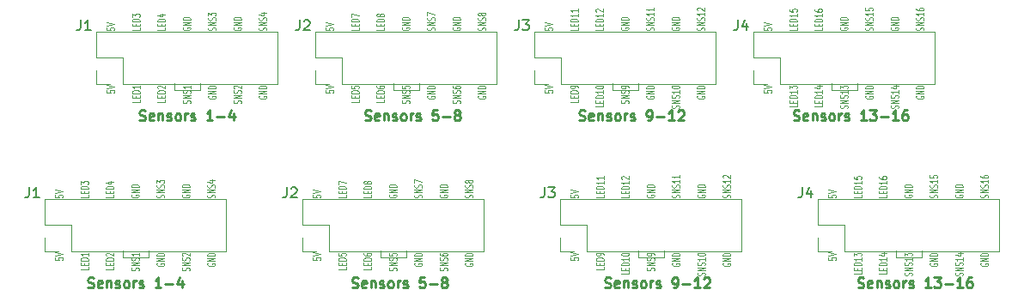
<source format=gbr>
G04 #@! TF.GenerationSoftware,KiCad,Pcbnew,(5.1.5)-3*
G04 #@! TF.CreationDate,2021-06-17T22:22:24-07:00*
G04 #@! TF.ProjectId,Adapter,41646170-7465-4722-9e6b-696361645f70,rev?*
G04 #@! TF.SameCoordinates,Original*
G04 #@! TF.FileFunction,Legend,Top*
G04 #@! TF.FilePolarity,Positive*
%FSLAX46Y46*%
G04 Gerber Fmt 4.6, Leading zero omitted, Abs format (unit mm)*
G04 Created by KiCad (PCBNEW (5.1.5)-3) date 2021-06-17 22:22:24*
%MOMM*%
%LPD*%
G04 APERTURE LIST*
%ADD10C,0.125000*%
%ADD11C,0.250000*%
%ADD12C,0.120000*%
%ADD13C,0.150000*%
G04 APERTURE END LIST*
D10*
X171159285Y-156406607D02*
X171159285Y-156644702D01*
X171516428Y-156668511D01*
X171480714Y-156644702D01*
X171445000Y-156597083D01*
X171445000Y-156478035D01*
X171480714Y-156430416D01*
X171516428Y-156406607D01*
X171587857Y-156382797D01*
X171766428Y-156382797D01*
X171837857Y-156406607D01*
X171873571Y-156430416D01*
X171909285Y-156478035D01*
X171909285Y-156597083D01*
X171873571Y-156644702D01*
X171837857Y-156668511D01*
X171159285Y-156239940D02*
X171909285Y-156073273D01*
X171159285Y-155906607D01*
X174409285Y-156406607D02*
X174409285Y-156644702D01*
X173659285Y-156644702D01*
X174016428Y-156239940D02*
X174016428Y-156073273D01*
X174409285Y-156001845D02*
X174409285Y-156239940D01*
X173659285Y-156239940D01*
X173659285Y-156001845D01*
X174409285Y-155787559D02*
X173659285Y-155787559D01*
X173659285Y-155668511D01*
X173695000Y-155597083D01*
X173766428Y-155549464D01*
X173837857Y-155525654D01*
X173980714Y-155501845D01*
X174087857Y-155501845D01*
X174230714Y-155525654D01*
X174302142Y-155549464D01*
X174373571Y-155597083D01*
X174409285Y-155668511D01*
X174409285Y-155787559D01*
X173659285Y-155335178D02*
X173659285Y-155001845D01*
X174409285Y-155216130D01*
X176909285Y-156406607D02*
X176909285Y-156644702D01*
X176159285Y-156644702D01*
X176516428Y-156239940D02*
X176516428Y-156073273D01*
X176909285Y-156001845D02*
X176909285Y-156239940D01*
X176159285Y-156239940D01*
X176159285Y-156001845D01*
X176909285Y-155787559D02*
X176159285Y-155787559D01*
X176159285Y-155668511D01*
X176195000Y-155597083D01*
X176266428Y-155549464D01*
X176337857Y-155525654D01*
X176480714Y-155501845D01*
X176587857Y-155501845D01*
X176730714Y-155525654D01*
X176802142Y-155549464D01*
X176873571Y-155597083D01*
X176909285Y-155668511D01*
X176909285Y-155787559D01*
X176480714Y-155216130D02*
X176445000Y-155263750D01*
X176409285Y-155287559D01*
X176337857Y-155311369D01*
X176302142Y-155311369D01*
X176230714Y-155287559D01*
X176195000Y-155263750D01*
X176159285Y-155216130D01*
X176159285Y-155120892D01*
X176195000Y-155073273D01*
X176230714Y-155049464D01*
X176302142Y-155025654D01*
X176337857Y-155025654D01*
X176409285Y-155049464D01*
X176445000Y-155073273D01*
X176480714Y-155120892D01*
X176480714Y-155216130D01*
X176516428Y-155263750D01*
X176552142Y-155287559D01*
X176623571Y-155311369D01*
X176766428Y-155311369D01*
X176837857Y-155287559D01*
X176873571Y-155263750D01*
X176909285Y-155216130D01*
X176909285Y-155120892D01*
X176873571Y-155073273D01*
X176837857Y-155049464D01*
X176766428Y-155025654D01*
X176623571Y-155025654D01*
X176552142Y-155049464D01*
X176516428Y-155073273D01*
X176480714Y-155120892D01*
X178695000Y-156382797D02*
X178659285Y-156430416D01*
X178659285Y-156501845D01*
X178695000Y-156573273D01*
X178766428Y-156620892D01*
X178837857Y-156644702D01*
X178980714Y-156668511D01*
X179087857Y-156668511D01*
X179230714Y-156644702D01*
X179302142Y-156620892D01*
X179373571Y-156573273D01*
X179409285Y-156501845D01*
X179409285Y-156454226D01*
X179373571Y-156382797D01*
X179337857Y-156358988D01*
X179087857Y-156358988D01*
X179087857Y-156454226D01*
X179409285Y-156144702D02*
X178659285Y-156144702D01*
X179409285Y-155858988D01*
X178659285Y-155858988D01*
X179409285Y-155620892D02*
X178659285Y-155620892D01*
X178659285Y-155501845D01*
X178695000Y-155430416D01*
X178766428Y-155382797D01*
X178837857Y-155358988D01*
X178980714Y-155335178D01*
X179087857Y-155335178D01*
X179230714Y-155358988D01*
X179302142Y-155382797D01*
X179373571Y-155430416D01*
X179409285Y-155501845D01*
X179409285Y-155620892D01*
X181873571Y-156668511D02*
X181909285Y-156597083D01*
X181909285Y-156478035D01*
X181873571Y-156430416D01*
X181837857Y-156406607D01*
X181766428Y-156382797D01*
X181695000Y-156382797D01*
X181623571Y-156406607D01*
X181587857Y-156430416D01*
X181552142Y-156478035D01*
X181516428Y-156573273D01*
X181480714Y-156620892D01*
X181445000Y-156644702D01*
X181373571Y-156668511D01*
X181302142Y-156668511D01*
X181230714Y-156644702D01*
X181195000Y-156620892D01*
X181159285Y-156573273D01*
X181159285Y-156454226D01*
X181195000Y-156382797D01*
X181909285Y-156168511D02*
X181159285Y-156168511D01*
X181909285Y-155882797D01*
X181159285Y-155882797D01*
X181873571Y-155668511D02*
X181909285Y-155597083D01*
X181909285Y-155478035D01*
X181873571Y-155430416D01*
X181837857Y-155406607D01*
X181766428Y-155382797D01*
X181695000Y-155382797D01*
X181623571Y-155406607D01*
X181587857Y-155430416D01*
X181552142Y-155478035D01*
X181516428Y-155573273D01*
X181480714Y-155620892D01*
X181445000Y-155644702D01*
X181373571Y-155668511D01*
X181302142Y-155668511D01*
X181230714Y-155644702D01*
X181195000Y-155620892D01*
X181159285Y-155573273D01*
X181159285Y-155454226D01*
X181195000Y-155382797D01*
X181159285Y-155216130D02*
X181159285Y-154882797D01*
X181909285Y-155097083D01*
X183695000Y-156382797D02*
X183659285Y-156430416D01*
X183659285Y-156501845D01*
X183695000Y-156573273D01*
X183766428Y-156620892D01*
X183837857Y-156644702D01*
X183980714Y-156668511D01*
X184087857Y-156668511D01*
X184230714Y-156644702D01*
X184302142Y-156620892D01*
X184373571Y-156573273D01*
X184409285Y-156501845D01*
X184409285Y-156454226D01*
X184373571Y-156382797D01*
X184337857Y-156358988D01*
X184087857Y-156358988D01*
X184087857Y-156454226D01*
X184409285Y-156144702D02*
X183659285Y-156144702D01*
X184409285Y-155858988D01*
X183659285Y-155858988D01*
X184409285Y-155620892D02*
X183659285Y-155620892D01*
X183659285Y-155501845D01*
X183695000Y-155430416D01*
X183766428Y-155382797D01*
X183837857Y-155358988D01*
X183980714Y-155335178D01*
X184087857Y-155335178D01*
X184230714Y-155358988D01*
X184302142Y-155382797D01*
X184373571Y-155430416D01*
X184409285Y-155501845D01*
X184409285Y-155620892D01*
X186873571Y-156668511D02*
X186909285Y-156597083D01*
X186909285Y-156478035D01*
X186873571Y-156430416D01*
X186837857Y-156406607D01*
X186766428Y-156382797D01*
X186695000Y-156382797D01*
X186623571Y-156406607D01*
X186587857Y-156430416D01*
X186552142Y-156478035D01*
X186516428Y-156573273D01*
X186480714Y-156620892D01*
X186445000Y-156644702D01*
X186373571Y-156668511D01*
X186302142Y-156668511D01*
X186230714Y-156644702D01*
X186195000Y-156620892D01*
X186159285Y-156573273D01*
X186159285Y-156454226D01*
X186195000Y-156382797D01*
X186909285Y-156168511D02*
X186159285Y-156168511D01*
X186909285Y-155882797D01*
X186159285Y-155882797D01*
X186873571Y-155668511D02*
X186909285Y-155597083D01*
X186909285Y-155478035D01*
X186873571Y-155430416D01*
X186837857Y-155406607D01*
X186766428Y-155382797D01*
X186695000Y-155382797D01*
X186623571Y-155406607D01*
X186587857Y-155430416D01*
X186552142Y-155478035D01*
X186516428Y-155573273D01*
X186480714Y-155620892D01*
X186445000Y-155644702D01*
X186373571Y-155668511D01*
X186302142Y-155668511D01*
X186230714Y-155644702D01*
X186195000Y-155620892D01*
X186159285Y-155573273D01*
X186159285Y-155454226D01*
X186195000Y-155382797D01*
X186480714Y-155097083D02*
X186445000Y-155144702D01*
X186409285Y-155168511D01*
X186337857Y-155192321D01*
X186302142Y-155192321D01*
X186230714Y-155168511D01*
X186195000Y-155144702D01*
X186159285Y-155097083D01*
X186159285Y-155001845D01*
X186195000Y-154954226D01*
X186230714Y-154930416D01*
X186302142Y-154906607D01*
X186337857Y-154906607D01*
X186409285Y-154930416D01*
X186445000Y-154954226D01*
X186480714Y-155001845D01*
X186480714Y-155097083D01*
X186516428Y-155144702D01*
X186552142Y-155168511D01*
X186623571Y-155192321D01*
X186766428Y-155192321D01*
X186837857Y-155168511D01*
X186873571Y-155144702D01*
X186909285Y-155097083D01*
X186909285Y-155001845D01*
X186873571Y-154954226D01*
X186837857Y-154930416D01*
X186766428Y-154906607D01*
X186623571Y-154906607D01*
X186552142Y-154930416D01*
X186516428Y-154954226D01*
X186480714Y-155001845D01*
X145759285Y-156406607D02*
X145759285Y-156644702D01*
X146116428Y-156668511D01*
X146080714Y-156644702D01*
X146045000Y-156597083D01*
X146045000Y-156478035D01*
X146080714Y-156430416D01*
X146116428Y-156406607D01*
X146187857Y-156382797D01*
X146366428Y-156382797D01*
X146437857Y-156406607D01*
X146473571Y-156430416D01*
X146509285Y-156478035D01*
X146509285Y-156597083D01*
X146473571Y-156644702D01*
X146437857Y-156668511D01*
X145759285Y-156239940D02*
X146509285Y-156073273D01*
X145759285Y-155906607D01*
X149009285Y-156406607D02*
X149009285Y-156644702D01*
X148259285Y-156644702D01*
X148616428Y-156239940D02*
X148616428Y-156073273D01*
X149009285Y-156001845D02*
X149009285Y-156239940D01*
X148259285Y-156239940D01*
X148259285Y-156001845D01*
X149009285Y-155787559D02*
X148259285Y-155787559D01*
X148259285Y-155668511D01*
X148295000Y-155597083D01*
X148366428Y-155549464D01*
X148437857Y-155525654D01*
X148580714Y-155501845D01*
X148687857Y-155501845D01*
X148830714Y-155525654D01*
X148902142Y-155549464D01*
X148973571Y-155597083D01*
X149009285Y-155668511D01*
X149009285Y-155787559D01*
X148259285Y-155335178D02*
X148259285Y-155025654D01*
X148545000Y-155192321D01*
X148545000Y-155120892D01*
X148580714Y-155073273D01*
X148616428Y-155049464D01*
X148687857Y-155025654D01*
X148866428Y-155025654D01*
X148937857Y-155049464D01*
X148973571Y-155073273D01*
X149009285Y-155120892D01*
X149009285Y-155263750D01*
X148973571Y-155311369D01*
X148937857Y-155335178D01*
X151509285Y-156406607D02*
X151509285Y-156644702D01*
X150759285Y-156644702D01*
X151116428Y-156239940D02*
X151116428Y-156073273D01*
X151509285Y-156001845D02*
X151509285Y-156239940D01*
X150759285Y-156239940D01*
X150759285Y-156001845D01*
X151509285Y-155787559D02*
X150759285Y-155787559D01*
X150759285Y-155668511D01*
X150795000Y-155597083D01*
X150866428Y-155549464D01*
X150937857Y-155525654D01*
X151080714Y-155501845D01*
X151187857Y-155501845D01*
X151330714Y-155525654D01*
X151402142Y-155549464D01*
X151473571Y-155597083D01*
X151509285Y-155668511D01*
X151509285Y-155787559D01*
X151009285Y-155073273D02*
X151509285Y-155073273D01*
X150723571Y-155192321D02*
X151259285Y-155311369D01*
X151259285Y-155001845D01*
X153295000Y-156382797D02*
X153259285Y-156430416D01*
X153259285Y-156501845D01*
X153295000Y-156573273D01*
X153366428Y-156620892D01*
X153437857Y-156644702D01*
X153580714Y-156668511D01*
X153687857Y-156668511D01*
X153830714Y-156644702D01*
X153902142Y-156620892D01*
X153973571Y-156573273D01*
X154009285Y-156501845D01*
X154009285Y-156454226D01*
X153973571Y-156382797D01*
X153937857Y-156358988D01*
X153687857Y-156358988D01*
X153687857Y-156454226D01*
X154009285Y-156144702D02*
X153259285Y-156144702D01*
X154009285Y-155858988D01*
X153259285Y-155858988D01*
X154009285Y-155620892D02*
X153259285Y-155620892D01*
X153259285Y-155501845D01*
X153295000Y-155430416D01*
X153366428Y-155382797D01*
X153437857Y-155358988D01*
X153580714Y-155335178D01*
X153687857Y-155335178D01*
X153830714Y-155358988D01*
X153902142Y-155382797D01*
X153973571Y-155430416D01*
X154009285Y-155501845D01*
X154009285Y-155620892D01*
X156473571Y-156668511D02*
X156509285Y-156597083D01*
X156509285Y-156478035D01*
X156473571Y-156430416D01*
X156437857Y-156406607D01*
X156366428Y-156382797D01*
X156295000Y-156382797D01*
X156223571Y-156406607D01*
X156187857Y-156430416D01*
X156152142Y-156478035D01*
X156116428Y-156573273D01*
X156080714Y-156620892D01*
X156045000Y-156644702D01*
X155973571Y-156668511D01*
X155902142Y-156668511D01*
X155830714Y-156644702D01*
X155795000Y-156620892D01*
X155759285Y-156573273D01*
X155759285Y-156454226D01*
X155795000Y-156382797D01*
X156509285Y-156168511D02*
X155759285Y-156168511D01*
X156509285Y-155882797D01*
X155759285Y-155882797D01*
X156473571Y-155668511D02*
X156509285Y-155597083D01*
X156509285Y-155478035D01*
X156473571Y-155430416D01*
X156437857Y-155406607D01*
X156366428Y-155382797D01*
X156295000Y-155382797D01*
X156223571Y-155406607D01*
X156187857Y-155430416D01*
X156152142Y-155478035D01*
X156116428Y-155573273D01*
X156080714Y-155620892D01*
X156045000Y-155644702D01*
X155973571Y-155668511D01*
X155902142Y-155668511D01*
X155830714Y-155644702D01*
X155795000Y-155620892D01*
X155759285Y-155573273D01*
X155759285Y-155454226D01*
X155795000Y-155382797D01*
X155759285Y-155216130D02*
X155759285Y-154906607D01*
X156045000Y-155073273D01*
X156045000Y-155001845D01*
X156080714Y-154954226D01*
X156116428Y-154930416D01*
X156187857Y-154906607D01*
X156366428Y-154906607D01*
X156437857Y-154930416D01*
X156473571Y-154954226D01*
X156509285Y-155001845D01*
X156509285Y-155144702D01*
X156473571Y-155192321D01*
X156437857Y-155216130D01*
X158295000Y-156382797D02*
X158259285Y-156430416D01*
X158259285Y-156501845D01*
X158295000Y-156573273D01*
X158366428Y-156620892D01*
X158437857Y-156644702D01*
X158580714Y-156668511D01*
X158687857Y-156668511D01*
X158830714Y-156644702D01*
X158902142Y-156620892D01*
X158973571Y-156573273D01*
X159009285Y-156501845D01*
X159009285Y-156454226D01*
X158973571Y-156382797D01*
X158937857Y-156358988D01*
X158687857Y-156358988D01*
X158687857Y-156454226D01*
X159009285Y-156144702D02*
X158259285Y-156144702D01*
X159009285Y-155858988D01*
X158259285Y-155858988D01*
X159009285Y-155620892D02*
X158259285Y-155620892D01*
X158259285Y-155501845D01*
X158295000Y-155430416D01*
X158366428Y-155382797D01*
X158437857Y-155358988D01*
X158580714Y-155335178D01*
X158687857Y-155335178D01*
X158830714Y-155358988D01*
X158902142Y-155382797D01*
X158973571Y-155430416D01*
X159009285Y-155501845D01*
X159009285Y-155620892D01*
X161473571Y-156668511D02*
X161509285Y-156597083D01*
X161509285Y-156478035D01*
X161473571Y-156430416D01*
X161437857Y-156406607D01*
X161366428Y-156382797D01*
X161295000Y-156382797D01*
X161223571Y-156406607D01*
X161187857Y-156430416D01*
X161152142Y-156478035D01*
X161116428Y-156573273D01*
X161080714Y-156620892D01*
X161045000Y-156644702D01*
X160973571Y-156668511D01*
X160902142Y-156668511D01*
X160830714Y-156644702D01*
X160795000Y-156620892D01*
X160759285Y-156573273D01*
X160759285Y-156454226D01*
X160795000Y-156382797D01*
X161509285Y-156168511D02*
X160759285Y-156168511D01*
X161509285Y-155882797D01*
X160759285Y-155882797D01*
X161473571Y-155668511D02*
X161509285Y-155597083D01*
X161509285Y-155478035D01*
X161473571Y-155430416D01*
X161437857Y-155406607D01*
X161366428Y-155382797D01*
X161295000Y-155382797D01*
X161223571Y-155406607D01*
X161187857Y-155430416D01*
X161152142Y-155478035D01*
X161116428Y-155573273D01*
X161080714Y-155620892D01*
X161045000Y-155644702D01*
X160973571Y-155668511D01*
X160902142Y-155668511D01*
X160830714Y-155644702D01*
X160795000Y-155620892D01*
X160759285Y-155573273D01*
X160759285Y-155454226D01*
X160795000Y-155382797D01*
X161009285Y-154954226D02*
X161509285Y-154954226D01*
X160723571Y-155073273D02*
X161259285Y-155192321D01*
X161259285Y-154882797D01*
X171159285Y-162553869D02*
X171159285Y-162791964D01*
X171516428Y-162815773D01*
X171480714Y-162791964D01*
X171445000Y-162744345D01*
X171445000Y-162625297D01*
X171480714Y-162577678D01*
X171516428Y-162553869D01*
X171587857Y-162530059D01*
X171766428Y-162530059D01*
X171837857Y-162553869D01*
X171873571Y-162577678D01*
X171909285Y-162625297D01*
X171909285Y-162744345D01*
X171873571Y-162791964D01*
X171837857Y-162815773D01*
X171159285Y-162387202D02*
X171909285Y-162220535D01*
X171159285Y-162053869D01*
X174409285Y-163482440D02*
X174409285Y-163720535D01*
X173659285Y-163720535D01*
X174016428Y-163315773D02*
X174016428Y-163149107D01*
X174409285Y-163077678D02*
X174409285Y-163315773D01*
X173659285Y-163315773D01*
X173659285Y-163077678D01*
X174409285Y-162863392D02*
X173659285Y-162863392D01*
X173659285Y-162744345D01*
X173695000Y-162672916D01*
X173766428Y-162625297D01*
X173837857Y-162601488D01*
X173980714Y-162577678D01*
X174087857Y-162577678D01*
X174230714Y-162601488D01*
X174302142Y-162625297D01*
X174373571Y-162672916D01*
X174409285Y-162744345D01*
X174409285Y-162863392D01*
X173659285Y-162125297D02*
X173659285Y-162363392D01*
X174016428Y-162387202D01*
X173980714Y-162363392D01*
X173945000Y-162315773D01*
X173945000Y-162196726D01*
X173980714Y-162149107D01*
X174016428Y-162125297D01*
X174087857Y-162101488D01*
X174266428Y-162101488D01*
X174337857Y-162125297D01*
X174373571Y-162149107D01*
X174409285Y-162196726D01*
X174409285Y-162315773D01*
X174373571Y-162363392D01*
X174337857Y-162387202D01*
X176909285Y-163482440D02*
X176909285Y-163720535D01*
X176159285Y-163720535D01*
X176516428Y-163315773D02*
X176516428Y-163149107D01*
X176909285Y-163077678D02*
X176909285Y-163315773D01*
X176159285Y-163315773D01*
X176159285Y-163077678D01*
X176909285Y-162863392D02*
X176159285Y-162863392D01*
X176159285Y-162744345D01*
X176195000Y-162672916D01*
X176266428Y-162625297D01*
X176337857Y-162601488D01*
X176480714Y-162577678D01*
X176587857Y-162577678D01*
X176730714Y-162601488D01*
X176802142Y-162625297D01*
X176873571Y-162672916D01*
X176909285Y-162744345D01*
X176909285Y-162863392D01*
X176159285Y-162149107D02*
X176159285Y-162244345D01*
X176195000Y-162291964D01*
X176230714Y-162315773D01*
X176337857Y-162363392D01*
X176480714Y-162387202D01*
X176766428Y-162387202D01*
X176837857Y-162363392D01*
X176873571Y-162339583D01*
X176909285Y-162291964D01*
X176909285Y-162196726D01*
X176873571Y-162149107D01*
X176837857Y-162125297D01*
X176766428Y-162101488D01*
X176587857Y-162101488D01*
X176516428Y-162125297D01*
X176480714Y-162149107D01*
X176445000Y-162196726D01*
X176445000Y-162291964D01*
X176480714Y-162339583D01*
X176516428Y-162363392D01*
X176587857Y-162387202D01*
X179373571Y-163863392D02*
X179409285Y-163791964D01*
X179409285Y-163672916D01*
X179373571Y-163625297D01*
X179337857Y-163601488D01*
X179266428Y-163577678D01*
X179195000Y-163577678D01*
X179123571Y-163601488D01*
X179087857Y-163625297D01*
X179052142Y-163672916D01*
X179016428Y-163768154D01*
X178980714Y-163815773D01*
X178945000Y-163839583D01*
X178873571Y-163863392D01*
X178802142Y-163863392D01*
X178730714Y-163839583D01*
X178695000Y-163815773D01*
X178659285Y-163768154D01*
X178659285Y-163649107D01*
X178695000Y-163577678D01*
X179409285Y-163363392D02*
X178659285Y-163363392D01*
X179409285Y-163077678D01*
X178659285Y-163077678D01*
X179373571Y-162863392D02*
X179409285Y-162791964D01*
X179409285Y-162672916D01*
X179373571Y-162625297D01*
X179337857Y-162601488D01*
X179266428Y-162577678D01*
X179195000Y-162577678D01*
X179123571Y-162601488D01*
X179087857Y-162625297D01*
X179052142Y-162672916D01*
X179016428Y-162768154D01*
X178980714Y-162815773D01*
X178945000Y-162839583D01*
X178873571Y-162863392D01*
X178802142Y-162863392D01*
X178730714Y-162839583D01*
X178695000Y-162815773D01*
X178659285Y-162768154D01*
X178659285Y-162649107D01*
X178695000Y-162577678D01*
X178659285Y-162125297D02*
X178659285Y-162363392D01*
X179016428Y-162387202D01*
X178980714Y-162363392D01*
X178945000Y-162315773D01*
X178945000Y-162196726D01*
X178980714Y-162149107D01*
X179016428Y-162125297D01*
X179087857Y-162101488D01*
X179266428Y-162101488D01*
X179337857Y-162125297D01*
X179373571Y-162149107D01*
X179409285Y-162196726D01*
X179409285Y-162315773D01*
X179373571Y-162363392D01*
X179337857Y-162387202D01*
X181195000Y-163149107D02*
X181159285Y-163196726D01*
X181159285Y-163268154D01*
X181195000Y-163339583D01*
X181266428Y-163387202D01*
X181337857Y-163411011D01*
X181480714Y-163434821D01*
X181587857Y-163434821D01*
X181730714Y-163411011D01*
X181802142Y-163387202D01*
X181873571Y-163339583D01*
X181909285Y-163268154D01*
X181909285Y-163220535D01*
X181873571Y-163149107D01*
X181837857Y-163125297D01*
X181587857Y-163125297D01*
X181587857Y-163220535D01*
X181909285Y-162911011D02*
X181159285Y-162911011D01*
X181909285Y-162625297D01*
X181159285Y-162625297D01*
X181909285Y-162387202D02*
X181159285Y-162387202D01*
X181159285Y-162268154D01*
X181195000Y-162196726D01*
X181266428Y-162149107D01*
X181337857Y-162125297D01*
X181480714Y-162101488D01*
X181587857Y-162101488D01*
X181730714Y-162125297D01*
X181802142Y-162149107D01*
X181873571Y-162196726D01*
X181909285Y-162268154D01*
X181909285Y-162387202D01*
X184373571Y-163863392D02*
X184409285Y-163791964D01*
X184409285Y-163672916D01*
X184373571Y-163625297D01*
X184337857Y-163601488D01*
X184266428Y-163577678D01*
X184195000Y-163577678D01*
X184123571Y-163601488D01*
X184087857Y-163625297D01*
X184052142Y-163672916D01*
X184016428Y-163768154D01*
X183980714Y-163815773D01*
X183945000Y-163839583D01*
X183873571Y-163863392D01*
X183802142Y-163863392D01*
X183730714Y-163839583D01*
X183695000Y-163815773D01*
X183659285Y-163768154D01*
X183659285Y-163649107D01*
X183695000Y-163577678D01*
X184409285Y-163363392D02*
X183659285Y-163363392D01*
X184409285Y-163077678D01*
X183659285Y-163077678D01*
X184373571Y-162863392D02*
X184409285Y-162791964D01*
X184409285Y-162672916D01*
X184373571Y-162625297D01*
X184337857Y-162601488D01*
X184266428Y-162577678D01*
X184195000Y-162577678D01*
X184123571Y-162601488D01*
X184087857Y-162625297D01*
X184052142Y-162672916D01*
X184016428Y-162768154D01*
X183980714Y-162815773D01*
X183945000Y-162839583D01*
X183873571Y-162863392D01*
X183802142Y-162863392D01*
X183730714Y-162839583D01*
X183695000Y-162815773D01*
X183659285Y-162768154D01*
X183659285Y-162649107D01*
X183695000Y-162577678D01*
X183659285Y-162149107D02*
X183659285Y-162244345D01*
X183695000Y-162291964D01*
X183730714Y-162315773D01*
X183837857Y-162363392D01*
X183980714Y-162387202D01*
X184266428Y-162387202D01*
X184337857Y-162363392D01*
X184373571Y-162339583D01*
X184409285Y-162291964D01*
X184409285Y-162196726D01*
X184373571Y-162149107D01*
X184337857Y-162125297D01*
X184266428Y-162101488D01*
X184087857Y-162101488D01*
X184016428Y-162125297D01*
X183980714Y-162149107D01*
X183945000Y-162196726D01*
X183945000Y-162291964D01*
X183980714Y-162339583D01*
X184016428Y-162363392D01*
X184087857Y-162387202D01*
X186195000Y-163149107D02*
X186159285Y-163196726D01*
X186159285Y-163268154D01*
X186195000Y-163339583D01*
X186266428Y-163387202D01*
X186337857Y-163411011D01*
X186480714Y-163434821D01*
X186587857Y-163434821D01*
X186730714Y-163411011D01*
X186802142Y-163387202D01*
X186873571Y-163339583D01*
X186909285Y-163268154D01*
X186909285Y-163220535D01*
X186873571Y-163149107D01*
X186837857Y-163125297D01*
X186587857Y-163125297D01*
X186587857Y-163220535D01*
X186909285Y-162911011D02*
X186159285Y-162911011D01*
X186909285Y-162625297D01*
X186159285Y-162625297D01*
X186909285Y-162387202D02*
X186159285Y-162387202D01*
X186159285Y-162268154D01*
X186195000Y-162196726D01*
X186266428Y-162149107D01*
X186337857Y-162125297D01*
X186480714Y-162101488D01*
X186587857Y-162101488D01*
X186730714Y-162125297D01*
X186802142Y-162149107D01*
X186873571Y-162196726D01*
X186909285Y-162268154D01*
X186909285Y-162387202D01*
D11*
X175014523Y-165504761D02*
X175157380Y-165552380D01*
X175395476Y-165552380D01*
X175490714Y-165504761D01*
X175538333Y-165457142D01*
X175585952Y-165361904D01*
X175585952Y-165266666D01*
X175538333Y-165171428D01*
X175490714Y-165123809D01*
X175395476Y-165076190D01*
X175205000Y-165028571D01*
X175109761Y-164980952D01*
X175062142Y-164933333D01*
X175014523Y-164838095D01*
X175014523Y-164742857D01*
X175062142Y-164647619D01*
X175109761Y-164600000D01*
X175205000Y-164552380D01*
X175443095Y-164552380D01*
X175585952Y-164600000D01*
X176395476Y-165504761D02*
X176300238Y-165552380D01*
X176109761Y-165552380D01*
X176014523Y-165504761D01*
X175966904Y-165409523D01*
X175966904Y-165028571D01*
X176014523Y-164933333D01*
X176109761Y-164885714D01*
X176300238Y-164885714D01*
X176395476Y-164933333D01*
X176443095Y-165028571D01*
X176443095Y-165123809D01*
X175966904Y-165219047D01*
X176871666Y-164885714D02*
X176871666Y-165552380D01*
X176871666Y-164980952D02*
X176919285Y-164933333D01*
X177014523Y-164885714D01*
X177157380Y-164885714D01*
X177252619Y-164933333D01*
X177300238Y-165028571D01*
X177300238Y-165552380D01*
X177728809Y-165504761D02*
X177824047Y-165552380D01*
X178014523Y-165552380D01*
X178109761Y-165504761D01*
X178157380Y-165409523D01*
X178157380Y-165361904D01*
X178109761Y-165266666D01*
X178014523Y-165219047D01*
X177871666Y-165219047D01*
X177776428Y-165171428D01*
X177728809Y-165076190D01*
X177728809Y-165028571D01*
X177776428Y-164933333D01*
X177871666Y-164885714D01*
X178014523Y-164885714D01*
X178109761Y-164933333D01*
X178728809Y-165552380D02*
X178633571Y-165504761D01*
X178585952Y-165457142D01*
X178538333Y-165361904D01*
X178538333Y-165076190D01*
X178585952Y-164980952D01*
X178633571Y-164933333D01*
X178728809Y-164885714D01*
X178871666Y-164885714D01*
X178966904Y-164933333D01*
X179014523Y-164980952D01*
X179062142Y-165076190D01*
X179062142Y-165361904D01*
X179014523Y-165457142D01*
X178966904Y-165504761D01*
X178871666Y-165552380D01*
X178728809Y-165552380D01*
X179490714Y-165552380D02*
X179490714Y-164885714D01*
X179490714Y-165076190D02*
X179538333Y-164980952D01*
X179585952Y-164933333D01*
X179681190Y-164885714D01*
X179776428Y-164885714D01*
X180062142Y-165504761D02*
X180157380Y-165552380D01*
X180347857Y-165552380D01*
X180443095Y-165504761D01*
X180490714Y-165409523D01*
X180490714Y-165361904D01*
X180443095Y-165266666D01*
X180347857Y-165219047D01*
X180205000Y-165219047D01*
X180109761Y-165171428D01*
X180062142Y-165076190D01*
X180062142Y-165028571D01*
X180109761Y-164933333D01*
X180205000Y-164885714D01*
X180347857Y-164885714D01*
X180443095Y-164933333D01*
X182157380Y-164552380D02*
X181681190Y-164552380D01*
X181633571Y-165028571D01*
X181681190Y-164980952D01*
X181776428Y-164933333D01*
X182014523Y-164933333D01*
X182109761Y-164980952D01*
X182157380Y-165028571D01*
X182205000Y-165123809D01*
X182205000Y-165361904D01*
X182157380Y-165457142D01*
X182109761Y-165504761D01*
X182014523Y-165552380D01*
X181776428Y-165552380D01*
X181681190Y-165504761D01*
X181633571Y-165457142D01*
X182633571Y-165171428D02*
X183395476Y-165171428D01*
X184014523Y-164980952D02*
X183919285Y-164933333D01*
X183871666Y-164885714D01*
X183824047Y-164790476D01*
X183824047Y-164742857D01*
X183871666Y-164647619D01*
X183919285Y-164600000D01*
X184014523Y-164552380D01*
X184205000Y-164552380D01*
X184300238Y-164600000D01*
X184347857Y-164647619D01*
X184395476Y-164742857D01*
X184395476Y-164790476D01*
X184347857Y-164885714D01*
X184300238Y-164933333D01*
X184205000Y-164980952D01*
X184014523Y-164980952D01*
X183919285Y-165028571D01*
X183871666Y-165076190D01*
X183824047Y-165171428D01*
X183824047Y-165361904D01*
X183871666Y-165457142D01*
X183919285Y-165504761D01*
X184014523Y-165552380D01*
X184205000Y-165552380D01*
X184300238Y-165504761D01*
X184347857Y-165457142D01*
X184395476Y-165361904D01*
X184395476Y-165171428D01*
X184347857Y-165076190D01*
X184300238Y-165028571D01*
X184205000Y-164980952D01*
D10*
X221959285Y-162553869D02*
X221959285Y-162791964D01*
X222316428Y-162815773D01*
X222280714Y-162791964D01*
X222245000Y-162744345D01*
X222245000Y-162625297D01*
X222280714Y-162577678D01*
X222316428Y-162553869D01*
X222387857Y-162530059D01*
X222566428Y-162530059D01*
X222637857Y-162553869D01*
X222673571Y-162577678D01*
X222709285Y-162625297D01*
X222709285Y-162744345D01*
X222673571Y-162791964D01*
X222637857Y-162815773D01*
X221959285Y-162387202D02*
X222709285Y-162220535D01*
X221959285Y-162053869D01*
X225209285Y-163958630D02*
X225209285Y-164196726D01*
X224459285Y-164196726D01*
X224816428Y-163791964D02*
X224816428Y-163625297D01*
X225209285Y-163553869D02*
X225209285Y-163791964D01*
X224459285Y-163791964D01*
X224459285Y-163553869D01*
X225209285Y-163339583D02*
X224459285Y-163339583D01*
X224459285Y-163220535D01*
X224495000Y-163149107D01*
X224566428Y-163101488D01*
X224637857Y-163077678D01*
X224780714Y-163053869D01*
X224887857Y-163053869D01*
X225030714Y-163077678D01*
X225102142Y-163101488D01*
X225173571Y-163149107D01*
X225209285Y-163220535D01*
X225209285Y-163339583D01*
X225209285Y-162577678D02*
X225209285Y-162863392D01*
X225209285Y-162720535D02*
X224459285Y-162720535D01*
X224566428Y-162768154D01*
X224637857Y-162815773D01*
X224673571Y-162863392D01*
X224459285Y-162411011D02*
X224459285Y-162101488D01*
X224745000Y-162268154D01*
X224745000Y-162196726D01*
X224780714Y-162149107D01*
X224816428Y-162125297D01*
X224887857Y-162101488D01*
X225066428Y-162101488D01*
X225137857Y-162125297D01*
X225173571Y-162149107D01*
X225209285Y-162196726D01*
X225209285Y-162339583D01*
X225173571Y-162387202D01*
X225137857Y-162411011D01*
X227709285Y-163958630D02*
X227709285Y-164196726D01*
X226959285Y-164196726D01*
X227316428Y-163791964D02*
X227316428Y-163625297D01*
X227709285Y-163553869D02*
X227709285Y-163791964D01*
X226959285Y-163791964D01*
X226959285Y-163553869D01*
X227709285Y-163339583D02*
X226959285Y-163339583D01*
X226959285Y-163220535D01*
X226995000Y-163149107D01*
X227066428Y-163101488D01*
X227137857Y-163077678D01*
X227280714Y-163053869D01*
X227387857Y-163053869D01*
X227530714Y-163077678D01*
X227602142Y-163101488D01*
X227673571Y-163149107D01*
X227709285Y-163220535D01*
X227709285Y-163339583D01*
X227709285Y-162577678D02*
X227709285Y-162863392D01*
X227709285Y-162720535D02*
X226959285Y-162720535D01*
X227066428Y-162768154D01*
X227137857Y-162815773D01*
X227173571Y-162863392D01*
X227209285Y-162149107D02*
X227709285Y-162149107D01*
X226923571Y-162268154D02*
X227459285Y-162387202D01*
X227459285Y-162077678D01*
X230173571Y-164339583D02*
X230209285Y-164268154D01*
X230209285Y-164149107D01*
X230173571Y-164101488D01*
X230137857Y-164077678D01*
X230066428Y-164053869D01*
X229995000Y-164053869D01*
X229923571Y-164077678D01*
X229887857Y-164101488D01*
X229852142Y-164149107D01*
X229816428Y-164244345D01*
X229780714Y-164291964D01*
X229745000Y-164315773D01*
X229673571Y-164339583D01*
X229602142Y-164339583D01*
X229530714Y-164315773D01*
X229495000Y-164291964D01*
X229459285Y-164244345D01*
X229459285Y-164125297D01*
X229495000Y-164053869D01*
X230209285Y-163839583D02*
X229459285Y-163839583D01*
X230209285Y-163553869D01*
X229459285Y-163553869D01*
X230173571Y-163339583D02*
X230209285Y-163268154D01*
X230209285Y-163149107D01*
X230173571Y-163101488D01*
X230137857Y-163077678D01*
X230066428Y-163053869D01*
X229995000Y-163053869D01*
X229923571Y-163077678D01*
X229887857Y-163101488D01*
X229852142Y-163149107D01*
X229816428Y-163244345D01*
X229780714Y-163291964D01*
X229745000Y-163315773D01*
X229673571Y-163339583D01*
X229602142Y-163339583D01*
X229530714Y-163315773D01*
X229495000Y-163291964D01*
X229459285Y-163244345D01*
X229459285Y-163125297D01*
X229495000Y-163053869D01*
X230209285Y-162577678D02*
X230209285Y-162863392D01*
X230209285Y-162720535D02*
X229459285Y-162720535D01*
X229566428Y-162768154D01*
X229637857Y-162815773D01*
X229673571Y-162863392D01*
X229459285Y-162411011D02*
X229459285Y-162101488D01*
X229745000Y-162268154D01*
X229745000Y-162196726D01*
X229780714Y-162149107D01*
X229816428Y-162125297D01*
X229887857Y-162101488D01*
X230066428Y-162101488D01*
X230137857Y-162125297D01*
X230173571Y-162149107D01*
X230209285Y-162196726D01*
X230209285Y-162339583D01*
X230173571Y-162387202D01*
X230137857Y-162411011D01*
X231995000Y-163149107D02*
X231959285Y-163196726D01*
X231959285Y-163268154D01*
X231995000Y-163339583D01*
X232066428Y-163387202D01*
X232137857Y-163411011D01*
X232280714Y-163434821D01*
X232387857Y-163434821D01*
X232530714Y-163411011D01*
X232602142Y-163387202D01*
X232673571Y-163339583D01*
X232709285Y-163268154D01*
X232709285Y-163220535D01*
X232673571Y-163149107D01*
X232637857Y-163125297D01*
X232387857Y-163125297D01*
X232387857Y-163220535D01*
X232709285Y-162911011D02*
X231959285Y-162911011D01*
X232709285Y-162625297D01*
X231959285Y-162625297D01*
X232709285Y-162387202D02*
X231959285Y-162387202D01*
X231959285Y-162268154D01*
X231995000Y-162196726D01*
X232066428Y-162149107D01*
X232137857Y-162125297D01*
X232280714Y-162101488D01*
X232387857Y-162101488D01*
X232530714Y-162125297D01*
X232602142Y-162149107D01*
X232673571Y-162196726D01*
X232709285Y-162268154D01*
X232709285Y-162387202D01*
X235173571Y-164339583D02*
X235209285Y-164268154D01*
X235209285Y-164149107D01*
X235173571Y-164101488D01*
X235137857Y-164077678D01*
X235066428Y-164053869D01*
X234995000Y-164053869D01*
X234923571Y-164077678D01*
X234887857Y-164101488D01*
X234852142Y-164149107D01*
X234816428Y-164244345D01*
X234780714Y-164291964D01*
X234745000Y-164315773D01*
X234673571Y-164339583D01*
X234602142Y-164339583D01*
X234530714Y-164315773D01*
X234495000Y-164291964D01*
X234459285Y-164244345D01*
X234459285Y-164125297D01*
X234495000Y-164053869D01*
X235209285Y-163839583D02*
X234459285Y-163839583D01*
X235209285Y-163553869D01*
X234459285Y-163553869D01*
X235173571Y-163339583D02*
X235209285Y-163268154D01*
X235209285Y-163149107D01*
X235173571Y-163101488D01*
X235137857Y-163077678D01*
X235066428Y-163053869D01*
X234995000Y-163053869D01*
X234923571Y-163077678D01*
X234887857Y-163101488D01*
X234852142Y-163149107D01*
X234816428Y-163244345D01*
X234780714Y-163291964D01*
X234745000Y-163315773D01*
X234673571Y-163339583D01*
X234602142Y-163339583D01*
X234530714Y-163315773D01*
X234495000Y-163291964D01*
X234459285Y-163244345D01*
X234459285Y-163125297D01*
X234495000Y-163053869D01*
X235209285Y-162577678D02*
X235209285Y-162863392D01*
X235209285Y-162720535D02*
X234459285Y-162720535D01*
X234566428Y-162768154D01*
X234637857Y-162815773D01*
X234673571Y-162863392D01*
X234709285Y-162149107D02*
X235209285Y-162149107D01*
X234423571Y-162268154D02*
X234959285Y-162387202D01*
X234959285Y-162077678D01*
X236995000Y-163149107D02*
X236959285Y-163196726D01*
X236959285Y-163268154D01*
X236995000Y-163339583D01*
X237066428Y-163387202D01*
X237137857Y-163411011D01*
X237280714Y-163434821D01*
X237387857Y-163434821D01*
X237530714Y-163411011D01*
X237602142Y-163387202D01*
X237673571Y-163339583D01*
X237709285Y-163268154D01*
X237709285Y-163220535D01*
X237673571Y-163149107D01*
X237637857Y-163125297D01*
X237387857Y-163125297D01*
X237387857Y-163220535D01*
X237709285Y-162911011D02*
X236959285Y-162911011D01*
X237709285Y-162625297D01*
X236959285Y-162625297D01*
X237709285Y-162387202D02*
X236959285Y-162387202D01*
X236959285Y-162268154D01*
X236995000Y-162196726D01*
X237066428Y-162149107D01*
X237137857Y-162125297D01*
X237280714Y-162101488D01*
X237387857Y-162101488D01*
X237530714Y-162125297D01*
X237602142Y-162149107D01*
X237673571Y-162196726D01*
X237709285Y-162268154D01*
X237709285Y-162387202D01*
D11*
X148979523Y-165504761D02*
X149122380Y-165552380D01*
X149360476Y-165552380D01*
X149455714Y-165504761D01*
X149503333Y-165457142D01*
X149550952Y-165361904D01*
X149550952Y-165266666D01*
X149503333Y-165171428D01*
X149455714Y-165123809D01*
X149360476Y-165076190D01*
X149170000Y-165028571D01*
X149074761Y-164980952D01*
X149027142Y-164933333D01*
X148979523Y-164838095D01*
X148979523Y-164742857D01*
X149027142Y-164647619D01*
X149074761Y-164600000D01*
X149170000Y-164552380D01*
X149408095Y-164552380D01*
X149550952Y-164600000D01*
X150360476Y-165504761D02*
X150265238Y-165552380D01*
X150074761Y-165552380D01*
X149979523Y-165504761D01*
X149931904Y-165409523D01*
X149931904Y-165028571D01*
X149979523Y-164933333D01*
X150074761Y-164885714D01*
X150265238Y-164885714D01*
X150360476Y-164933333D01*
X150408095Y-165028571D01*
X150408095Y-165123809D01*
X149931904Y-165219047D01*
X150836666Y-164885714D02*
X150836666Y-165552380D01*
X150836666Y-164980952D02*
X150884285Y-164933333D01*
X150979523Y-164885714D01*
X151122380Y-164885714D01*
X151217619Y-164933333D01*
X151265238Y-165028571D01*
X151265238Y-165552380D01*
X151693809Y-165504761D02*
X151789047Y-165552380D01*
X151979523Y-165552380D01*
X152074761Y-165504761D01*
X152122380Y-165409523D01*
X152122380Y-165361904D01*
X152074761Y-165266666D01*
X151979523Y-165219047D01*
X151836666Y-165219047D01*
X151741428Y-165171428D01*
X151693809Y-165076190D01*
X151693809Y-165028571D01*
X151741428Y-164933333D01*
X151836666Y-164885714D01*
X151979523Y-164885714D01*
X152074761Y-164933333D01*
X152693809Y-165552380D02*
X152598571Y-165504761D01*
X152550952Y-165457142D01*
X152503333Y-165361904D01*
X152503333Y-165076190D01*
X152550952Y-164980952D01*
X152598571Y-164933333D01*
X152693809Y-164885714D01*
X152836666Y-164885714D01*
X152931904Y-164933333D01*
X152979523Y-164980952D01*
X153027142Y-165076190D01*
X153027142Y-165361904D01*
X152979523Y-165457142D01*
X152931904Y-165504761D01*
X152836666Y-165552380D01*
X152693809Y-165552380D01*
X153455714Y-165552380D02*
X153455714Y-164885714D01*
X153455714Y-165076190D02*
X153503333Y-164980952D01*
X153550952Y-164933333D01*
X153646190Y-164885714D01*
X153741428Y-164885714D01*
X154027142Y-165504761D02*
X154122380Y-165552380D01*
X154312857Y-165552380D01*
X154408095Y-165504761D01*
X154455714Y-165409523D01*
X154455714Y-165361904D01*
X154408095Y-165266666D01*
X154312857Y-165219047D01*
X154170000Y-165219047D01*
X154074761Y-165171428D01*
X154027142Y-165076190D01*
X154027142Y-165028571D01*
X154074761Y-164933333D01*
X154170000Y-164885714D01*
X154312857Y-164885714D01*
X154408095Y-164933333D01*
X156170000Y-165552380D02*
X155598571Y-165552380D01*
X155884285Y-165552380D02*
X155884285Y-164552380D01*
X155789047Y-164695238D01*
X155693809Y-164790476D01*
X155598571Y-164838095D01*
X156598571Y-165171428D02*
X157360476Y-165171428D01*
X158265238Y-164885714D02*
X158265238Y-165552380D01*
X158027142Y-164504761D02*
X157789047Y-165219047D01*
X158408095Y-165219047D01*
X224862142Y-165504761D02*
X225005000Y-165552380D01*
X225243095Y-165552380D01*
X225338333Y-165504761D01*
X225385952Y-165457142D01*
X225433571Y-165361904D01*
X225433571Y-165266666D01*
X225385952Y-165171428D01*
X225338333Y-165123809D01*
X225243095Y-165076190D01*
X225052619Y-165028571D01*
X224957380Y-164980952D01*
X224909761Y-164933333D01*
X224862142Y-164838095D01*
X224862142Y-164742857D01*
X224909761Y-164647619D01*
X224957380Y-164600000D01*
X225052619Y-164552380D01*
X225290714Y-164552380D01*
X225433571Y-164600000D01*
X226243095Y-165504761D02*
X226147857Y-165552380D01*
X225957380Y-165552380D01*
X225862142Y-165504761D01*
X225814523Y-165409523D01*
X225814523Y-165028571D01*
X225862142Y-164933333D01*
X225957380Y-164885714D01*
X226147857Y-164885714D01*
X226243095Y-164933333D01*
X226290714Y-165028571D01*
X226290714Y-165123809D01*
X225814523Y-165219047D01*
X226719285Y-164885714D02*
X226719285Y-165552380D01*
X226719285Y-164980952D02*
X226766904Y-164933333D01*
X226862142Y-164885714D01*
X227005000Y-164885714D01*
X227100238Y-164933333D01*
X227147857Y-165028571D01*
X227147857Y-165552380D01*
X227576428Y-165504761D02*
X227671666Y-165552380D01*
X227862142Y-165552380D01*
X227957380Y-165504761D01*
X228005000Y-165409523D01*
X228005000Y-165361904D01*
X227957380Y-165266666D01*
X227862142Y-165219047D01*
X227719285Y-165219047D01*
X227624047Y-165171428D01*
X227576428Y-165076190D01*
X227576428Y-165028571D01*
X227624047Y-164933333D01*
X227719285Y-164885714D01*
X227862142Y-164885714D01*
X227957380Y-164933333D01*
X228576428Y-165552380D02*
X228481190Y-165504761D01*
X228433571Y-165457142D01*
X228385952Y-165361904D01*
X228385952Y-165076190D01*
X228433571Y-164980952D01*
X228481190Y-164933333D01*
X228576428Y-164885714D01*
X228719285Y-164885714D01*
X228814523Y-164933333D01*
X228862142Y-164980952D01*
X228909761Y-165076190D01*
X228909761Y-165361904D01*
X228862142Y-165457142D01*
X228814523Y-165504761D01*
X228719285Y-165552380D01*
X228576428Y-165552380D01*
X229338333Y-165552380D02*
X229338333Y-164885714D01*
X229338333Y-165076190D02*
X229385952Y-164980952D01*
X229433571Y-164933333D01*
X229528809Y-164885714D01*
X229624047Y-164885714D01*
X229909761Y-165504761D02*
X230005000Y-165552380D01*
X230195476Y-165552380D01*
X230290714Y-165504761D01*
X230338333Y-165409523D01*
X230338333Y-165361904D01*
X230290714Y-165266666D01*
X230195476Y-165219047D01*
X230052619Y-165219047D01*
X229957380Y-165171428D01*
X229909761Y-165076190D01*
X229909761Y-165028571D01*
X229957380Y-164933333D01*
X230052619Y-164885714D01*
X230195476Y-164885714D01*
X230290714Y-164933333D01*
X232052619Y-165552380D02*
X231481190Y-165552380D01*
X231766904Y-165552380D02*
X231766904Y-164552380D01*
X231671666Y-164695238D01*
X231576428Y-164790476D01*
X231481190Y-164838095D01*
X232385952Y-164552380D02*
X233005000Y-164552380D01*
X232671666Y-164933333D01*
X232814523Y-164933333D01*
X232909761Y-164980952D01*
X232957380Y-165028571D01*
X233005000Y-165123809D01*
X233005000Y-165361904D01*
X232957380Y-165457142D01*
X232909761Y-165504761D01*
X232814523Y-165552380D01*
X232528809Y-165552380D01*
X232433571Y-165504761D01*
X232385952Y-165457142D01*
X233433571Y-165171428D02*
X234195476Y-165171428D01*
X235195476Y-165552380D02*
X234624047Y-165552380D01*
X234909761Y-165552380D02*
X234909761Y-164552380D01*
X234814523Y-164695238D01*
X234719285Y-164790476D01*
X234624047Y-164838095D01*
X236052619Y-164552380D02*
X235862142Y-164552380D01*
X235766904Y-164600000D01*
X235719285Y-164647619D01*
X235624047Y-164790476D01*
X235576428Y-164980952D01*
X235576428Y-165361904D01*
X235624047Y-165457142D01*
X235671666Y-165504761D01*
X235766904Y-165552380D01*
X235957380Y-165552380D01*
X236052619Y-165504761D01*
X236100238Y-165457142D01*
X236147857Y-165361904D01*
X236147857Y-165123809D01*
X236100238Y-165028571D01*
X236052619Y-164980952D01*
X235957380Y-164933333D01*
X235766904Y-164933333D01*
X235671666Y-164980952D01*
X235624047Y-165028571D01*
X235576428Y-165123809D01*
X199938333Y-165504761D02*
X200081190Y-165552380D01*
X200319285Y-165552380D01*
X200414523Y-165504761D01*
X200462142Y-165457142D01*
X200509761Y-165361904D01*
X200509761Y-165266666D01*
X200462142Y-165171428D01*
X200414523Y-165123809D01*
X200319285Y-165076190D01*
X200128809Y-165028571D01*
X200033571Y-164980952D01*
X199985952Y-164933333D01*
X199938333Y-164838095D01*
X199938333Y-164742857D01*
X199985952Y-164647619D01*
X200033571Y-164600000D01*
X200128809Y-164552380D01*
X200366904Y-164552380D01*
X200509761Y-164600000D01*
X201319285Y-165504761D02*
X201224047Y-165552380D01*
X201033571Y-165552380D01*
X200938333Y-165504761D01*
X200890714Y-165409523D01*
X200890714Y-165028571D01*
X200938333Y-164933333D01*
X201033571Y-164885714D01*
X201224047Y-164885714D01*
X201319285Y-164933333D01*
X201366904Y-165028571D01*
X201366904Y-165123809D01*
X200890714Y-165219047D01*
X201795476Y-164885714D02*
X201795476Y-165552380D01*
X201795476Y-164980952D02*
X201843095Y-164933333D01*
X201938333Y-164885714D01*
X202081190Y-164885714D01*
X202176428Y-164933333D01*
X202224047Y-165028571D01*
X202224047Y-165552380D01*
X202652619Y-165504761D02*
X202747857Y-165552380D01*
X202938333Y-165552380D01*
X203033571Y-165504761D01*
X203081190Y-165409523D01*
X203081190Y-165361904D01*
X203033571Y-165266666D01*
X202938333Y-165219047D01*
X202795476Y-165219047D01*
X202700238Y-165171428D01*
X202652619Y-165076190D01*
X202652619Y-165028571D01*
X202700238Y-164933333D01*
X202795476Y-164885714D01*
X202938333Y-164885714D01*
X203033571Y-164933333D01*
X203652619Y-165552380D02*
X203557380Y-165504761D01*
X203509761Y-165457142D01*
X203462142Y-165361904D01*
X203462142Y-165076190D01*
X203509761Y-164980952D01*
X203557380Y-164933333D01*
X203652619Y-164885714D01*
X203795476Y-164885714D01*
X203890714Y-164933333D01*
X203938333Y-164980952D01*
X203985952Y-165076190D01*
X203985952Y-165361904D01*
X203938333Y-165457142D01*
X203890714Y-165504761D01*
X203795476Y-165552380D01*
X203652619Y-165552380D01*
X204414523Y-165552380D02*
X204414523Y-164885714D01*
X204414523Y-165076190D02*
X204462142Y-164980952D01*
X204509761Y-164933333D01*
X204605000Y-164885714D01*
X204700238Y-164885714D01*
X204985952Y-165504761D02*
X205081190Y-165552380D01*
X205271666Y-165552380D01*
X205366904Y-165504761D01*
X205414523Y-165409523D01*
X205414523Y-165361904D01*
X205366904Y-165266666D01*
X205271666Y-165219047D01*
X205128809Y-165219047D01*
X205033571Y-165171428D01*
X204985952Y-165076190D01*
X204985952Y-165028571D01*
X205033571Y-164933333D01*
X205128809Y-164885714D01*
X205271666Y-164885714D01*
X205366904Y-164933333D01*
X206652619Y-165552380D02*
X206843095Y-165552380D01*
X206938333Y-165504761D01*
X206985952Y-165457142D01*
X207081190Y-165314285D01*
X207128809Y-165123809D01*
X207128809Y-164742857D01*
X207081190Y-164647619D01*
X207033571Y-164600000D01*
X206938333Y-164552380D01*
X206747857Y-164552380D01*
X206652619Y-164600000D01*
X206605000Y-164647619D01*
X206557380Y-164742857D01*
X206557380Y-164980952D01*
X206605000Y-165076190D01*
X206652619Y-165123809D01*
X206747857Y-165171428D01*
X206938333Y-165171428D01*
X207033571Y-165123809D01*
X207081190Y-165076190D01*
X207128809Y-164980952D01*
X207557380Y-165171428D02*
X208319285Y-165171428D01*
X209319285Y-165552380D02*
X208747857Y-165552380D01*
X209033571Y-165552380D02*
X209033571Y-164552380D01*
X208938333Y-164695238D01*
X208843095Y-164790476D01*
X208747857Y-164838095D01*
X209700238Y-164647619D02*
X209747857Y-164600000D01*
X209843095Y-164552380D01*
X210081190Y-164552380D01*
X210176428Y-164600000D01*
X210224047Y-164647619D01*
X210271666Y-164742857D01*
X210271666Y-164838095D01*
X210224047Y-164980952D01*
X209652619Y-165552380D01*
X210271666Y-165552380D01*
D10*
X221959285Y-156406607D02*
X221959285Y-156644702D01*
X222316428Y-156668511D01*
X222280714Y-156644702D01*
X222245000Y-156597083D01*
X222245000Y-156478035D01*
X222280714Y-156430416D01*
X222316428Y-156406607D01*
X222387857Y-156382797D01*
X222566428Y-156382797D01*
X222637857Y-156406607D01*
X222673571Y-156430416D01*
X222709285Y-156478035D01*
X222709285Y-156597083D01*
X222673571Y-156644702D01*
X222637857Y-156668511D01*
X221959285Y-156239940D02*
X222709285Y-156073273D01*
X221959285Y-155906607D01*
X225209285Y-156406607D02*
X225209285Y-156644702D01*
X224459285Y-156644702D01*
X224816428Y-156239940D02*
X224816428Y-156073273D01*
X225209285Y-156001845D02*
X225209285Y-156239940D01*
X224459285Y-156239940D01*
X224459285Y-156001845D01*
X225209285Y-155787559D02*
X224459285Y-155787559D01*
X224459285Y-155668511D01*
X224495000Y-155597083D01*
X224566428Y-155549464D01*
X224637857Y-155525654D01*
X224780714Y-155501845D01*
X224887857Y-155501845D01*
X225030714Y-155525654D01*
X225102142Y-155549464D01*
X225173571Y-155597083D01*
X225209285Y-155668511D01*
X225209285Y-155787559D01*
X225209285Y-155025654D02*
X225209285Y-155311369D01*
X225209285Y-155168511D02*
X224459285Y-155168511D01*
X224566428Y-155216130D01*
X224637857Y-155263750D01*
X224673571Y-155311369D01*
X224459285Y-154573273D02*
X224459285Y-154811369D01*
X224816428Y-154835178D01*
X224780714Y-154811369D01*
X224745000Y-154763750D01*
X224745000Y-154644702D01*
X224780714Y-154597083D01*
X224816428Y-154573273D01*
X224887857Y-154549464D01*
X225066428Y-154549464D01*
X225137857Y-154573273D01*
X225173571Y-154597083D01*
X225209285Y-154644702D01*
X225209285Y-154763750D01*
X225173571Y-154811369D01*
X225137857Y-154835178D01*
X227709285Y-156406607D02*
X227709285Y-156644702D01*
X226959285Y-156644702D01*
X227316428Y-156239940D02*
X227316428Y-156073273D01*
X227709285Y-156001845D02*
X227709285Y-156239940D01*
X226959285Y-156239940D01*
X226959285Y-156001845D01*
X227709285Y-155787559D02*
X226959285Y-155787559D01*
X226959285Y-155668511D01*
X226995000Y-155597083D01*
X227066428Y-155549464D01*
X227137857Y-155525654D01*
X227280714Y-155501845D01*
X227387857Y-155501845D01*
X227530714Y-155525654D01*
X227602142Y-155549464D01*
X227673571Y-155597083D01*
X227709285Y-155668511D01*
X227709285Y-155787559D01*
X227709285Y-155025654D02*
X227709285Y-155311369D01*
X227709285Y-155168511D02*
X226959285Y-155168511D01*
X227066428Y-155216130D01*
X227137857Y-155263750D01*
X227173571Y-155311369D01*
X226959285Y-154597083D02*
X226959285Y-154692321D01*
X226995000Y-154739940D01*
X227030714Y-154763750D01*
X227137857Y-154811369D01*
X227280714Y-154835178D01*
X227566428Y-154835178D01*
X227637857Y-154811369D01*
X227673571Y-154787559D01*
X227709285Y-154739940D01*
X227709285Y-154644702D01*
X227673571Y-154597083D01*
X227637857Y-154573273D01*
X227566428Y-154549464D01*
X227387857Y-154549464D01*
X227316428Y-154573273D01*
X227280714Y-154597083D01*
X227245000Y-154644702D01*
X227245000Y-154739940D01*
X227280714Y-154787559D01*
X227316428Y-154811369D01*
X227387857Y-154835178D01*
X229495000Y-156382797D02*
X229459285Y-156430416D01*
X229459285Y-156501845D01*
X229495000Y-156573273D01*
X229566428Y-156620892D01*
X229637857Y-156644702D01*
X229780714Y-156668511D01*
X229887857Y-156668511D01*
X230030714Y-156644702D01*
X230102142Y-156620892D01*
X230173571Y-156573273D01*
X230209285Y-156501845D01*
X230209285Y-156454226D01*
X230173571Y-156382797D01*
X230137857Y-156358988D01*
X229887857Y-156358988D01*
X229887857Y-156454226D01*
X230209285Y-156144702D02*
X229459285Y-156144702D01*
X230209285Y-155858988D01*
X229459285Y-155858988D01*
X230209285Y-155620892D02*
X229459285Y-155620892D01*
X229459285Y-155501845D01*
X229495000Y-155430416D01*
X229566428Y-155382797D01*
X229637857Y-155358988D01*
X229780714Y-155335178D01*
X229887857Y-155335178D01*
X230030714Y-155358988D01*
X230102142Y-155382797D01*
X230173571Y-155430416D01*
X230209285Y-155501845D01*
X230209285Y-155620892D01*
X232673571Y-156668511D02*
X232709285Y-156597083D01*
X232709285Y-156478035D01*
X232673571Y-156430416D01*
X232637857Y-156406607D01*
X232566428Y-156382797D01*
X232495000Y-156382797D01*
X232423571Y-156406607D01*
X232387857Y-156430416D01*
X232352142Y-156478035D01*
X232316428Y-156573273D01*
X232280714Y-156620892D01*
X232245000Y-156644702D01*
X232173571Y-156668511D01*
X232102142Y-156668511D01*
X232030714Y-156644702D01*
X231995000Y-156620892D01*
X231959285Y-156573273D01*
X231959285Y-156454226D01*
X231995000Y-156382797D01*
X232709285Y-156168511D02*
X231959285Y-156168511D01*
X232709285Y-155882797D01*
X231959285Y-155882797D01*
X232673571Y-155668511D02*
X232709285Y-155597083D01*
X232709285Y-155478035D01*
X232673571Y-155430416D01*
X232637857Y-155406607D01*
X232566428Y-155382797D01*
X232495000Y-155382797D01*
X232423571Y-155406607D01*
X232387857Y-155430416D01*
X232352142Y-155478035D01*
X232316428Y-155573273D01*
X232280714Y-155620892D01*
X232245000Y-155644702D01*
X232173571Y-155668511D01*
X232102142Y-155668511D01*
X232030714Y-155644702D01*
X231995000Y-155620892D01*
X231959285Y-155573273D01*
X231959285Y-155454226D01*
X231995000Y-155382797D01*
X232709285Y-154906607D02*
X232709285Y-155192321D01*
X232709285Y-155049464D02*
X231959285Y-155049464D01*
X232066428Y-155097083D01*
X232137857Y-155144702D01*
X232173571Y-155192321D01*
X231959285Y-154454226D02*
X231959285Y-154692321D01*
X232316428Y-154716130D01*
X232280714Y-154692321D01*
X232245000Y-154644702D01*
X232245000Y-154525654D01*
X232280714Y-154478035D01*
X232316428Y-154454226D01*
X232387857Y-154430416D01*
X232566428Y-154430416D01*
X232637857Y-154454226D01*
X232673571Y-154478035D01*
X232709285Y-154525654D01*
X232709285Y-154644702D01*
X232673571Y-154692321D01*
X232637857Y-154716130D01*
X234495000Y-156382797D02*
X234459285Y-156430416D01*
X234459285Y-156501845D01*
X234495000Y-156573273D01*
X234566428Y-156620892D01*
X234637857Y-156644702D01*
X234780714Y-156668511D01*
X234887857Y-156668511D01*
X235030714Y-156644702D01*
X235102142Y-156620892D01*
X235173571Y-156573273D01*
X235209285Y-156501845D01*
X235209285Y-156454226D01*
X235173571Y-156382797D01*
X235137857Y-156358988D01*
X234887857Y-156358988D01*
X234887857Y-156454226D01*
X235209285Y-156144702D02*
X234459285Y-156144702D01*
X235209285Y-155858988D01*
X234459285Y-155858988D01*
X235209285Y-155620892D02*
X234459285Y-155620892D01*
X234459285Y-155501845D01*
X234495000Y-155430416D01*
X234566428Y-155382797D01*
X234637857Y-155358988D01*
X234780714Y-155335178D01*
X234887857Y-155335178D01*
X235030714Y-155358988D01*
X235102142Y-155382797D01*
X235173571Y-155430416D01*
X235209285Y-155501845D01*
X235209285Y-155620892D01*
X237673571Y-156668511D02*
X237709285Y-156597083D01*
X237709285Y-156478035D01*
X237673571Y-156430416D01*
X237637857Y-156406607D01*
X237566428Y-156382797D01*
X237495000Y-156382797D01*
X237423571Y-156406607D01*
X237387857Y-156430416D01*
X237352142Y-156478035D01*
X237316428Y-156573273D01*
X237280714Y-156620892D01*
X237245000Y-156644702D01*
X237173571Y-156668511D01*
X237102142Y-156668511D01*
X237030714Y-156644702D01*
X236995000Y-156620892D01*
X236959285Y-156573273D01*
X236959285Y-156454226D01*
X236995000Y-156382797D01*
X237709285Y-156168511D02*
X236959285Y-156168511D01*
X237709285Y-155882797D01*
X236959285Y-155882797D01*
X237673571Y-155668511D02*
X237709285Y-155597083D01*
X237709285Y-155478035D01*
X237673571Y-155430416D01*
X237637857Y-155406607D01*
X237566428Y-155382797D01*
X237495000Y-155382797D01*
X237423571Y-155406607D01*
X237387857Y-155430416D01*
X237352142Y-155478035D01*
X237316428Y-155573273D01*
X237280714Y-155620892D01*
X237245000Y-155644702D01*
X237173571Y-155668511D01*
X237102142Y-155668511D01*
X237030714Y-155644702D01*
X236995000Y-155620892D01*
X236959285Y-155573273D01*
X236959285Y-155454226D01*
X236995000Y-155382797D01*
X237709285Y-154906607D02*
X237709285Y-155192321D01*
X237709285Y-155049464D02*
X236959285Y-155049464D01*
X237066428Y-155097083D01*
X237137857Y-155144702D01*
X237173571Y-155192321D01*
X236959285Y-154478035D02*
X236959285Y-154573273D01*
X236995000Y-154620892D01*
X237030714Y-154644702D01*
X237137857Y-154692321D01*
X237280714Y-154716130D01*
X237566428Y-154716130D01*
X237637857Y-154692321D01*
X237673571Y-154668511D01*
X237709285Y-154620892D01*
X237709285Y-154525654D01*
X237673571Y-154478035D01*
X237637857Y-154454226D01*
X237566428Y-154430416D01*
X237387857Y-154430416D01*
X237316428Y-154454226D01*
X237280714Y-154478035D01*
X237245000Y-154525654D01*
X237245000Y-154620892D01*
X237280714Y-154668511D01*
X237316428Y-154692321D01*
X237387857Y-154716130D01*
X196559285Y-162553869D02*
X196559285Y-162791964D01*
X196916428Y-162815773D01*
X196880714Y-162791964D01*
X196845000Y-162744345D01*
X196845000Y-162625297D01*
X196880714Y-162577678D01*
X196916428Y-162553869D01*
X196987857Y-162530059D01*
X197166428Y-162530059D01*
X197237857Y-162553869D01*
X197273571Y-162577678D01*
X197309285Y-162625297D01*
X197309285Y-162744345D01*
X197273571Y-162791964D01*
X197237857Y-162815773D01*
X196559285Y-162387202D02*
X197309285Y-162220535D01*
X196559285Y-162053869D01*
X199809285Y-163482440D02*
X199809285Y-163720535D01*
X199059285Y-163720535D01*
X199416428Y-163315773D02*
X199416428Y-163149107D01*
X199809285Y-163077678D02*
X199809285Y-163315773D01*
X199059285Y-163315773D01*
X199059285Y-163077678D01*
X199809285Y-162863392D02*
X199059285Y-162863392D01*
X199059285Y-162744345D01*
X199095000Y-162672916D01*
X199166428Y-162625297D01*
X199237857Y-162601488D01*
X199380714Y-162577678D01*
X199487857Y-162577678D01*
X199630714Y-162601488D01*
X199702142Y-162625297D01*
X199773571Y-162672916D01*
X199809285Y-162744345D01*
X199809285Y-162863392D01*
X199809285Y-162339583D02*
X199809285Y-162244345D01*
X199773571Y-162196726D01*
X199737857Y-162172916D01*
X199630714Y-162125297D01*
X199487857Y-162101488D01*
X199202142Y-162101488D01*
X199130714Y-162125297D01*
X199095000Y-162149107D01*
X199059285Y-162196726D01*
X199059285Y-162291964D01*
X199095000Y-162339583D01*
X199130714Y-162363392D01*
X199202142Y-162387202D01*
X199380714Y-162387202D01*
X199452142Y-162363392D01*
X199487857Y-162339583D01*
X199523571Y-162291964D01*
X199523571Y-162196726D01*
X199487857Y-162149107D01*
X199452142Y-162125297D01*
X199380714Y-162101488D01*
X202309285Y-163958630D02*
X202309285Y-164196726D01*
X201559285Y-164196726D01*
X201916428Y-163791964D02*
X201916428Y-163625297D01*
X202309285Y-163553869D02*
X202309285Y-163791964D01*
X201559285Y-163791964D01*
X201559285Y-163553869D01*
X202309285Y-163339583D02*
X201559285Y-163339583D01*
X201559285Y-163220535D01*
X201595000Y-163149107D01*
X201666428Y-163101488D01*
X201737857Y-163077678D01*
X201880714Y-163053869D01*
X201987857Y-163053869D01*
X202130714Y-163077678D01*
X202202142Y-163101488D01*
X202273571Y-163149107D01*
X202309285Y-163220535D01*
X202309285Y-163339583D01*
X202309285Y-162577678D02*
X202309285Y-162863392D01*
X202309285Y-162720535D02*
X201559285Y-162720535D01*
X201666428Y-162768154D01*
X201737857Y-162815773D01*
X201773571Y-162863392D01*
X201559285Y-162268154D02*
X201559285Y-162220535D01*
X201595000Y-162172916D01*
X201630714Y-162149107D01*
X201702142Y-162125297D01*
X201845000Y-162101488D01*
X202023571Y-162101488D01*
X202166428Y-162125297D01*
X202237857Y-162149107D01*
X202273571Y-162172916D01*
X202309285Y-162220535D01*
X202309285Y-162268154D01*
X202273571Y-162315773D01*
X202237857Y-162339583D01*
X202166428Y-162363392D01*
X202023571Y-162387202D01*
X201845000Y-162387202D01*
X201702142Y-162363392D01*
X201630714Y-162339583D01*
X201595000Y-162315773D01*
X201559285Y-162268154D01*
X204773571Y-163863392D02*
X204809285Y-163791964D01*
X204809285Y-163672916D01*
X204773571Y-163625297D01*
X204737857Y-163601488D01*
X204666428Y-163577678D01*
X204595000Y-163577678D01*
X204523571Y-163601488D01*
X204487857Y-163625297D01*
X204452142Y-163672916D01*
X204416428Y-163768154D01*
X204380714Y-163815773D01*
X204345000Y-163839583D01*
X204273571Y-163863392D01*
X204202142Y-163863392D01*
X204130714Y-163839583D01*
X204095000Y-163815773D01*
X204059285Y-163768154D01*
X204059285Y-163649107D01*
X204095000Y-163577678D01*
X204809285Y-163363392D02*
X204059285Y-163363392D01*
X204809285Y-163077678D01*
X204059285Y-163077678D01*
X204773571Y-162863392D02*
X204809285Y-162791964D01*
X204809285Y-162672916D01*
X204773571Y-162625297D01*
X204737857Y-162601488D01*
X204666428Y-162577678D01*
X204595000Y-162577678D01*
X204523571Y-162601488D01*
X204487857Y-162625297D01*
X204452142Y-162672916D01*
X204416428Y-162768154D01*
X204380714Y-162815773D01*
X204345000Y-162839583D01*
X204273571Y-162863392D01*
X204202142Y-162863392D01*
X204130714Y-162839583D01*
X204095000Y-162815773D01*
X204059285Y-162768154D01*
X204059285Y-162649107D01*
X204095000Y-162577678D01*
X204809285Y-162339583D02*
X204809285Y-162244345D01*
X204773571Y-162196726D01*
X204737857Y-162172916D01*
X204630714Y-162125297D01*
X204487857Y-162101488D01*
X204202142Y-162101488D01*
X204130714Y-162125297D01*
X204095000Y-162149107D01*
X204059285Y-162196726D01*
X204059285Y-162291964D01*
X204095000Y-162339583D01*
X204130714Y-162363392D01*
X204202142Y-162387202D01*
X204380714Y-162387202D01*
X204452142Y-162363392D01*
X204487857Y-162339583D01*
X204523571Y-162291964D01*
X204523571Y-162196726D01*
X204487857Y-162149107D01*
X204452142Y-162125297D01*
X204380714Y-162101488D01*
X206595000Y-163149107D02*
X206559285Y-163196726D01*
X206559285Y-163268154D01*
X206595000Y-163339583D01*
X206666428Y-163387202D01*
X206737857Y-163411011D01*
X206880714Y-163434821D01*
X206987857Y-163434821D01*
X207130714Y-163411011D01*
X207202142Y-163387202D01*
X207273571Y-163339583D01*
X207309285Y-163268154D01*
X207309285Y-163220535D01*
X207273571Y-163149107D01*
X207237857Y-163125297D01*
X206987857Y-163125297D01*
X206987857Y-163220535D01*
X207309285Y-162911011D02*
X206559285Y-162911011D01*
X207309285Y-162625297D01*
X206559285Y-162625297D01*
X207309285Y-162387202D02*
X206559285Y-162387202D01*
X206559285Y-162268154D01*
X206595000Y-162196726D01*
X206666428Y-162149107D01*
X206737857Y-162125297D01*
X206880714Y-162101488D01*
X206987857Y-162101488D01*
X207130714Y-162125297D01*
X207202142Y-162149107D01*
X207273571Y-162196726D01*
X207309285Y-162268154D01*
X207309285Y-162387202D01*
X209773571Y-164339583D02*
X209809285Y-164268154D01*
X209809285Y-164149107D01*
X209773571Y-164101488D01*
X209737857Y-164077678D01*
X209666428Y-164053869D01*
X209595000Y-164053869D01*
X209523571Y-164077678D01*
X209487857Y-164101488D01*
X209452142Y-164149107D01*
X209416428Y-164244345D01*
X209380714Y-164291964D01*
X209345000Y-164315773D01*
X209273571Y-164339583D01*
X209202142Y-164339583D01*
X209130714Y-164315773D01*
X209095000Y-164291964D01*
X209059285Y-164244345D01*
X209059285Y-164125297D01*
X209095000Y-164053869D01*
X209809285Y-163839583D02*
X209059285Y-163839583D01*
X209809285Y-163553869D01*
X209059285Y-163553869D01*
X209773571Y-163339583D02*
X209809285Y-163268154D01*
X209809285Y-163149107D01*
X209773571Y-163101488D01*
X209737857Y-163077678D01*
X209666428Y-163053869D01*
X209595000Y-163053869D01*
X209523571Y-163077678D01*
X209487857Y-163101488D01*
X209452142Y-163149107D01*
X209416428Y-163244345D01*
X209380714Y-163291964D01*
X209345000Y-163315773D01*
X209273571Y-163339583D01*
X209202142Y-163339583D01*
X209130714Y-163315773D01*
X209095000Y-163291964D01*
X209059285Y-163244345D01*
X209059285Y-163125297D01*
X209095000Y-163053869D01*
X209809285Y-162577678D02*
X209809285Y-162863392D01*
X209809285Y-162720535D02*
X209059285Y-162720535D01*
X209166428Y-162768154D01*
X209237857Y-162815773D01*
X209273571Y-162863392D01*
X209059285Y-162268154D02*
X209059285Y-162220535D01*
X209095000Y-162172916D01*
X209130714Y-162149107D01*
X209202142Y-162125297D01*
X209345000Y-162101488D01*
X209523571Y-162101488D01*
X209666428Y-162125297D01*
X209737857Y-162149107D01*
X209773571Y-162172916D01*
X209809285Y-162220535D01*
X209809285Y-162268154D01*
X209773571Y-162315773D01*
X209737857Y-162339583D01*
X209666428Y-162363392D01*
X209523571Y-162387202D01*
X209345000Y-162387202D01*
X209202142Y-162363392D01*
X209130714Y-162339583D01*
X209095000Y-162315773D01*
X209059285Y-162268154D01*
X211595000Y-163149107D02*
X211559285Y-163196726D01*
X211559285Y-163268154D01*
X211595000Y-163339583D01*
X211666428Y-163387202D01*
X211737857Y-163411011D01*
X211880714Y-163434821D01*
X211987857Y-163434821D01*
X212130714Y-163411011D01*
X212202142Y-163387202D01*
X212273571Y-163339583D01*
X212309285Y-163268154D01*
X212309285Y-163220535D01*
X212273571Y-163149107D01*
X212237857Y-163125297D01*
X211987857Y-163125297D01*
X211987857Y-163220535D01*
X212309285Y-162911011D02*
X211559285Y-162911011D01*
X212309285Y-162625297D01*
X211559285Y-162625297D01*
X212309285Y-162387202D02*
X211559285Y-162387202D01*
X211559285Y-162268154D01*
X211595000Y-162196726D01*
X211666428Y-162149107D01*
X211737857Y-162125297D01*
X211880714Y-162101488D01*
X211987857Y-162101488D01*
X212130714Y-162125297D01*
X212202142Y-162149107D01*
X212273571Y-162196726D01*
X212309285Y-162268154D01*
X212309285Y-162387202D01*
X196559285Y-156406607D02*
X196559285Y-156644702D01*
X196916428Y-156668511D01*
X196880714Y-156644702D01*
X196845000Y-156597083D01*
X196845000Y-156478035D01*
X196880714Y-156430416D01*
X196916428Y-156406607D01*
X196987857Y-156382797D01*
X197166428Y-156382797D01*
X197237857Y-156406607D01*
X197273571Y-156430416D01*
X197309285Y-156478035D01*
X197309285Y-156597083D01*
X197273571Y-156644702D01*
X197237857Y-156668511D01*
X196559285Y-156239940D02*
X197309285Y-156073273D01*
X196559285Y-155906607D01*
X199809285Y-156406607D02*
X199809285Y-156644702D01*
X199059285Y-156644702D01*
X199416428Y-156239940D02*
X199416428Y-156073273D01*
X199809285Y-156001845D02*
X199809285Y-156239940D01*
X199059285Y-156239940D01*
X199059285Y-156001845D01*
X199809285Y-155787559D02*
X199059285Y-155787559D01*
X199059285Y-155668511D01*
X199095000Y-155597083D01*
X199166428Y-155549464D01*
X199237857Y-155525654D01*
X199380714Y-155501845D01*
X199487857Y-155501845D01*
X199630714Y-155525654D01*
X199702142Y-155549464D01*
X199773571Y-155597083D01*
X199809285Y-155668511D01*
X199809285Y-155787559D01*
X199809285Y-155025654D02*
X199809285Y-155311369D01*
X199809285Y-155168511D02*
X199059285Y-155168511D01*
X199166428Y-155216130D01*
X199237857Y-155263750D01*
X199273571Y-155311369D01*
X199809285Y-154549464D02*
X199809285Y-154835178D01*
X199809285Y-154692321D02*
X199059285Y-154692321D01*
X199166428Y-154739940D01*
X199237857Y-154787559D01*
X199273571Y-154835178D01*
X202309285Y-156406607D02*
X202309285Y-156644702D01*
X201559285Y-156644702D01*
X201916428Y-156239940D02*
X201916428Y-156073273D01*
X202309285Y-156001845D02*
X202309285Y-156239940D01*
X201559285Y-156239940D01*
X201559285Y-156001845D01*
X202309285Y-155787559D02*
X201559285Y-155787559D01*
X201559285Y-155668511D01*
X201595000Y-155597083D01*
X201666428Y-155549464D01*
X201737857Y-155525654D01*
X201880714Y-155501845D01*
X201987857Y-155501845D01*
X202130714Y-155525654D01*
X202202142Y-155549464D01*
X202273571Y-155597083D01*
X202309285Y-155668511D01*
X202309285Y-155787559D01*
X202309285Y-155025654D02*
X202309285Y-155311369D01*
X202309285Y-155168511D02*
X201559285Y-155168511D01*
X201666428Y-155216130D01*
X201737857Y-155263750D01*
X201773571Y-155311369D01*
X201630714Y-154835178D02*
X201595000Y-154811369D01*
X201559285Y-154763750D01*
X201559285Y-154644702D01*
X201595000Y-154597083D01*
X201630714Y-154573273D01*
X201702142Y-154549464D01*
X201773571Y-154549464D01*
X201880714Y-154573273D01*
X202309285Y-154858988D01*
X202309285Y-154549464D01*
X204095000Y-156382797D02*
X204059285Y-156430416D01*
X204059285Y-156501845D01*
X204095000Y-156573273D01*
X204166428Y-156620892D01*
X204237857Y-156644702D01*
X204380714Y-156668511D01*
X204487857Y-156668511D01*
X204630714Y-156644702D01*
X204702142Y-156620892D01*
X204773571Y-156573273D01*
X204809285Y-156501845D01*
X204809285Y-156454226D01*
X204773571Y-156382797D01*
X204737857Y-156358988D01*
X204487857Y-156358988D01*
X204487857Y-156454226D01*
X204809285Y-156144702D02*
X204059285Y-156144702D01*
X204809285Y-155858988D01*
X204059285Y-155858988D01*
X204809285Y-155620892D02*
X204059285Y-155620892D01*
X204059285Y-155501845D01*
X204095000Y-155430416D01*
X204166428Y-155382797D01*
X204237857Y-155358988D01*
X204380714Y-155335178D01*
X204487857Y-155335178D01*
X204630714Y-155358988D01*
X204702142Y-155382797D01*
X204773571Y-155430416D01*
X204809285Y-155501845D01*
X204809285Y-155620892D01*
X207273571Y-156668511D02*
X207309285Y-156597083D01*
X207309285Y-156478035D01*
X207273571Y-156430416D01*
X207237857Y-156406607D01*
X207166428Y-156382797D01*
X207095000Y-156382797D01*
X207023571Y-156406607D01*
X206987857Y-156430416D01*
X206952142Y-156478035D01*
X206916428Y-156573273D01*
X206880714Y-156620892D01*
X206845000Y-156644702D01*
X206773571Y-156668511D01*
X206702142Y-156668511D01*
X206630714Y-156644702D01*
X206595000Y-156620892D01*
X206559285Y-156573273D01*
X206559285Y-156454226D01*
X206595000Y-156382797D01*
X207309285Y-156168511D02*
X206559285Y-156168511D01*
X207309285Y-155882797D01*
X206559285Y-155882797D01*
X207273571Y-155668511D02*
X207309285Y-155597083D01*
X207309285Y-155478035D01*
X207273571Y-155430416D01*
X207237857Y-155406607D01*
X207166428Y-155382797D01*
X207095000Y-155382797D01*
X207023571Y-155406607D01*
X206987857Y-155430416D01*
X206952142Y-155478035D01*
X206916428Y-155573273D01*
X206880714Y-155620892D01*
X206845000Y-155644702D01*
X206773571Y-155668511D01*
X206702142Y-155668511D01*
X206630714Y-155644702D01*
X206595000Y-155620892D01*
X206559285Y-155573273D01*
X206559285Y-155454226D01*
X206595000Y-155382797D01*
X207309285Y-154906607D02*
X207309285Y-155192321D01*
X207309285Y-155049464D02*
X206559285Y-155049464D01*
X206666428Y-155097083D01*
X206737857Y-155144702D01*
X206773571Y-155192321D01*
X207309285Y-154430416D02*
X207309285Y-154716130D01*
X207309285Y-154573273D02*
X206559285Y-154573273D01*
X206666428Y-154620892D01*
X206737857Y-154668511D01*
X206773571Y-154716130D01*
X209095000Y-156382797D02*
X209059285Y-156430416D01*
X209059285Y-156501845D01*
X209095000Y-156573273D01*
X209166428Y-156620892D01*
X209237857Y-156644702D01*
X209380714Y-156668511D01*
X209487857Y-156668511D01*
X209630714Y-156644702D01*
X209702142Y-156620892D01*
X209773571Y-156573273D01*
X209809285Y-156501845D01*
X209809285Y-156454226D01*
X209773571Y-156382797D01*
X209737857Y-156358988D01*
X209487857Y-156358988D01*
X209487857Y-156454226D01*
X209809285Y-156144702D02*
X209059285Y-156144702D01*
X209809285Y-155858988D01*
X209059285Y-155858988D01*
X209809285Y-155620892D02*
X209059285Y-155620892D01*
X209059285Y-155501845D01*
X209095000Y-155430416D01*
X209166428Y-155382797D01*
X209237857Y-155358988D01*
X209380714Y-155335178D01*
X209487857Y-155335178D01*
X209630714Y-155358988D01*
X209702142Y-155382797D01*
X209773571Y-155430416D01*
X209809285Y-155501845D01*
X209809285Y-155620892D01*
X212273571Y-156668511D02*
X212309285Y-156597083D01*
X212309285Y-156478035D01*
X212273571Y-156430416D01*
X212237857Y-156406607D01*
X212166428Y-156382797D01*
X212095000Y-156382797D01*
X212023571Y-156406607D01*
X211987857Y-156430416D01*
X211952142Y-156478035D01*
X211916428Y-156573273D01*
X211880714Y-156620892D01*
X211845000Y-156644702D01*
X211773571Y-156668511D01*
X211702142Y-156668511D01*
X211630714Y-156644702D01*
X211595000Y-156620892D01*
X211559285Y-156573273D01*
X211559285Y-156454226D01*
X211595000Y-156382797D01*
X212309285Y-156168511D02*
X211559285Y-156168511D01*
X212309285Y-155882797D01*
X211559285Y-155882797D01*
X212273571Y-155668511D02*
X212309285Y-155597083D01*
X212309285Y-155478035D01*
X212273571Y-155430416D01*
X212237857Y-155406607D01*
X212166428Y-155382797D01*
X212095000Y-155382797D01*
X212023571Y-155406607D01*
X211987857Y-155430416D01*
X211952142Y-155478035D01*
X211916428Y-155573273D01*
X211880714Y-155620892D01*
X211845000Y-155644702D01*
X211773571Y-155668511D01*
X211702142Y-155668511D01*
X211630714Y-155644702D01*
X211595000Y-155620892D01*
X211559285Y-155573273D01*
X211559285Y-155454226D01*
X211595000Y-155382797D01*
X212309285Y-154906607D02*
X212309285Y-155192321D01*
X212309285Y-155049464D02*
X211559285Y-155049464D01*
X211666428Y-155097083D01*
X211737857Y-155144702D01*
X211773571Y-155192321D01*
X211630714Y-154716130D02*
X211595000Y-154692321D01*
X211559285Y-154644702D01*
X211559285Y-154525654D01*
X211595000Y-154478035D01*
X211630714Y-154454226D01*
X211702142Y-154430416D01*
X211773571Y-154430416D01*
X211880714Y-154454226D01*
X212309285Y-154739940D01*
X212309285Y-154430416D01*
X145759285Y-162553869D02*
X145759285Y-162791964D01*
X146116428Y-162815773D01*
X146080714Y-162791964D01*
X146045000Y-162744345D01*
X146045000Y-162625297D01*
X146080714Y-162577678D01*
X146116428Y-162553869D01*
X146187857Y-162530059D01*
X146366428Y-162530059D01*
X146437857Y-162553869D01*
X146473571Y-162577678D01*
X146509285Y-162625297D01*
X146509285Y-162744345D01*
X146473571Y-162791964D01*
X146437857Y-162815773D01*
X145759285Y-162387202D02*
X146509285Y-162220535D01*
X145759285Y-162053869D01*
X149009285Y-163482440D02*
X149009285Y-163720535D01*
X148259285Y-163720535D01*
X148616428Y-163315773D02*
X148616428Y-163149107D01*
X149009285Y-163077678D02*
X149009285Y-163315773D01*
X148259285Y-163315773D01*
X148259285Y-163077678D01*
X149009285Y-162863392D02*
X148259285Y-162863392D01*
X148259285Y-162744345D01*
X148295000Y-162672916D01*
X148366428Y-162625297D01*
X148437857Y-162601488D01*
X148580714Y-162577678D01*
X148687857Y-162577678D01*
X148830714Y-162601488D01*
X148902142Y-162625297D01*
X148973571Y-162672916D01*
X149009285Y-162744345D01*
X149009285Y-162863392D01*
X149009285Y-162101488D02*
X149009285Y-162387202D01*
X149009285Y-162244345D02*
X148259285Y-162244345D01*
X148366428Y-162291964D01*
X148437857Y-162339583D01*
X148473571Y-162387202D01*
X151509285Y-163482440D02*
X151509285Y-163720535D01*
X150759285Y-163720535D01*
X151116428Y-163315773D02*
X151116428Y-163149107D01*
X151509285Y-163077678D02*
X151509285Y-163315773D01*
X150759285Y-163315773D01*
X150759285Y-163077678D01*
X151509285Y-162863392D02*
X150759285Y-162863392D01*
X150759285Y-162744345D01*
X150795000Y-162672916D01*
X150866428Y-162625297D01*
X150937857Y-162601488D01*
X151080714Y-162577678D01*
X151187857Y-162577678D01*
X151330714Y-162601488D01*
X151402142Y-162625297D01*
X151473571Y-162672916D01*
X151509285Y-162744345D01*
X151509285Y-162863392D01*
X150830714Y-162387202D02*
X150795000Y-162363392D01*
X150759285Y-162315773D01*
X150759285Y-162196726D01*
X150795000Y-162149107D01*
X150830714Y-162125297D01*
X150902142Y-162101488D01*
X150973571Y-162101488D01*
X151080714Y-162125297D01*
X151509285Y-162411011D01*
X151509285Y-162101488D01*
X153973571Y-163863392D02*
X154009285Y-163791964D01*
X154009285Y-163672916D01*
X153973571Y-163625297D01*
X153937857Y-163601488D01*
X153866428Y-163577678D01*
X153795000Y-163577678D01*
X153723571Y-163601488D01*
X153687857Y-163625297D01*
X153652142Y-163672916D01*
X153616428Y-163768154D01*
X153580714Y-163815773D01*
X153545000Y-163839583D01*
X153473571Y-163863392D01*
X153402142Y-163863392D01*
X153330714Y-163839583D01*
X153295000Y-163815773D01*
X153259285Y-163768154D01*
X153259285Y-163649107D01*
X153295000Y-163577678D01*
X154009285Y-163363392D02*
X153259285Y-163363392D01*
X154009285Y-163077678D01*
X153259285Y-163077678D01*
X153973571Y-162863392D02*
X154009285Y-162791964D01*
X154009285Y-162672916D01*
X153973571Y-162625297D01*
X153937857Y-162601488D01*
X153866428Y-162577678D01*
X153795000Y-162577678D01*
X153723571Y-162601488D01*
X153687857Y-162625297D01*
X153652142Y-162672916D01*
X153616428Y-162768154D01*
X153580714Y-162815773D01*
X153545000Y-162839583D01*
X153473571Y-162863392D01*
X153402142Y-162863392D01*
X153330714Y-162839583D01*
X153295000Y-162815773D01*
X153259285Y-162768154D01*
X153259285Y-162649107D01*
X153295000Y-162577678D01*
X154009285Y-162101488D02*
X154009285Y-162387202D01*
X154009285Y-162244345D02*
X153259285Y-162244345D01*
X153366428Y-162291964D01*
X153437857Y-162339583D01*
X153473571Y-162387202D01*
X155795000Y-163149107D02*
X155759285Y-163196726D01*
X155759285Y-163268154D01*
X155795000Y-163339583D01*
X155866428Y-163387202D01*
X155937857Y-163411011D01*
X156080714Y-163434821D01*
X156187857Y-163434821D01*
X156330714Y-163411011D01*
X156402142Y-163387202D01*
X156473571Y-163339583D01*
X156509285Y-163268154D01*
X156509285Y-163220535D01*
X156473571Y-163149107D01*
X156437857Y-163125297D01*
X156187857Y-163125297D01*
X156187857Y-163220535D01*
X156509285Y-162911011D02*
X155759285Y-162911011D01*
X156509285Y-162625297D01*
X155759285Y-162625297D01*
X156509285Y-162387202D02*
X155759285Y-162387202D01*
X155759285Y-162268154D01*
X155795000Y-162196726D01*
X155866428Y-162149107D01*
X155937857Y-162125297D01*
X156080714Y-162101488D01*
X156187857Y-162101488D01*
X156330714Y-162125297D01*
X156402142Y-162149107D01*
X156473571Y-162196726D01*
X156509285Y-162268154D01*
X156509285Y-162387202D01*
X158973571Y-163863392D02*
X159009285Y-163791964D01*
X159009285Y-163672916D01*
X158973571Y-163625297D01*
X158937857Y-163601488D01*
X158866428Y-163577678D01*
X158795000Y-163577678D01*
X158723571Y-163601488D01*
X158687857Y-163625297D01*
X158652142Y-163672916D01*
X158616428Y-163768154D01*
X158580714Y-163815773D01*
X158545000Y-163839583D01*
X158473571Y-163863392D01*
X158402142Y-163863392D01*
X158330714Y-163839583D01*
X158295000Y-163815773D01*
X158259285Y-163768154D01*
X158259285Y-163649107D01*
X158295000Y-163577678D01*
X159009285Y-163363392D02*
X158259285Y-163363392D01*
X159009285Y-163077678D01*
X158259285Y-163077678D01*
X158973571Y-162863392D02*
X159009285Y-162791964D01*
X159009285Y-162672916D01*
X158973571Y-162625297D01*
X158937857Y-162601488D01*
X158866428Y-162577678D01*
X158795000Y-162577678D01*
X158723571Y-162601488D01*
X158687857Y-162625297D01*
X158652142Y-162672916D01*
X158616428Y-162768154D01*
X158580714Y-162815773D01*
X158545000Y-162839583D01*
X158473571Y-162863392D01*
X158402142Y-162863392D01*
X158330714Y-162839583D01*
X158295000Y-162815773D01*
X158259285Y-162768154D01*
X158259285Y-162649107D01*
X158295000Y-162577678D01*
X158330714Y-162387202D02*
X158295000Y-162363392D01*
X158259285Y-162315773D01*
X158259285Y-162196726D01*
X158295000Y-162149107D01*
X158330714Y-162125297D01*
X158402142Y-162101488D01*
X158473571Y-162101488D01*
X158580714Y-162125297D01*
X159009285Y-162411011D01*
X159009285Y-162101488D01*
X160795000Y-163149107D02*
X160759285Y-163196726D01*
X160759285Y-163268154D01*
X160795000Y-163339583D01*
X160866428Y-163387202D01*
X160937857Y-163411011D01*
X161080714Y-163434821D01*
X161187857Y-163434821D01*
X161330714Y-163411011D01*
X161402142Y-163387202D01*
X161473571Y-163339583D01*
X161509285Y-163268154D01*
X161509285Y-163220535D01*
X161473571Y-163149107D01*
X161437857Y-163125297D01*
X161187857Y-163125297D01*
X161187857Y-163220535D01*
X161509285Y-162911011D02*
X160759285Y-162911011D01*
X161509285Y-162625297D01*
X160759285Y-162625297D01*
X161509285Y-162387202D02*
X160759285Y-162387202D01*
X160759285Y-162268154D01*
X160795000Y-162196726D01*
X160866428Y-162149107D01*
X160937857Y-162125297D01*
X161080714Y-162101488D01*
X161187857Y-162101488D01*
X161330714Y-162125297D01*
X161402142Y-162149107D01*
X161473571Y-162196726D01*
X161509285Y-162268154D01*
X161509285Y-162387202D01*
D12*
X152400000Y-162560000D02*
X154940000Y-162560000D01*
X154940000Y-162560000D02*
X154940000Y-161925000D01*
X177800000Y-161925000D02*
X177800000Y-162560000D01*
X180340000Y-162560000D02*
X180340000Y-161925000D01*
X177800000Y-162560000D02*
X180340000Y-162560000D01*
X203200000Y-162560000D02*
X205740000Y-162560000D01*
X152400000Y-161925000D02*
X152400000Y-162560000D01*
X203200000Y-161925000D02*
X203200000Y-162560000D01*
X205740000Y-162560000D02*
X205740000Y-161925000D01*
X228600000Y-161925000D02*
X228600000Y-162560000D01*
X228600000Y-162560000D02*
X231140000Y-162560000D01*
X231140000Y-162560000D02*
X231140000Y-161925000D01*
D10*
X194019285Y-146043869D02*
X194019285Y-146281964D01*
X194376428Y-146305773D01*
X194340714Y-146281964D01*
X194305000Y-146234345D01*
X194305000Y-146115297D01*
X194340714Y-146067678D01*
X194376428Y-146043869D01*
X194447857Y-146020059D01*
X194626428Y-146020059D01*
X194697857Y-146043869D01*
X194733571Y-146067678D01*
X194769285Y-146115297D01*
X194769285Y-146234345D01*
X194733571Y-146281964D01*
X194697857Y-146305773D01*
X194019285Y-145877202D02*
X194769285Y-145710535D01*
X194019285Y-145543869D01*
X197269285Y-146972440D02*
X197269285Y-147210535D01*
X196519285Y-147210535D01*
X196876428Y-146805773D02*
X196876428Y-146639107D01*
X197269285Y-146567678D02*
X197269285Y-146805773D01*
X196519285Y-146805773D01*
X196519285Y-146567678D01*
X197269285Y-146353392D02*
X196519285Y-146353392D01*
X196519285Y-146234345D01*
X196555000Y-146162916D01*
X196626428Y-146115297D01*
X196697857Y-146091488D01*
X196840714Y-146067678D01*
X196947857Y-146067678D01*
X197090714Y-146091488D01*
X197162142Y-146115297D01*
X197233571Y-146162916D01*
X197269285Y-146234345D01*
X197269285Y-146353392D01*
X197269285Y-145829583D02*
X197269285Y-145734345D01*
X197233571Y-145686726D01*
X197197857Y-145662916D01*
X197090714Y-145615297D01*
X196947857Y-145591488D01*
X196662142Y-145591488D01*
X196590714Y-145615297D01*
X196555000Y-145639107D01*
X196519285Y-145686726D01*
X196519285Y-145781964D01*
X196555000Y-145829583D01*
X196590714Y-145853392D01*
X196662142Y-145877202D01*
X196840714Y-145877202D01*
X196912142Y-145853392D01*
X196947857Y-145829583D01*
X196983571Y-145781964D01*
X196983571Y-145686726D01*
X196947857Y-145639107D01*
X196912142Y-145615297D01*
X196840714Y-145591488D01*
X199769285Y-147448630D02*
X199769285Y-147686726D01*
X199019285Y-147686726D01*
X199376428Y-147281964D02*
X199376428Y-147115297D01*
X199769285Y-147043869D02*
X199769285Y-147281964D01*
X199019285Y-147281964D01*
X199019285Y-147043869D01*
X199769285Y-146829583D02*
X199019285Y-146829583D01*
X199019285Y-146710535D01*
X199055000Y-146639107D01*
X199126428Y-146591488D01*
X199197857Y-146567678D01*
X199340714Y-146543869D01*
X199447857Y-146543869D01*
X199590714Y-146567678D01*
X199662142Y-146591488D01*
X199733571Y-146639107D01*
X199769285Y-146710535D01*
X199769285Y-146829583D01*
X199769285Y-146067678D02*
X199769285Y-146353392D01*
X199769285Y-146210535D02*
X199019285Y-146210535D01*
X199126428Y-146258154D01*
X199197857Y-146305773D01*
X199233571Y-146353392D01*
X199019285Y-145758154D02*
X199019285Y-145710535D01*
X199055000Y-145662916D01*
X199090714Y-145639107D01*
X199162142Y-145615297D01*
X199305000Y-145591488D01*
X199483571Y-145591488D01*
X199626428Y-145615297D01*
X199697857Y-145639107D01*
X199733571Y-145662916D01*
X199769285Y-145710535D01*
X199769285Y-145758154D01*
X199733571Y-145805773D01*
X199697857Y-145829583D01*
X199626428Y-145853392D01*
X199483571Y-145877202D01*
X199305000Y-145877202D01*
X199162142Y-145853392D01*
X199090714Y-145829583D01*
X199055000Y-145805773D01*
X199019285Y-145758154D01*
X202233571Y-147353392D02*
X202269285Y-147281964D01*
X202269285Y-147162916D01*
X202233571Y-147115297D01*
X202197857Y-147091488D01*
X202126428Y-147067678D01*
X202055000Y-147067678D01*
X201983571Y-147091488D01*
X201947857Y-147115297D01*
X201912142Y-147162916D01*
X201876428Y-147258154D01*
X201840714Y-147305773D01*
X201805000Y-147329583D01*
X201733571Y-147353392D01*
X201662142Y-147353392D01*
X201590714Y-147329583D01*
X201555000Y-147305773D01*
X201519285Y-147258154D01*
X201519285Y-147139107D01*
X201555000Y-147067678D01*
X202269285Y-146853392D02*
X201519285Y-146853392D01*
X202269285Y-146567678D01*
X201519285Y-146567678D01*
X202233571Y-146353392D02*
X202269285Y-146281964D01*
X202269285Y-146162916D01*
X202233571Y-146115297D01*
X202197857Y-146091488D01*
X202126428Y-146067678D01*
X202055000Y-146067678D01*
X201983571Y-146091488D01*
X201947857Y-146115297D01*
X201912142Y-146162916D01*
X201876428Y-146258154D01*
X201840714Y-146305773D01*
X201805000Y-146329583D01*
X201733571Y-146353392D01*
X201662142Y-146353392D01*
X201590714Y-146329583D01*
X201555000Y-146305773D01*
X201519285Y-146258154D01*
X201519285Y-146139107D01*
X201555000Y-146067678D01*
X202269285Y-145829583D02*
X202269285Y-145734345D01*
X202233571Y-145686726D01*
X202197857Y-145662916D01*
X202090714Y-145615297D01*
X201947857Y-145591488D01*
X201662142Y-145591488D01*
X201590714Y-145615297D01*
X201555000Y-145639107D01*
X201519285Y-145686726D01*
X201519285Y-145781964D01*
X201555000Y-145829583D01*
X201590714Y-145853392D01*
X201662142Y-145877202D01*
X201840714Y-145877202D01*
X201912142Y-145853392D01*
X201947857Y-145829583D01*
X201983571Y-145781964D01*
X201983571Y-145686726D01*
X201947857Y-145639107D01*
X201912142Y-145615297D01*
X201840714Y-145591488D01*
X204055000Y-146639107D02*
X204019285Y-146686726D01*
X204019285Y-146758154D01*
X204055000Y-146829583D01*
X204126428Y-146877202D01*
X204197857Y-146901011D01*
X204340714Y-146924821D01*
X204447857Y-146924821D01*
X204590714Y-146901011D01*
X204662142Y-146877202D01*
X204733571Y-146829583D01*
X204769285Y-146758154D01*
X204769285Y-146710535D01*
X204733571Y-146639107D01*
X204697857Y-146615297D01*
X204447857Y-146615297D01*
X204447857Y-146710535D01*
X204769285Y-146401011D02*
X204019285Y-146401011D01*
X204769285Y-146115297D01*
X204019285Y-146115297D01*
X204769285Y-145877202D02*
X204019285Y-145877202D01*
X204019285Y-145758154D01*
X204055000Y-145686726D01*
X204126428Y-145639107D01*
X204197857Y-145615297D01*
X204340714Y-145591488D01*
X204447857Y-145591488D01*
X204590714Y-145615297D01*
X204662142Y-145639107D01*
X204733571Y-145686726D01*
X204769285Y-145758154D01*
X204769285Y-145877202D01*
X207233571Y-147829583D02*
X207269285Y-147758154D01*
X207269285Y-147639107D01*
X207233571Y-147591488D01*
X207197857Y-147567678D01*
X207126428Y-147543869D01*
X207055000Y-147543869D01*
X206983571Y-147567678D01*
X206947857Y-147591488D01*
X206912142Y-147639107D01*
X206876428Y-147734345D01*
X206840714Y-147781964D01*
X206805000Y-147805773D01*
X206733571Y-147829583D01*
X206662142Y-147829583D01*
X206590714Y-147805773D01*
X206555000Y-147781964D01*
X206519285Y-147734345D01*
X206519285Y-147615297D01*
X206555000Y-147543869D01*
X207269285Y-147329583D02*
X206519285Y-147329583D01*
X207269285Y-147043869D01*
X206519285Y-147043869D01*
X207233571Y-146829583D02*
X207269285Y-146758154D01*
X207269285Y-146639107D01*
X207233571Y-146591488D01*
X207197857Y-146567678D01*
X207126428Y-146543869D01*
X207055000Y-146543869D01*
X206983571Y-146567678D01*
X206947857Y-146591488D01*
X206912142Y-146639107D01*
X206876428Y-146734345D01*
X206840714Y-146781964D01*
X206805000Y-146805773D01*
X206733571Y-146829583D01*
X206662142Y-146829583D01*
X206590714Y-146805773D01*
X206555000Y-146781964D01*
X206519285Y-146734345D01*
X206519285Y-146615297D01*
X206555000Y-146543869D01*
X207269285Y-146067678D02*
X207269285Y-146353392D01*
X207269285Y-146210535D02*
X206519285Y-146210535D01*
X206626428Y-146258154D01*
X206697857Y-146305773D01*
X206733571Y-146353392D01*
X206519285Y-145758154D02*
X206519285Y-145710535D01*
X206555000Y-145662916D01*
X206590714Y-145639107D01*
X206662142Y-145615297D01*
X206805000Y-145591488D01*
X206983571Y-145591488D01*
X207126428Y-145615297D01*
X207197857Y-145639107D01*
X207233571Y-145662916D01*
X207269285Y-145710535D01*
X207269285Y-145758154D01*
X207233571Y-145805773D01*
X207197857Y-145829583D01*
X207126428Y-145853392D01*
X206983571Y-145877202D01*
X206805000Y-145877202D01*
X206662142Y-145853392D01*
X206590714Y-145829583D01*
X206555000Y-145805773D01*
X206519285Y-145758154D01*
X209055000Y-146639107D02*
X209019285Y-146686726D01*
X209019285Y-146758154D01*
X209055000Y-146829583D01*
X209126428Y-146877202D01*
X209197857Y-146901011D01*
X209340714Y-146924821D01*
X209447857Y-146924821D01*
X209590714Y-146901011D01*
X209662142Y-146877202D01*
X209733571Y-146829583D01*
X209769285Y-146758154D01*
X209769285Y-146710535D01*
X209733571Y-146639107D01*
X209697857Y-146615297D01*
X209447857Y-146615297D01*
X209447857Y-146710535D01*
X209769285Y-146401011D02*
X209019285Y-146401011D01*
X209769285Y-146115297D01*
X209019285Y-146115297D01*
X209769285Y-145877202D02*
X209019285Y-145877202D01*
X209019285Y-145758154D01*
X209055000Y-145686726D01*
X209126428Y-145639107D01*
X209197857Y-145615297D01*
X209340714Y-145591488D01*
X209447857Y-145591488D01*
X209590714Y-145615297D01*
X209662142Y-145639107D01*
X209733571Y-145686726D01*
X209769285Y-145758154D01*
X209769285Y-145877202D01*
X172429285Y-146043869D02*
X172429285Y-146281964D01*
X172786428Y-146305773D01*
X172750714Y-146281964D01*
X172715000Y-146234345D01*
X172715000Y-146115297D01*
X172750714Y-146067678D01*
X172786428Y-146043869D01*
X172857857Y-146020059D01*
X173036428Y-146020059D01*
X173107857Y-146043869D01*
X173143571Y-146067678D01*
X173179285Y-146115297D01*
X173179285Y-146234345D01*
X173143571Y-146281964D01*
X173107857Y-146305773D01*
X172429285Y-145877202D02*
X173179285Y-145710535D01*
X172429285Y-145543869D01*
X175679285Y-146972440D02*
X175679285Y-147210535D01*
X174929285Y-147210535D01*
X175286428Y-146805773D02*
X175286428Y-146639107D01*
X175679285Y-146567678D02*
X175679285Y-146805773D01*
X174929285Y-146805773D01*
X174929285Y-146567678D01*
X175679285Y-146353392D02*
X174929285Y-146353392D01*
X174929285Y-146234345D01*
X174965000Y-146162916D01*
X175036428Y-146115297D01*
X175107857Y-146091488D01*
X175250714Y-146067678D01*
X175357857Y-146067678D01*
X175500714Y-146091488D01*
X175572142Y-146115297D01*
X175643571Y-146162916D01*
X175679285Y-146234345D01*
X175679285Y-146353392D01*
X174929285Y-145615297D02*
X174929285Y-145853392D01*
X175286428Y-145877202D01*
X175250714Y-145853392D01*
X175215000Y-145805773D01*
X175215000Y-145686726D01*
X175250714Y-145639107D01*
X175286428Y-145615297D01*
X175357857Y-145591488D01*
X175536428Y-145591488D01*
X175607857Y-145615297D01*
X175643571Y-145639107D01*
X175679285Y-145686726D01*
X175679285Y-145805773D01*
X175643571Y-145853392D01*
X175607857Y-145877202D01*
X178179285Y-146972440D02*
X178179285Y-147210535D01*
X177429285Y-147210535D01*
X177786428Y-146805773D02*
X177786428Y-146639107D01*
X178179285Y-146567678D02*
X178179285Y-146805773D01*
X177429285Y-146805773D01*
X177429285Y-146567678D01*
X178179285Y-146353392D02*
X177429285Y-146353392D01*
X177429285Y-146234345D01*
X177465000Y-146162916D01*
X177536428Y-146115297D01*
X177607857Y-146091488D01*
X177750714Y-146067678D01*
X177857857Y-146067678D01*
X178000714Y-146091488D01*
X178072142Y-146115297D01*
X178143571Y-146162916D01*
X178179285Y-146234345D01*
X178179285Y-146353392D01*
X177429285Y-145639107D02*
X177429285Y-145734345D01*
X177465000Y-145781964D01*
X177500714Y-145805773D01*
X177607857Y-145853392D01*
X177750714Y-145877202D01*
X178036428Y-145877202D01*
X178107857Y-145853392D01*
X178143571Y-145829583D01*
X178179285Y-145781964D01*
X178179285Y-145686726D01*
X178143571Y-145639107D01*
X178107857Y-145615297D01*
X178036428Y-145591488D01*
X177857857Y-145591488D01*
X177786428Y-145615297D01*
X177750714Y-145639107D01*
X177715000Y-145686726D01*
X177715000Y-145781964D01*
X177750714Y-145829583D01*
X177786428Y-145853392D01*
X177857857Y-145877202D01*
X180643571Y-147353392D02*
X180679285Y-147281964D01*
X180679285Y-147162916D01*
X180643571Y-147115297D01*
X180607857Y-147091488D01*
X180536428Y-147067678D01*
X180465000Y-147067678D01*
X180393571Y-147091488D01*
X180357857Y-147115297D01*
X180322142Y-147162916D01*
X180286428Y-147258154D01*
X180250714Y-147305773D01*
X180215000Y-147329583D01*
X180143571Y-147353392D01*
X180072142Y-147353392D01*
X180000714Y-147329583D01*
X179965000Y-147305773D01*
X179929285Y-147258154D01*
X179929285Y-147139107D01*
X179965000Y-147067678D01*
X180679285Y-146853392D02*
X179929285Y-146853392D01*
X180679285Y-146567678D01*
X179929285Y-146567678D01*
X180643571Y-146353392D02*
X180679285Y-146281964D01*
X180679285Y-146162916D01*
X180643571Y-146115297D01*
X180607857Y-146091488D01*
X180536428Y-146067678D01*
X180465000Y-146067678D01*
X180393571Y-146091488D01*
X180357857Y-146115297D01*
X180322142Y-146162916D01*
X180286428Y-146258154D01*
X180250714Y-146305773D01*
X180215000Y-146329583D01*
X180143571Y-146353392D01*
X180072142Y-146353392D01*
X180000714Y-146329583D01*
X179965000Y-146305773D01*
X179929285Y-146258154D01*
X179929285Y-146139107D01*
X179965000Y-146067678D01*
X179929285Y-145615297D02*
X179929285Y-145853392D01*
X180286428Y-145877202D01*
X180250714Y-145853392D01*
X180215000Y-145805773D01*
X180215000Y-145686726D01*
X180250714Y-145639107D01*
X180286428Y-145615297D01*
X180357857Y-145591488D01*
X180536428Y-145591488D01*
X180607857Y-145615297D01*
X180643571Y-145639107D01*
X180679285Y-145686726D01*
X180679285Y-145805773D01*
X180643571Y-145853392D01*
X180607857Y-145877202D01*
X182465000Y-146639107D02*
X182429285Y-146686726D01*
X182429285Y-146758154D01*
X182465000Y-146829583D01*
X182536428Y-146877202D01*
X182607857Y-146901011D01*
X182750714Y-146924821D01*
X182857857Y-146924821D01*
X183000714Y-146901011D01*
X183072142Y-146877202D01*
X183143571Y-146829583D01*
X183179285Y-146758154D01*
X183179285Y-146710535D01*
X183143571Y-146639107D01*
X183107857Y-146615297D01*
X182857857Y-146615297D01*
X182857857Y-146710535D01*
X183179285Y-146401011D02*
X182429285Y-146401011D01*
X183179285Y-146115297D01*
X182429285Y-146115297D01*
X183179285Y-145877202D02*
X182429285Y-145877202D01*
X182429285Y-145758154D01*
X182465000Y-145686726D01*
X182536428Y-145639107D01*
X182607857Y-145615297D01*
X182750714Y-145591488D01*
X182857857Y-145591488D01*
X183000714Y-145615297D01*
X183072142Y-145639107D01*
X183143571Y-145686726D01*
X183179285Y-145758154D01*
X183179285Y-145877202D01*
X185643571Y-147353392D02*
X185679285Y-147281964D01*
X185679285Y-147162916D01*
X185643571Y-147115297D01*
X185607857Y-147091488D01*
X185536428Y-147067678D01*
X185465000Y-147067678D01*
X185393571Y-147091488D01*
X185357857Y-147115297D01*
X185322142Y-147162916D01*
X185286428Y-147258154D01*
X185250714Y-147305773D01*
X185215000Y-147329583D01*
X185143571Y-147353392D01*
X185072142Y-147353392D01*
X185000714Y-147329583D01*
X184965000Y-147305773D01*
X184929285Y-147258154D01*
X184929285Y-147139107D01*
X184965000Y-147067678D01*
X185679285Y-146853392D02*
X184929285Y-146853392D01*
X185679285Y-146567678D01*
X184929285Y-146567678D01*
X185643571Y-146353392D02*
X185679285Y-146281964D01*
X185679285Y-146162916D01*
X185643571Y-146115297D01*
X185607857Y-146091488D01*
X185536428Y-146067678D01*
X185465000Y-146067678D01*
X185393571Y-146091488D01*
X185357857Y-146115297D01*
X185322142Y-146162916D01*
X185286428Y-146258154D01*
X185250714Y-146305773D01*
X185215000Y-146329583D01*
X185143571Y-146353392D01*
X185072142Y-146353392D01*
X185000714Y-146329583D01*
X184965000Y-146305773D01*
X184929285Y-146258154D01*
X184929285Y-146139107D01*
X184965000Y-146067678D01*
X184929285Y-145639107D02*
X184929285Y-145734345D01*
X184965000Y-145781964D01*
X185000714Y-145805773D01*
X185107857Y-145853392D01*
X185250714Y-145877202D01*
X185536428Y-145877202D01*
X185607857Y-145853392D01*
X185643571Y-145829583D01*
X185679285Y-145781964D01*
X185679285Y-145686726D01*
X185643571Y-145639107D01*
X185607857Y-145615297D01*
X185536428Y-145591488D01*
X185357857Y-145591488D01*
X185286428Y-145615297D01*
X185250714Y-145639107D01*
X185215000Y-145686726D01*
X185215000Y-145781964D01*
X185250714Y-145829583D01*
X185286428Y-145853392D01*
X185357857Y-145877202D01*
X187465000Y-146639107D02*
X187429285Y-146686726D01*
X187429285Y-146758154D01*
X187465000Y-146829583D01*
X187536428Y-146877202D01*
X187607857Y-146901011D01*
X187750714Y-146924821D01*
X187857857Y-146924821D01*
X188000714Y-146901011D01*
X188072142Y-146877202D01*
X188143571Y-146829583D01*
X188179285Y-146758154D01*
X188179285Y-146710535D01*
X188143571Y-146639107D01*
X188107857Y-146615297D01*
X187857857Y-146615297D01*
X187857857Y-146710535D01*
X188179285Y-146401011D02*
X187429285Y-146401011D01*
X188179285Y-146115297D01*
X187429285Y-146115297D01*
X188179285Y-145877202D02*
X187429285Y-145877202D01*
X187429285Y-145758154D01*
X187465000Y-145686726D01*
X187536428Y-145639107D01*
X187607857Y-145615297D01*
X187750714Y-145591488D01*
X187857857Y-145591488D01*
X188000714Y-145615297D01*
X188072142Y-145639107D01*
X188143571Y-145686726D01*
X188179285Y-145758154D01*
X188179285Y-145877202D01*
X215609285Y-146043869D02*
X215609285Y-146281964D01*
X215966428Y-146305773D01*
X215930714Y-146281964D01*
X215895000Y-146234345D01*
X215895000Y-146115297D01*
X215930714Y-146067678D01*
X215966428Y-146043869D01*
X216037857Y-146020059D01*
X216216428Y-146020059D01*
X216287857Y-146043869D01*
X216323571Y-146067678D01*
X216359285Y-146115297D01*
X216359285Y-146234345D01*
X216323571Y-146281964D01*
X216287857Y-146305773D01*
X215609285Y-145877202D02*
X216359285Y-145710535D01*
X215609285Y-145543869D01*
X218859285Y-147448630D02*
X218859285Y-147686726D01*
X218109285Y-147686726D01*
X218466428Y-147281964D02*
X218466428Y-147115297D01*
X218859285Y-147043869D02*
X218859285Y-147281964D01*
X218109285Y-147281964D01*
X218109285Y-147043869D01*
X218859285Y-146829583D02*
X218109285Y-146829583D01*
X218109285Y-146710535D01*
X218145000Y-146639107D01*
X218216428Y-146591488D01*
X218287857Y-146567678D01*
X218430714Y-146543869D01*
X218537857Y-146543869D01*
X218680714Y-146567678D01*
X218752142Y-146591488D01*
X218823571Y-146639107D01*
X218859285Y-146710535D01*
X218859285Y-146829583D01*
X218859285Y-146067678D02*
X218859285Y-146353392D01*
X218859285Y-146210535D02*
X218109285Y-146210535D01*
X218216428Y-146258154D01*
X218287857Y-146305773D01*
X218323571Y-146353392D01*
X218109285Y-145901011D02*
X218109285Y-145591488D01*
X218395000Y-145758154D01*
X218395000Y-145686726D01*
X218430714Y-145639107D01*
X218466428Y-145615297D01*
X218537857Y-145591488D01*
X218716428Y-145591488D01*
X218787857Y-145615297D01*
X218823571Y-145639107D01*
X218859285Y-145686726D01*
X218859285Y-145829583D01*
X218823571Y-145877202D01*
X218787857Y-145901011D01*
X221359285Y-147448630D02*
X221359285Y-147686726D01*
X220609285Y-147686726D01*
X220966428Y-147281964D02*
X220966428Y-147115297D01*
X221359285Y-147043869D02*
X221359285Y-147281964D01*
X220609285Y-147281964D01*
X220609285Y-147043869D01*
X221359285Y-146829583D02*
X220609285Y-146829583D01*
X220609285Y-146710535D01*
X220645000Y-146639107D01*
X220716428Y-146591488D01*
X220787857Y-146567678D01*
X220930714Y-146543869D01*
X221037857Y-146543869D01*
X221180714Y-146567678D01*
X221252142Y-146591488D01*
X221323571Y-146639107D01*
X221359285Y-146710535D01*
X221359285Y-146829583D01*
X221359285Y-146067678D02*
X221359285Y-146353392D01*
X221359285Y-146210535D02*
X220609285Y-146210535D01*
X220716428Y-146258154D01*
X220787857Y-146305773D01*
X220823571Y-146353392D01*
X220859285Y-145639107D02*
X221359285Y-145639107D01*
X220573571Y-145758154D02*
X221109285Y-145877202D01*
X221109285Y-145567678D01*
X223823571Y-147829583D02*
X223859285Y-147758154D01*
X223859285Y-147639107D01*
X223823571Y-147591488D01*
X223787857Y-147567678D01*
X223716428Y-147543869D01*
X223645000Y-147543869D01*
X223573571Y-147567678D01*
X223537857Y-147591488D01*
X223502142Y-147639107D01*
X223466428Y-147734345D01*
X223430714Y-147781964D01*
X223395000Y-147805773D01*
X223323571Y-147829583D01*
X223252142Y-147829583D01*
X223180714Y-147805773D01*
X223145000Y-147781964D01*
X223109285Y-147734345D01*
X223109285Y-147615297D01*
X223145000Y-147543869D01*
X223859285Y-147329583D02*
X223109285Y-147329583D01*
X223859285Y-147043869D01*
X223109285Y-147043869D01*
X223823571Y-146829583D02*
X223859285Y-146758154D01*
X223859285Y-146639107D01*
X223823571Y-146591488D01*
X223787857Y-146567678D01*
X223716428Y-146543869D01*
X223645000Y-146543869D01*
X223573571Y-146567678D01*
X223537857Y-146591488D01*
X223502142Y-146639107D01*
X223466428Y-146734345D01*
X223430714Y-146781964D01*
X223395000Y-146805773D01*
X223323571Y-146829583D01*
X223252142Y-146829583D01*
X223180714Y-146805773D01*
X223145000Y-146781964D01*
X223109285Y-146734345D01*
X223109285Y-146615297D01*
X223145000Y-146543869D01*
X223859285Y-146067678D02*
X223859285Y-146353392D01*
X223859285Y-146210535D02*
X223109285Y-146210535D01*
X223216428Y-146258154D01*
X223287857Y-146305773D01*
X223323571Y-146353392D01*
X223109285Y-145901011D02*
X223109285Y-145591488D01*
X223395000Y-145758154D01*
X223395000Y-145686726D01*
X223430714Y-145639107D01*
X223466428Y-145615297D01*
X223537857Y-145591488D01*
X223716428Y-145591488D01*
X223787857Y-145615297D01*
X223823571Y-145639107D01*
X223859285Y-145686726D01*
X223859285Y-145829583D01*
X223823571Y-145877202D01*
X223787857Y-145901011D01*
X225645000Y-146639107D02*
X225609285Y-146686726D01*
X225609285Y-146758154D01*
X225645000Y-146829583D01*
X225716428Y-146877202D01*
X225787857Y-146901011D01*
X225930714Y-146924821D01*
X226037857Y-146924821D01*
X226180714Y-146901011D01*
X226252142Y-146877202D01*
X226323571Y-146829583D01*
X226359285Y-146758154D01*
X226359285Y-146710535D01*
X226323571Y-146639107D01*
X226287857Y-146615297D01*
X226037857Y-146615297D01*
X226037857Y-146710535D01*
X226359285Y-146401011D02*
X225609285Y-146401011D01*
X226359285Y-146115297D01*
X225609285Y-146115297D01*
X226359285Y-145877202D02*
X225609285Y-145877202D01*
X225609285Y-145758154D01*
X225645000Y-145686726D01*
X225716428Y-145639107D01*
X225787857Y-145615297D01*
X225930714Y-145591488D01*
X226037857Y-145591488D01*
X226180714Y-145615297D01*
X226252142Y-145639107D01*
X226323571Y-145686726D01*
X226359285Y-145758154D01*
X226359285Y-145877202D01*
X228823571Y-147829583D02*
X228859285Y-147758154D01*
X228859285Y-147639107D01*
X228823571Y-147591488D01*
X228787857Y-147567678D01*
X228716428Y-147543869D01*
X228645000Y-147543869D01*
X228573571Y-147567678D01*
X228537857Y-147591488D01*
X228502142Y-147639107D01*
X228466428Y-147734345D01*
X228430714Y-147781964D01*
X228395000Y-147805773D01*
X228323571Y-147829583D01*
X228252142Y-147829583D01*
X228180714Y-147805773D01*
X228145000Y-147781964D01*
X228109285Y-147734345D01*
X228109285Y-147615297D01*
X228145000Y-147543869D01*
X228859285Y-147329583D02*
X228109285Y-147329583D01*
X228859285Y-147043869D01*
X228109285Y-147043869D01*
X228823571Y-146829583D02*
X228859285Y-146758154D01*
X228859285Y-146639107D01*
X228823571Y-146591488D01*
X228787857Y-146567678D01*
X228716428Y-146543869D01*
X228645000Y-146543869D01*
X228573571Y-146567678D01*
X228537857Y-146591488D01*
X228502142Y-146639107D01*
X228466428Y-146734345D01*
X228430714Y-146781964D01*
X228395000Y-146805773D01*
X228323571Y-146829583D01*
X228252142Y-146829583D01*
X228180714Y-146805773D01*
X228145000Y-146781964D01*
X228109285Y-146734345D01*
X228109285Y-146615297D01*
X228145000Y-146543869D01*
X228859285Y-146067678D02*
X228859285Y-146353392D01*
X228859285Y-146210535D02*
X228109285Y-146210535D01*
X228216428Y-146258154D01*
X228287857Y-146305773D01*
X228323571Y-146353392D01*
X228359285Y-145639107D02*
X228859285Y-145639107D01*
X228073571Y-145758154D02*
X228609285Y-145877202D01*
X228609285Y-145567678D01*
X230645000Y-146639107D02*
X230609285Y-146686726D01*
X230609285Y-146758154D01*
X230645000Y-146829583D01*
X230716428Y-146877202D01*
X230787857Y-146901011D01*
X230930714Y-146924821D01*
X231037857Y-146924821D01*
X231180714Y-146901011D01*
X231252142Y-146877202D01*
X231323571Y-146829583D01*
X231359285Y-146758154D01*
X231359285Y-146710535D01*
X231323571Y-146639107D01*
X231287857Y-146615297D01*
X231037857Y-146615297D01*
X231037857Y-146710535D01*
X231359285Y-146401011D02*
X230609285Y-146401011D01*
X231359285Y-146115297D01*
X230609285Y-146115297D01*
X231359285Y-145877202D02*
X230609285Y-145877202D01*
X230609285Y-145758154D01*
X230645000Y-145686726D01*
X230716428Y-145639107D01*
X230787857Y-145615297D01*
X230930714Y-145591488D01*
X231037857Y-145591488D01*
X231180714Y-145615297D01*
X231252142Y-145639107D01*
X231323571Y-145686726D01*
X231359285Y-145758154D01*
X231359285Y-145877202D01*
X150839285Y-146043869D02*
X150839285Y-146281964D01*
X151196428Y-146305773D01*
X151160714Y-146281964D01*
X151125000Y-146234345D01*
X151125000Y-146115297D01*
X151160714Y-146067678D01*
X151196428Y-146043869D01*
X151267857Y-146020059D01*
X151446428Y-146020059D01*
X151517857Y-146043869D01*
X151553571Y-146067678D01*
X151589285Y-146115297D01*
X151589285Y-146234345D01*
X151553571Y-146281964D01*
X151517857Y-146305773D01*
X150839285Y-145877202D02*
X151589285Y-145710535D01*
X150839285Y-145543869D01*
X154089285Y-146972440D02*
X154089285Y-147210535D01*
X153339285Y-147210535D01*
X153696428Y-146805773D02*
X153696428Y-146639107D01*
X154089285Y-146567678D02*
X154089285Y-146805773D01*
X153339285Y-146805773D01*
X153339285Y-146567678D01*
X154089285Y-146353392D02*
X153339285Y-146353392D01*
X153339285Y-146234345D01*
X153375000Y-146162916D01*
X153446428Y-146115297D01*
X153517857Y-146091488D01*
X153660714Y-146067678D01*
X153767857Y-146067678D01*
X153910714Y-146091488D01*
X153982142Y-146115297D01*
X154053571Y-146162916D01*
X154089285Y-146234345D01*
X154089285Y-146353392D01*
X154089285Y-145591488D02*
X154089285Y-145877202D01*
X154089285Y-145734345D02*
X153339285Y-145734345D01*
X153446428Y-145781964D01*
X153517857Y-145829583D01*
X153553571Y-145877202D01*
X156589285Y-146972440D02*
X156589285Y-147210535D01*
X155839285Y-147210535D01*
X156196428Y-146805773D02*
X156196428Y-146639107D01*
X156589285Y-146567678D02*
X156589285Y-146805773D01*
X155839285Y-146805773D01*
X155839285Y-146567678D01*
X156589285Y-146353392D02*
X155839285Y-146353392D01*
X155839285Y-146234345D01*
X155875000Y-146162916D01*
X155946428Y-146115297D01*
X156017857Y-146091488D01*
X156160714Y-146067678D01*
X156267857Y-146067678D01*
X156410714Y-146091488D01*
X156482142Y-146115297D01*
X156553571Y-146162916D01*
X156589285Y-146234345D01*
X156589285Y-146353392D01*
X155910714Y-145877202D02*
X155875000Y-145853392D01*
X155839285Y-145805773D01*
X155839285Y-145686726D01*
X155875000Y-145639107D01*
X155910714Y-145615297D01*
X155982142Y-145591488D01*
X156053571Y-145591488D01*
X156160714Y-145615297D01*
X156589285Y-145901011D01*
X156589285Y-145591488D01*
X159053571Y-147353392D02*
X159089285Y-147281964D01*
X159089285Y-147162916D01*
X159053571Y-147115297D01*
X159017857Y-147091488D01*
X158946428Y-147067678D01*
X158875000Y-147067678D01*
X158803571Y-147091488D01*
X158767857Y-147115297D01*
X158732142Y-147162916D01*
X158696428Y-147258154D01*
X158660714Y-147305773D01*
X158625000Y-147329583D01*
X158553571Y-147353392D01*
X158482142Y-147353392D01*
X158410714Y-147329583D01*
X158375000Y-147305773D01*
X158339285Y-147258154D01*
X158339285Y-147139107D01*
X158375000Y-147067678D01*
X159089285Y-146853392D02*
X158339285Y-146853392D01*
X159089285Y-146567678D01*
X158339285Y-146567678D01*
X159053571Y-146353392D02*
X159089285Y-146281964D01*
X159089285Y-146162916D01*
X159053571Y-146115297D01*
X159017857Y-146091488D01*
X158946428Y-146067678D01*
X158875000Y-146067678D01*
X158803571Y-146091488D01*
X158767857Y-146115297D01*
X158732142Y-146162916D01*
X158696428Y-146258154D01*
X158660714Y-146305773D01*
X158625000Y-146329583D01*
X158553571Y-146353392D01*
X158482142Y-146353392D01*
X158410714Y-146329583D01*
X158375000Y-146305773D01*
X158339285Y-146258154D01*
X158339285Y-146139107D01*
X158375000Y-146067678D01*
X159089285Y-145591488D02*
X159089285Y-145877202D01*
X159089285Y-145734345D02*
X158339285Y-145734345D01*
X158446428Y-145781964D01*
X158517857Y-145829583D01*
X158553571Y-145877202D01*
X160875000Y-146639107D02*
X160839285Y-146686726D01*
X160839285Y-146758154D01*
X160875000Y-146829583D01*
X160946428Y-146877202D01*
X161017857Y-146901011D01*
X161160714Y-146924821D01*
X161267857Y-146924821D01*
X161410714Y-146901011D01*
X161482142Y-146877202D01*
X161553571Y-146829583D01*
X161589285Y-146758154D01*
X161589285Y-146710535D01*
X161553571Y-146639107D01*
X161517857Y-146615297D01*
X161267857Y-146615297D01*
X161267857Y-146710535D01*
X161589285Y-146401011D02*
X160839285Y-146401011D01*
X161589285Y-146115297D01*
X160839285Y-146115297D01*
X161589285Y-145877202D02*
X160839285Y-145877202D01*
X160839285Y-145758154D01*
X160875000Y-145686726D01*
X160946428Y-145639107D01*
X161017857Y-145615297D01*
X161160714Y-145591488D01*
X161267857Y-145591488D01*
X161410714Y-145615297D01*
X161482142Y-145639107D01*
X161553571Y-145686726D01*
X161589285Y-145758154D01*
X161589285Y-145877202D01*
X164053571Y-147353392D02*
X164089285Y-147281964D01*
X164089285Y-147162916D01*
X164053571Y-147115297D01*
X164017857Y-147091488D01*
X163946428Y-147067678D01*
X163875000Y-147067678D01*
X163803571Y-147091488D01*
X163767857Y-147115297D01*
X163732142Y-147162916D01*
X163696428Y-147258154D01*
X163660714Y-147305773D01*
X163625000Y-147329583D01*
X163553571Y-147353392D01*
X163482142Y-147353392D01*
X163410714Y-147329583D01*
X163375000Y-147305773D01*
X163339285Y-147258154D01*
X163339285Y-147139107D01*
X163375000Y-147067678D01*
X164089285Y-146853392D02*
X163339285Y-146853392D01*
X164089285Y-146567678D01*
X163339285Y-146567678D01*
X164053571Y-146353392D02*
X164089285Y-146281964D01*
X164089285Y-146162916D01*
X164053571Y-146115297D01*
X164017857Y-146091488D01*
X163946428Y-146067678D01*
X163875000Y-146067678D01*
X163803571Y-146091488D01*
X163767857Y-146115297D01*
X163732142Y-146162916D01*
X163696428Y-146258154D01*
X163660714Y-146305773D01*
X163625000Y-146329583D01*
X163553571Y-146353392D01*
X163482142Y-146353392D01*
X163410714Y-146329583D01*
X163375000Y-146305773D01*
X163339285Y-146258154D01*
X163339285Y-146139107D01*
X163375000Y-146067678D01*
X163410714Y-145877202D02*
X163375000Y-145853392D01*
X163339285Y-145805773D01*
X163339285Y-145686726D01*
X163375000Y-145639107D01*
X163410714Y-145615297D01*
X163482142Y-145591488D01*
X163553571Y-145591488D01*
X163660714Y-145615297D01*
X164089285Y-145901011D01*
X164089285Y-145591488D01*
X165875000Y-146639107D02*
X165839285Y-146686726D01*
X165839285Y-146758154D01*
X165875000Y-146829583D01*
X165946428Y-146877202D01*
X166017857Y-146901011D01*
X166160714Y-146924821D01*
X166267857Y-146924821D01*
X166410714Y-146901011D01*
X166482142Y-146877202D01*
X166553571Y-146829583D01*
X166589285Y-146758154D01*
X166589285Y-146710535D01*
X166553571Y-146639107D01*
X166517857Y-146615297D01*
X166267857Y-146615297D01*
X166267857Y-146710535D01*
X166589285Y-146401011D02*
X165839285Y-146401011D01*
X166589285Y-146115297D01*
X165839285Y-146115297D01*
X166589285Y-145877202D02*
X165839285Y-145877202D01*
X165839285Y-145758154D01*
X165875000Y-145686726D01*
X165946428Y-145639107D01*
X166017857Y-145615297D01*
X166160714Y-145591488D01*
X166267857Y-145591488D01*
X166410714Y-145615297D01*
X166482142Y-145639107D01*
X166553571Y-145686726D01*
X166589285Y-145758154D01*
X166589285Y-145877202D01*
X215609285Y-139896607D02*
X215609285Y-140134702D01*
X215966428Y-140158511D01*
X215930714Y-140134702D01*
X215895000Y-140087083D01*
X215895000Y-139968035D01*
X215930714Y-139920416D01*
X215966428Y-139896607D01*
X216037857Y-139872797D01*
X216216428Y-139872797D01*
X216287857Y-139896607D01*
X216323571Y-139920416D01*
X216359285Y-139968035D01*
X216359285Y-140087083D01*
X216323571Y-140134702D01*
X216287857Y-140158511D01*
X215609285Y-139729940D02*
X216359285Y-139563273D01*
X215609285Y-139396607D01*
X218859285Y-139896607D02*
X218859285Y-140134702D01*
X218109285Y-140134702D01*
X218466428Y-139729940D02*
X218466428Y-139563273D01*
X218859285Y-139491845D02*
X218859285Y-139729940D01*
X218109285Y-139729940D01*
X218109285Y-139491845D01*
X218859285Y-139277559D02*
X218109285Y-139277559D01*
X218109285Y-139158511D01*
X218145000Y-139087083D01*
X218216428Y-139039464D01*
X218287857Y-139015654D01*
X218430714Y-138991845D01*
X218537857Y-138991845D01*
X218680714Y-139015654D01*
X218752142Y-139039464D01*
X218823571Y-139087083D01*
X218859285Y-139158511D01*
X218859285Y-139277559D01*
X218859285Y-138515654D02*
X218859285Y-138801369D01*
X218859285Y-138658511D02*
X218109285Y-138658511D01*
X218216428Y-138706130D01*
X218287857Y-138753750D01*
X218323571Y-138801369D01*
X218109285Y-138063273D02*
X218109285Y-138301369D01*
X218466428Y-138325178D01*
X218430714Y-138301369D01*
X218395000Y-138253750D01*
X218395000Y-138134702D01*
X218430714Y-138087083D01*
X218466428Y-138063273D01*
X218537857Y-138039464D01*
X218716428Y-138039464D01*
X218787857Y-138063273D01*
X218823571Y-138087083D01*
X218859285Y-138134702D01*
X218859285Y-138253750D01*
X218823571Y-138301369D01*
X218787857Y-138325178D01*
X221359285Y-139896607D02*
X221359285Y-140134702D01*
X220609285Y-140134702D01*
X220966428Y-139729940D02*
X220966428Y-139563273D01*
X221359285Y-139491845D02*
X221359285Y-139729940D01*
X220609285Y-139729940D01*
X220609285Y-139491845D01*
X221359285Y-139277559D02*
X220609285Y-139277559D01*
X220609285Y-139158511D01*
X220645000Y-139087083D01*
X220716428Y-139039464D01*
X220787857Y-139015654D01*
X220930714Y-138991845D01*
X221037857Y-138991845D01*
X221180714Y-139015654D01*
X221252142Y-139039464D01*
X221323571Y-139087083D01*
X221359285Y-139158511D01*
X221359285Y-139277559D01*
X221359285Y-138515654D02*
X221359285Y-138801369D01*
X221359285Y-138658511D02*
X220609285Y-138658511D01*
X220716428Y-138706130D01*
X220787857Y-138753750D01*
X220823571Y-138801369D01*
X220609285Y-138087083D02*
X220609285Y-138182321D01*
X220645000Y-138229940D01*
X220680714Y-138253750D01*
X220787857Y-138301369D01*
X220930714Y-138325178D01*
X221216428Y-138325178D01*
X221287857Y-138301369D01*
X221323571Y-138277559D01*
X221359285Y-138229940D01*
X221359285Y-138134702D01*
X221323571Y-138087083D01*
X221287857Y-138063273D01*
X221216428Y-138039464D01*
X221037857Y-138039464D01*
X220966428Y-138063273D01*
X220930714Y-138087083D01*
X220895000Y-138134702D01*
X220895000Y-138229940D01*
X220930714Y-138277559D01*
X220966428Y-138301369D01*
X221037857Y-138325178D01*
X223145000Y-139872797D02*
X223109285Y-139920416D01*
X223109285Y-139991845D01*
X223145000Y-140063273D01*
X223216428Y-140110892D01*
X223287857Y-140134702D01*
X223430714Y-140158511D01*
X223537857Y-140158511D01*
X223680714Y-140134702D01*
X223752142Y-140110892D01*
X223823571Y-140063273D01*
X223859285Y-139991845D01*
X223859285Y-139944226D01*
X223823571Y-139872797D01*
X223787857Y-139848988D01*
X223537857Y-139848988D01*
X223537857Y-139944226D01*
X223859285Y-139634702D02*
X223109285Y-139634702D01*
X223859285Y-139348988D01*
X223109285Y-139348988D01*
X223859285Y-139110892D02*
X223109285Y-139110892D01*
X223109285Y-138991845D01*
X223145000Y-138920416D01*
X223216428Y-138872797D01*
X223287857Y-138848988D01*
X223430714Y-138825178D01*
X223537857Y-138825178D01*
X223680714Y-138848988D01*
X223752142Y-138872797D01*
X223823571Y-138920416D01*
X223859285Y-138991845D01*
X223859285Y-139110892D01*
X226323571Y-140158511D02*
X226359285Y-140087083D01*
X226359285Y-139968035D01*
X226323571Y-139920416D01*
X226287857Y-139896607D01*
X226216428Y-139872797D01*
X226145000Y-139872797D01*
X226073571Y-139896607D01*
X226037857Y-139920416D01*
X226002142Y-139968035D01*
X225966428Y-140063273D01*
X225930714Y-140110892D01*
X225895000Y-140134702D01*
X225823571Y-140158511D01*
X225752142Y-140158511D01*
X225680714Y-140134702D01*
X225645000Y-140110892D01*
X225609285Y-140063273D01*
X225609285Y-139944226D01*
X225645000Y-139872797D01*
X226359285Y-139658511D02*
X225609285Y-139658511D01*
X226359285Y-139372797D01*
X225609285Y-139372797D01*
X226323571Y-139158511D02*
X226359285Y-139087083D01*
X226359285Y-138968035D01*
X226323571Y-138920416D01*
X226287857Y-138896607D01*
X226216428Y-138872797D01*
X226145000Y-138872797D01*
X226073571Y-138896607D01*
X226037857Y-138920416D01*
X226002142Y-138968035D01*
X225966428Y-139063273D01*
X225930714Y-139110892D01*
X225895000Y-139134702D01*
X225823571Y-139158511D01*
X225752142Y-139158511D01*
X225680714Y-139134702D01*
X225645000Y-139110892D01*
X225609285Y-139063273D01*
X225609285Y-138944226D01*
X225645000Y-138872797D01*
X226359285Y-138396607D02*
X226359285Y-138682321D01*
X226359285Y-138539464D02*
X225609285Y-138539464D01*
X225716428Y-138587083D01*
X225787857Y-138634702D01*
X225823571Y-138682321D01*
X225609285Y-137944226D02*
X225609285Y-138182321D01*
X225966428Y-138206130D01*
X225930714Y-138182321D01*
X225895000Y-138134702D01*
X225895000Y-138015654D01*
X225930714Y-137968035D01*
X225966428Y-137944226D01*
X226037857Y-137920416D01*
X226216428Y-137920416D01*
X226287857Y-137944226D01*
X226323571Y-137968035D01*
X226359285Y-138015654D01*
X226359285Y-138134702D01*
X226323571Y-138182321D01*
X226287857Y-138206130D01*
X228145000Y-139872797D02*
X228109285Y-139920416D01*
X228109285Y-139991845D01*
X228145000Y-140063273D01*
X228216428Y-140110892D01*
X228287857Y-140134702D01*
X228430714Y-140158511D01*
X228537857Y-140158511D01*
X228680714Y-140134702D01*
X228752142Y-140110892D01*
X228823571Y-140063273D01*
X228859285Y-139991845D01*
X228859285Y-139944226D01*
X228823571Y-139872797D01*
X228787857Y-139848988D01*
X228537857Y-139848988D01*
X228537857Y-139944226D01*
X228859285Y-139634702D02*
X228109285Y-139634702D01*
X228859285Y-139348988D01*
X228109285Y-139348988D01*
X228859285Y-139110892D02*
X228109285Y-139110892D01*
X228109285Y-138991845D01*
X228145000Y-138920416D01*
X228216428Y-138872797D01*
X228287857Y-138848988D01*
X228430714Y-138825178D01*
X228537857Y-138825178D01*
X228680714Y-138848988D01*
X228752142Y-138872797D01*
X228823571Y-138920416D01*
X228859285Y-138991845D01*
X228859285Y-139110892D01*
X231323571Y-140158511D02*
X231359285Y-140087083D01*
X231359285Y-139968035D01*
X231323571Y-139920416D01*
X231287857Y-139896607D01*
X231216428Y-139872797D01*
X231145000Y-139872797D01*
X231073571Y-139896607D01*
X231037857Y-139920416D01*
X231002142Y-139968035D01*
X230966428Y-140063273D01*
X230930714Y-140110892D01*
X230895000Y-140134702D01*
X230823571Y-140158511D01*
X230752142Y-140158511D01*
X230680714Y-140134702D01*
X230645000Y-140110892D01*
X230609285Y-140063273D01*
X230609285Y-139944226D01*
X230645000Y-139872797D01*
X231359285Y-139658511D02*
X230609285Y-139658511D01*
X231359285Y-139372797D01*
X230609285Y-139372797D01*
X231323571Y-139158511D02*
X231359285Y-139087083D01*
X231359285Y-138968035D01*
X231323571Y-138920416D01*
X231287857Y-138896607D01*
X231216428Y-138872797D01*
X231145000Y-138872797D01*
X231073571Y-138896607D01*
X231037857Y-138920416D01*
X231002142Y-138968035D01*
X230966428Y-139063273D01*
X230930714Y-139110892D01*
X230895000Y-139134702D01*
X230823571Y-139158511D01*
X230752142Y-139158511D01*
X230680714Y-139134702D01*
X230645000Y-139110892D01*
X230609285Y-139063273D01*
X230609285Y-138944226D01*
X230645000Y-138872797D01*
X231359285Y-138396607D02*
X231359285Y-138682321D01*
X231359285Y-138539464D02*
X230609285Y-138539464D01*
X230716428Y-138587083D01*
X230787857Y-138634702D01*
X230823571Y-138682321D01*
X230609285Y-137968035D02*
X230609285Y-138063273D01*
X230645000Y-138110892D01*
X230680714Y-138134702D01*
X230787857Y-138182321D01*
X230930714Y-138206130D01*
X231216428Y-138206130D01*
X231287857Y-138182321D01*
X231323571Y-138158511D01*
X231359285Y-138110892D01*
X231359285Y-138015654D01*
X231323571Y-137968035D01*
X231287857Y-137944226D01*
X231216428Y-137920416D01*
X231037857Y-137920416D01*
X230966428Y-137944226D01*
X230930714Y-137968035D01*
X230895000Y-138015654D01*
X230895000Y-138110892D01*
X230930714Y-138158511D01*
X230966428Y-138182321D01*
X231037857Y-138206130D01*
X194019285Y-139896607D02*
X194019285Y-140134702D01*
X194376428Y-140158511D01*
X194340714Y-140134702D01*
X194305000Y-140087083D01*
X194305000Y-139968035D01*
X194340714Y-139920416D01*
X194376428Y-139896607D01*
X194447857Y-139872797D01*
X194626428Y-139872797D01*
X194697857Y-139896607D01*
X194733571Y-139920416D01*
X194769285Y-139968035D01*
X194769285Y-140087083D01*
X194733571Y-140134702D01*
X194697857Y-140158511D01*
X194019285Y-139729940D02*
X194769285Y-139563273D01*
X194019285Y-139396607D01*
X197269285Y-139896607D02*
X197269285Y-140134702D01*
X196519285Y-140134702D01*
X196876428Y-139729940D02*
X196876428Y-139563273D01*
X197269285Y-139491845D02*
X197269285Y-139729940D01*
X196519285Y-139729940D01*
X196519285Y-139491845D01*
X197269285Y-139277559D02*
X196519285Y-139277559D01*
X196519285Y-139158511D01*
X196555000Y-139087083D01*
X196626428Y-139039464D01*
X196697857Y-139015654D01*
X196840714Y-138991845D01*
X196947857Y-138991845D01*
X197090714Y-139015654D01*
X197162142Y-139039464D01*
X197233571Y-139087083D01*
X197269285Y-139158511D01*
X197269285Y-139277559D01*
X197269285Y-138515654D02*
X197269285Y-138801369D01*
X197269285Y-138658511D02*
X196519285Y-138658511D01*
X196626428Y-138706130D01*
X196697857Y-138753750D01*
X196733571Y-138801369D01*
X197269285Y-138039464D02*
X197269285Y-138325178D01*
X197269285Y-138182321D02*
X196519285Y-138182321D01*
X196626428Y-138229940D01*
X196697857Y-138277559D01*
X196733571Y-138325178D01*
X199769285Y-139896607D02*
X199769285Y-140134702D01*
X199019285Y-140134702D01*
X199376428Y-139729940D02*
X199376428Y-139563273D01*
X199769285Y-139491845D02*
X199769285Y-139729940D01*
X199019285Y-139729940D01*
X199019285Y-139491845D01*
X199769285Y-139277559D02*
X199019285Y-139277559D01*
X199019285Y-139158511D01*
X199055000Y-139087083D01*
X199126428Y-139039464D01*
X199197857Y-139015654D01*
X199340714Y-138991845D01*
X199447857Y-138991845D01*
X199590714Y-139015654D01*
X199662142Y-139039464D01*
X199733571Y-139087083D01*
X199769285Y-139158511D01*
X199769285Y-139277559D01*
X199769285Y-138515654D02*
X199769285Y-138801369D01*
X199769285Y-138658511D02*
X199019285Y-138658511D01*
X199126428Y-138706130D01*
X199197857Y-138753750D01*
X199233571Y-138801369D01*
X199090714Y-138325178D02*
X199055000Y-138301369D01*
X199019285Y-138253750D01*
X199019285Y-138134702D01*
X199055000Y-138087083D01*
X199090714Y-138063273D01*
X199162142Y-138039464D01*
X199233571Y-138039464D01*
X199340714Y-138063273D01*
X199769285Y-138348988D01*
X199769285Y-138039464D01*
X201555000Y-139872797D02*
X201519285Y-139920416D01*
X201519285Y-139991845D01*
X201555000Y-140063273D01*
X201626428Y-140110892D01*
X201697857Y-140134702D01*
X201840714Y-140158511D01*
X201947857Y-140158511D01*
X202090714Y-140134702D01*
X202162142Y-140110892D01*
X202233571Y-140063273D01*
X202269285Y-139991845D01*
X202269285Y-139944226D01*
X202233571Y-139872797D01*
X202197857Y-139848988D01*
X201947857Y-139848988D01*
X201947857Y-139944226D01*
X202269285Y-139634702D02*
X201519285Y-139634702D01*
X202269285Y-139348988D01*
X201519285Y-139348988D01*
X202269285Y-139110892D02*
X201519285Y-139110892D01*
X201519285Y-138991845D01*
X201555000Y-138920416D01*
X201626428Y-138872797D01*
X201697857Y-138848988D01*
X201840714Y-138825178D01*
X201947857Y-138825178D01*
X202090714Y-138848988D01*
X202162142Y-138872797D01*
X202233571Y-138920416D01*
X202269285Y-138991845D01*
X202269285Y-139110892D01*
X204733571Y-140158511D02*
X204769285Y-140087083D01*
X204769285Y-139968035D01*
X204733571Y-139920416D01*
X204697857Y-139896607D01*
X204626428Y-139872797D01*
X204555000Y-139872797D01*
X204483571Y-139896607D01*
X204447857Y-139920416D01*
X204412142Y-139968035D01*
X204376428Y-140063273D01*
X204340714Y-140110892D01*
X204305000Y-140134702D01*
X204233571Y-140158511D01*
X204162142Y-140158511D01*
X204090714Y-140134702D01*
X204055000Y-140110892D01*
X204019285Y-140063273D01*
X204019285Y-139944226D01*
X204055000Y-139872797D01*
X204769285Y-139658511D02*
X204019285Y-139658511D01*
X204769285Y-139372797D01*
X204019285Y-139372797D01*
X204733571Y-139158511D02*
X204769285Y-139087083D01*
X204769285Y-138968035D01*
X204733571Y-138920416D01*
X204697857Y-138896607D01*
X204626428Y-138872797D01*
X204555000Y-138872797D01*
X204483571Y-138896607D01*
X204447857Y-138920416D01*
X204412142Y-138968035D01*
X204376428Y-139063273D01*
X204340714Y-139110892D01*
X204305000Y-139134702D01*
X204233571Y-139158511D01*
X204162142Y-139158511D01*
X204090714Y-139134702D01*
X204055000Y-139110892D01*
X204019285Y-139063273D01*
X204019285Y-138944226D01*
X204055000Y-138872797D01*
X204769285Y-138396607D02*
X204769285Y-138682321D01*
X204769285Y-138539464D02*
X204019285Y-138539464D01*
X204126428Y-138587083D01*
X204197857Y-138634702D01*
X204233571Y-138682321D01*
X204769285Y-137920416D02*
X204769285Y-138206130D01*
X204769285Y-138063273D02*
X204019285Y-138063273D01*
X204126428Y-138110892D01*
X204197857Y-138158511D01*
X204233571Y-138206130D01*
X206555000Y-139872797D02*
X206519285Y-139920416D01*
X206519285Y-139991845D01*
X206555000Y-140063273D01*
X206626428Y-140110892D01*
X206697857Y-140134702D01*
X206840714Y-140158511D01*
X206947857Y-140158511D01*
X207090714Y-140134702D01*
X207162142Y-140110892D01*
X207233571Y-140063273D01*
X207269285Y-139991845D01*
X207269285Y-139944226D01*
X207233571Y-139872797D01*
X207197857Y-139848988D01*
X206947857Y-139848988D01*
X206947857Y-139944226D01*
X207269285Y-139634702D02*
X206519285Y-139634702D01*
X207269285Y-139348988D01*
X206519285Y-139348988D01*
X207269285Y-139110892D02*
X206519285Y-139110892D01*
X206519285Y-138991845D01*
X206555000Y-138920416D01*
X206626428Y-138872797D01*
X206697857Y-138848988D01*
X206840714Y-138825178D01*
X206947857Y-138825178D01*
X207090714Y-138848988D01*
X207162142Y-138872797D01*
X207233571Y-138920416D01*
X207269285Y-138991845D01*
X207269285Y-139110892D01*
X209733571Y-140158511D02*
X209769285Y-140087083D01*
X209769285Y-139968035D01*
X209733571Y-139920416D01*
X209697857Y-139896607D01*
X209626428Y-139872797D01*
X209555000Y-139872797D01*
X209483571Y-139896607D01*
X209447857Y-139920416D01*
X209412142Y-139968035D01*
X209376428Y-140063273D01*
X209340714Y-140110892D01*
X209305000Y-140134702D01*
X209233571Y-140158511D01*
X209162142Y-140158511D01*
X209090714Y-140134702D01*
X209055000Y-140110892D01*
X209019285Y-140063273D01*
X209019285Y-139944226D01*
X209055000Y-139872797D01*
X209769285Y-139658511D02*
X209019285Y-139658511D01*
X209769285Y-139372797D01*
X209019285Y-139372797D01*
X209733571Y-139158511D02*
X209769285Y-139087083D01*
X209769285Y-138968035D01*
X209733571Y-138920416D01*
X209697857Y-138896607D01*
X209626428Y-138872797D01*
X209555000Y-138872797D01*
X209483571Y-138896607D01*
X209447857Y-138920416D01*
X209412142Y-138968035D01*
X209376428Y-139063273D01*
X209340714Y-139110892D01*
X209305000Y-139134702D01*
X209233571Y-139158511D01*
X209162142Y-139158511D01*
X209090714Y-139134702D01*
X209055000Y-139110892D01*
X209019285Y-139063273D01*
X209019285Y-138944226D01*
X209055000Y-138872797D01*
X209769285Y-138396607D02*
X209769285Y-138682321D01*
X209769285Y-138539464D02*
X209019285Y-138539464D01*
X209126428Y-138587083D01*
X209197857Y-138634702D01*
X209233571Y-138682321D01*
X209090714Y-138206130D02*
X209055000Y-138182321D01*
X209019285Y-138134702D01*
X209019285Y-138015654D01*
X209055000Y-137968035D01*
X209090714Y-137944226D01*
X209162142Y-137920416D01*
X209233571Y-137920416D01*
X209340714Y-137944226D01*
X209769285Y-138229940D01*
X209769285Y-137920416D01*
X172429285Y-139896607D02*
X172429285Y-140134702D01*
X172786428Y-140158511D01*
X172750714Y-140134702D01*
X172715000Y-140087083D01*
X172715000Y-139968035D01*
X172750714Y-139920416D01*
X172786428Y-139896607D01*
X172857857Y-139872797D01*
X173036428Y-139872797D01*
X173107857Y-139896607D01*
X173143571Y-139920416D01*
X173179285Y-139968035D01*
X173179285Y-140087083D01*
X173143571Y-140134702D01*
X173107857Y-140158511D01*
X172429285Y-139729940D02*
X173179285Y-139563273D01*
X172429285Y-139396607D01*
X175679285Y-139896607D02*
X175679285Y-140134702D01*
X174929285Y-140134702D01*
X175286428Y-139729940D02*
X175286428Y-139563273D01*
X175679285Y-139491845D02*
X175679285Y-139729940D01*
X174929285Y-139729940D01*
X174929285Y-139491845D01*
X175679285Y-139277559D02*
X174929285Y-139277559D01*
X174929285Y-139158511D01*
X174965000Y-139087083D01*
X175036428Y-139039464D01*
X175107857Y-139015654D01*
X175250714Y-138991845D01*
X175357857Y-138991845D01*
X175500714Y-139015654D01*
X175572142Y-139039464D01*
X175643571Y-139087083D01*
X175679285Y-139158511D01*
X175679285Y-139277559D01*
X174929285Y-138825178D02*
X174929285Y-138491845D01*
X175679285Y-138706130D01*
X178179285Y-139896607D02*
X178179285Y-140134702D01*
X177429285Y-140134702D01*
X177786428Y-139729940D02*
X177786428Y-139563273D01*
X178179285Y-139491845D02*
X178179285Y-139729940D01*
X177429285Y-139729940D01*
X177429285Y-139491845D01*
X178179285Y-139277559D02*
X177429285Y-139277559D01*
X177429285Y-139158511D01*
X177465000Y-139087083D01*
X177536428Y-139039464D01*
X177607857Y-139015654D01*
X177750714Y-138991845D01*
X177857857Y-138991845D01*
X178000714Y-139015654D01*
X178072142Y-139039464D01*
X178143571Y-139087083D01*
X178179285Y-139158511D01*
X178179285Y-139277559D01*
X177750714Y-138706130D02*
X177715000Y-138753750D01*
X177679285Y-138777559D01*
X177607857Y-138801369D01*
X177572142Y-138801369D01*
X177500714Y-138777559D01*
X177465000Y-138753750D01*
X177429285Y-138706130D01*
X177429285Y-138610892D01*
X177465000Y-138563273D01*
X177500714Y-138539464D01*
X177572142Y-138515654D01*
X177607857Y-138515654D01*
X177679285Y-138539464D01*
X177715000Y-138563273D01*
X177750714Y-138610892D01*
X177750714Y-138706130D01*
X177786428Y-138753750D01*
X177822142Y-138777559D01*
X177893571Y-138801369D01*
X178036428Y-138801369D01*
X178107857Y-138777559D01*
X178143571Y-138753750D01*
X178179285Y-138706130D01*
X178179285Y-138610892D01*
X178143571Y-138563273D01*
X178107857Y-138539464D01*
X178036428Y-138515654D01*
X177893571Y-138515654D01*
X177822142Y-138539464D01*
X177786428Y-138563273D01*
X177750714Y-138610892D01*
X179965000Y-139872797D02*
X179929285Y-139920416D01*
X179929285Y-139991845D01*
X179965000Y-140063273D01*
X180036428Y-140110892D01*
X180107857Y-140134702D01*
X180250714Y-140158511D01*
X180357857Y-140158511D01*
X180500714Y-140134702D01*
X180572142Y-140110892D01*
X180643571Y-140063273D01*
X180679285Y-139991845D01*
X180679285Y-139944226D01*
X180643571Y-139872797D01*
X180607857Y-139848988D01*
X180357857Y-139848988D01*
X180357857Y-139944226D01*
X180679285Y-139634702D02*
X179929285Y-139634702D01*
X180679285Y-139348988D01*
X179929285Y-139348988D01*
X180679285Y-139110892D02*
X179929285Y-139110892D01*
X179929285Y-138991845D01*
X179965000Y-138920416D01*
X180036428Y-138872797D01*
X180107857Y-138848988D01*
X180250714Y-138825178D01*
X180357857Y-138825178D01*
X180500714Y-138848988D01*
X180572142Y-138872797D01*
X180643571Y-138920416D01*
X180679285Y-138991845D01*
X180679285Y-139110892D01*
X183143571Y-140158511D02*
X183179285Y-140087083D01*
X183179285Y-139968035D01*
X183143571Y-139920416D01*
X183107857Y-139896607D01*
X183036428Y-139872797D01*
X182965000Y-139872797D01*
X182893571Y-139896607D01*
X182857857Y-139920416D01*
X182822142Y-139968035D01*
X182786428Y-140063273D01*
X182750714Y-140110892D01*
X182715000Y-140134702D01*
X182643571Y-140158511D01*
X182572142Y-140158511D01*
X182500714Y-140134702D01*
X182465000Y-140110892D01*
X182429285Y-140063273D01*
X182429285Y-139944226D01*
X182465000Y-139872797D01*
X183179285Y-139658511D02*
X182429285Y-139658511D01*
X183179285Y-139372797D01*
X182429285Y-139372797D01*
X183143571Y-139158511D02*
X183179285Y-139087083D01*
X183179285Y-138968035D01*
X183143571Y-138920416D01*
X183107857Y-138896607D01*
X183036428Y-138872797D01*
X182965000Y-138872797D01*
X182893571Y-138896607D01*
X182857857Y-138920416D01*
X182822142Y-138968035D01*
X182786428Y-139063273D01*
X182750714Y-139110892D01*
X182715000Y-139134702D01*
X182643571Y-139158511D01*
X182572142Y-139158511D01*
X182500714Y-139134702D01*
X182465000Y-139110892D01*
X182429285Y-139063273D01*
X182429285Y-138944226D01*
X182465000Y-138872797D01*
X182429285Y-138706130D02*
X182429285Y-138372797D01*
X183179285Y-138587083D01*
X184965000Y-139872797D02*
X184929285Y-139920416D01*
X184929285Y-139991845D01*
X184965000Y-140063273D01*
X185036428Y-140110892D01*
X185107857Y-140134702D01*
X185250714Y-140158511D01*
X185357857Y-140158511D01*
X185500714Y-140134702D01*
X185572142Y-140110892D01*
X185643571Y-140063273D01*
X185679285Y-139991845D01*
X185679285Y-139944226D01*
X185643571Y-139872797D01*
X185607857Y-139848988D01*
X185357857Y-139848988D01*
X185357857Y-139944226D01*
X185679285Y-139634702D02*
X184929285Y-139634702D01*
X185679285Y-139348988D01*
X184929285Y-139348988D01*
X185679285Y-139110892D02*
X184929285Y-139110892D01*
X184929285Y-138991845D01*
X184965000Y-138920416D01*
X185036428Y-138872797D01*
X185107857Y-138848988D01*
X185250714Y-138825178D01*
X185357857Y-138825178D01*
X185500714Y-138848988D01*
X185572142Y-138872797D01*
X185643571Y-138920416D01*
X185679285Y-138991845D01*
X185679285Y-139110892D01*
X188143571Y-140158511D02*
X188179285Y-140087083D01*
X188179285Y-139968035D01*
X188143571Y-139920416D01*
X188107857Y-139896607D01*
X188036428Y-139872797D01*
X187965000Y-139872797D01*
X187893571Y-139896607D01*
X187857857Y-139920416D01*
X187822142Y-139968035D01*
X187786428Y-140063273D01*
X187750714Y-140110892D01*
X187715000Y-140134702D01*
X187643571Y-140158511D01*
X187572142Y-140158511D01*
X187500714Y-140134702D01*
X187465000Y-140110892D01*
X187429285Y-140063273D01*
X187429285Y-139944226D01*
X187465000Y-139872797D01*
X188179285Y-139658511D02*
X187429285Y-139658511D01*
X188179285Y-139372797D01*
X187429285Y-139372797D01*
X188143571Y-139158511D02*
X188179285Y-139087083D01*
X188179285Y-138968035D01*
X188143571Y-138920416D01*
X188107857Y-138896607D01*
X188036428Y-138872797D01*
X187965000Y-138872797D01*
X187893571Y-138896607D01*
X187857857Y-138920416D01*
X187822142Y-138968035D01*
X187786428Y-139063273D01*
X187750714Y-139110892D01*
X187715000Y-139134702D01*
X187643571Y-139158511D01*
X187572142Y-139158511D01*
X187500714Y-139134702D01*
X187465000Y-139110892D01*
X187429285Y-139063273D01*
X187429285Y-138944226D01*
X187465000Y-138872797D01*
X187750714Y-138587083D02*
X187715000Y-138634702D01*
X187679285Y-138658511D01*
X187607857Y-138682321D01*
X187572142Y-138682321D01*
X187500714Y-138658511D01*
X187465000Y-138634702D01*
X187429285Y-138587083D01*
X187429285Y-138491845D01*
X187465000Y-138444226D01*
X187500714Y-138420416D01*
X187572142Y-138396607D01*
X187607857Y-138396607D01*
X187679285Y-138420416D01*
X187715000Y-138444226D01*
X187750714Y-138491845D01*
X187750714Y-138587083D01*
X187786428Y-138634702D01*
X187822142Y-138658511D01*
X187893571Y-138682321D01*
X188036428Y-138682321D01*
X188107857Y-138658511D01*
X188143571Y-138634702D01*
X188179285Y-138587083D01*
X188179285Y-138491845D01*
X188143571Y-138444226D01*
X188107857Y-138420416D01*
X188036428Y-138396607D01*
X187893571Y-138396607D01*
X187822142Y-138420416D01*
X187786428Y-138444226D01*
X187750714Y-138491845D01*
X150839285Y-139896607D02*
X150839285Y-140134702D01*
X151196428Y-140158511D01*
X151160714Y-140134702D01*
X151125000Y-140087083D01*
X151125000Y-139968035D01*
X151160714Y-139920416D01*
X151196428Y-139896607D01*
X151267857Y-139872797D01*
X151446428Y-139872797D01*
X151517857Y-139896607D01*
X151553571Y-139920416D01*
X151589285Y-139968035D01*
X151589285Y-140087083D01*
X151553571Y-140134702D01*
X151517857Y-140158511D01*
X150839285Y-139729940D02*
X151589285Y-139563273D01*
X150839285Y-139396607D01*
X154089285Y-139896607D02*
X154089285Y-140134702D01*
X153339285Y-140134702D01*
X153696428Y-139729940D02*
X153696428Y-139563273D01*
X154089285Y-139491845D02*
X154089285Y-139729940D01*
X153339285Y-139729940D01*
X153339285Y-139491845D01*
X154089285Y-139277559D02*
X153339285Y-139277559D01*
X153339285Y-139158511D01*
X153375000Y-139087083D01*
X153446428Y-139039464D01*
X153517857Y-139015654D01*
X153660714Y-138991845D01*
X153767857Y-138991845D01*
X153910714Y-139015654D01*
X153982142Y-139039464D01*
X154053571Y-139087083D01*
X154089285Y-139158511D01*
X154089285Y-139277559D01*
X153339285Y-138825178D02*
X153339285Y-138515654D01*
X153625000Y-138682321D01*
X153625000Y-138610892D01*
X153660714Y-138563273D01*
X153696428Y-138539464D01*
X153767857Y-138515654D01*
X153946428Y-138515654D01*
X154017857Y-138539464D01*
X154053571Y-138563273D01*
X154089285Y-138610892D01*
X154089285Y-138753750D01*
X154053571Y-138801369D01*
X154017857Y-138825178D01*
X156589285Y-139896607D02*
X156589285Y-140134702D01*
X155839285Y-140134702D01*
X156196428Y-139729940D02*
X156196428Y-139563273D01*
X156589285Y-139491845D02*
X156589285Y-139729940D01*
X155839285Y-139729940D01*
X155839285Y-139491845D01*
X156589285Y-139277559D02*
X155839285Y-139277559D01*
X155839285Y-139158511D01*
X155875000Y-139087083D01*
X155946428Y-139039464D01*
X156017857Y-139015654D01*
X156160714Y-138991845D01*
X156267857Y-138991845D01*
X156410714Y-139015654D01*
X156482142Y-139039464D01*
X156553571Y-139087083D01*
X156589285Y-139158511D01*
X156589285Y-139277559D01*
X156089285Y-138563273D02*
X156589285Y-138563273D01*
X155803571Y-138682321D02*
X156339285Y-138801369D01*
X156339285Y-138491845D01*
X158375000Y-139872797D02*
X158339285Y-139920416D01*
X158339285Y-139991845D01*
X158375000Y-140063273D01*
X158446428Y-140110892D01*
X158517857Y-140134702D01*
X158660714Y-140158511D01*
X158767857Y-140158511D01*
X158910714Y-140134702D01*
X158982142Y-140110892D01*
X159053571Y-140063273D01*
X159089285Y-139991845D01*
X159089285Y-139944226D01*
X159053571Y-139872797D01*
X159017857Y-139848988D01*
X158767857Y-139848988D01*
X158767857Y-139944226D01*
X159089285Y-139634702D02*
X158339285Y-139634702D01*
X159089285Y-139348988D01*
X158339285Y-139348988D01*
X159089285Y-139110892D02*
X158339285Y-139110892D01*
X158339285Y-138991845D01*
X158375000Y-138920416D01*
X158446428Y-138872797D01*
X158517857Y-138848988D01*
X158660714Y-138825178D01*
X158767857Y-138825178D01*
X158910714Y-138848988D01*
X158982142Y-138872797D01*
X159053571Y-138920416D01*
X159089285Y-138991845D01*
X159089285Y-139110892D01*
X161553571Y-140158511D02*
X161589285Y-140087083D01*
X161589285Y-139968035D01*
X161553571Y-139920416D01*
X161517857Y-139896607D01*
X161446428Y-139872797D01*
X161375000Y-139872797D01*
X161303571Y-139896607D01*
X161267857Y-139920416D01*
X161232142Y-139968035D01*
X161196428Y-140063273D01*
X161160714Y-140110892D01*
X161125000Y-140134702D01*
X161053571Y-140158511D01*
X160982142Y-140158511D01*
X160910714Y-140134702D01*
X160875000Y-140110892D01*
X160839285Y-140063273D01*
X160839285Y-139944226D01*
X160875000Y-139872797D01*
X161589285Y-139658511D02*
X160839285Y-139658511D01*
X161589285Y-139372797D01*
X160839285Y-139372797D01*
X161553571Y-139158511D02*
X161589285Y-139087083D01*
X161589285Y-138968035D01*
X161553571Y-138920416D01*
X161517857Y-138896607D01*
X161446428Y-138872797D01*
X161375000Y-138872797D01*
X161303571Y-138896607D01*
X161267857Y-138920416D01*
X161232142Y-138968035D01*
X161196428Y-139063273D01*
X161160714Y-139110892D01*
X161125000Y-139134702D01*
X161053571Y-139158511D01*
X160982142Y-139158511D01*
X160910714Y-139134702D01*
X160875000Y-139110892D01*
X160839285Y-139063273D01*
X160839285Y-138944226D01*
X160875000Y-138872797D01*
X160839285Y-138706130D02*
X160839285Y-138396607D01*
X161125000Y-138563273D01*
X161125000Y-138491845D01*
X161160714Y-138444226D01*
X161196428Y-138420416D01*
X161267857Y-138396607D01*
X161446428Y-138396607D01*
X161517857Y-138420416D01*
X161553571Y-138444226D01*
X161589285Y-138491845D01*
X161589285Y-138634702D01*
X161553571Y-138682321D01*
X161517857Y-138706130D01*
X163375000Y-139872797D02*
X163339285Y-139920416D01*
X163339285Y-139991845D01*
X163375000Y-140063273D01*
X163446428Y-140110892D01*
X163517857Y-140134702D01*
X163660714Y-140158511D01*
X163767857Y-140158511D01*
X163910714Y-140134702D01*
X163982142Y-140110892D01*
X164053571Y-140063273D01*
X164089285Y-139991845D01*
X164089285Y-139944226D01*
X164053571Y-139872797D01*
X164017857Y-139848988D01*
X163767857Y-139848988D01*
X163767857Y-139944226D01*
X164089285Y-139634702D02*
X163339285Y-139634702D01*
X164089285Y-139348988D01*
X163339285Y-139348988D01*
X164089285Y-139110892D02*
X163339285Y-139110892D01*
X163339285Y-138991845D01*
X163375000Y-138920416D01*
X163446428Y-138872797D01*
X163517857Y-138848988D01*
X163660714Y-138825178D01*
X163767857Y-138825178D01*
X163910714Y-138848988D01*
X163982142Y-138872797D01*
X164053571Y-138920416D01*
X164089285Y-138991845D01*
X164089285Y-139110892D01*
X166553571Y-140158511D02*
X166589285Y-140087083D01*
X166589285Y-139968035D01*
X166553571Y-139920416D01*
X166517857Y-139896607D01*
X166446428Y-139872797D01*
X166375000Y-139872797D01*
X166303571Y-139896607D01*
X166267857Y-139920416D01*
X166232142Y-139968035D01*
X166196428Y-140063273D01*
X166160714Y-140110892D01*
X166125000Y-140134702D01*
X166053571Y-140158511D01*
X165982142Y-140158511D01*
X165910714Y-140134702D01*
X165875000Y-140110892D01*
X165839285Y-140063273D01*
X165839285Y-139944226D01*
X165875000Y-139872797D01*
X166589285Y-139658511D02*
X165839285Y-139658511D01*
X166589285Y-139372797D01*
X165839285Y-139372797D01*
X166553571Y-139158511D02*
X166589285Y-139087083D01*
X166589285Y-138968035D01*
X166553571Y-138920416D01*
X166517857Y-138896607D01*
X166446428Y-138872797D01*
X166375000Y-138872797D01*
X166303571Y-138896607D01*
X166267857Y-138920416D01*
X166232142Y-138968035D01*
X166196428Y-139063273D01*
X166160714Y-139110892D01*
X166125000Y-139134702D01*
X166053571Y-139158511D01*
X165982142Y-139158511D01*
X165910714Y-139134702D01*
X165875000Y-139110892D01*
X165839285Y-139063273D01*
X165839285Y-138944226D01*
X165875000Y-138872797D01*
X166089285Y-138444226D02*
X166589285Y-138444226D01*
X165803571Y-138563273D02*
X166339285Y-138682321D01*
X166339285Y-138372797D01*
D11*
X218512142Y-148994761D02*
X218655000Y-149042380D01*
X218893095Y-149042380D01*
X218988333Y-148994761D01*
X219035952Y-148947142D01*
X219083571Y-148851904D01*
X219083571Y-148756666D01*
X219035952Y-148661428D01*
X218988333Y-148613809D01*
X218893095Y-148566190D01*
X218702619Y-148518571D01*
X218607380Y-148470952D01*
X218559761Y-148423333D01*
X218512142Y-148328095D01*
X218512142Y-148232857D01*
X218559761Y-148137619D01*
X218607380Y-148090000D01*
X218702619Y-148042380D01*
X218940714Y-148042380D01*
X219083571Y-148090000D01*
X219893095Y-148994761D02*
X219797857Y-149042380D01*
X219607380Y-149042380D01*
X219512142Y-148994761D01*
X219464523Y-148899523D01*
X219464523Y-148518571D01*
X219512142Y-148423333D01*
X219607380Y-148375714D01*
X219797857Y-148375714D01*
X219893095Y-148423333D01*
X219940714Y-148518571D01*
X219940714Y-148613809D01*
X219464523Y-148709047D01*
X220369285Y-148375714D02*
X220369285Y-149042380D01*
X220369285Y-148470952D02*
X220416904Y-148423333D01*
X220512142Y-148375714D01*
X220655000Y-148375714D01*
X220750238Y-148423333D01*
X220797857Y-148518571D01*
X220797857Y-149042380D01*
X221226428Y-148994761D02*
X221321666Y-149042380D01*
X221512142Y-149042380D01*
X221607380Y-148994761D01*
X221655000Y-148899523D01*
X221655000Y-148851904D01*
X221607380Y-148756666D01*
X221512142Y-148709047D01*
X221369285Y-148709047D01*
X221274047Y-148661428D01*
X221226428Y-148566190D01*
X221226428Y-148518571D01*
X221274047Y-148423333D01*
X221369285Y-148375714D01*
X221512142Y-148375714D01*
X221607380Y-148423333D01*
X222226428Y-149042380D02*
X222131190Y-148994761D01*
X222083571Y-148947142D01*
X222035952Y-148851904D01*
X222035952Y-148566190D01*
X222083571Y-148470952D01*
X222131190Y-148423333D01*
X222226428Y-148375714D01*
X222369285Y-148375714D01*
X222464523Y-148423333D01*
X222512142Y-148470952D01*
X222559761Y-148566190D01*
X222559761Y-148851904D01*
X222512142Y-148947142D01*
X222464523Y-148994761D01*
X222369285Y-149042380D01*
X222226428Y-149042380D01*
X222988333Y-149042380D02*
X222988333Y-148375714D01*
X222988333Y-148566190D02*
X223035952Y-148470952D01*
X223083571Y-148423333D01*
X223178809Y-148375714D01*
X223274047Y-148375714D01*
X223559761Y-148994761D02*
X223655000Y-149042380D01*
X223845476Y-149042380D01*
X223940714Y-148994761D01*
X223988333Y-148899523D01*
X223988333Y-148851904D01*
X223940714Y-148756666D01*
X223845476Y-148709047D01*
X223702619Y-148709047D01*
X223607380Y-148661428D01*
X223559761Y-148566190D01*
X223559761Y-148518571D01*
X223607380Y-148423333D01*
X223702619Y-148375714D01*
X223845476Y-148375714D01*
X223940714Y-148423333D01*
X225702619Y-149042380D02*
X225131190Y-149042380D01*
X225416904Y-149042380D02*
X225416904Y-148042380D01*
X225321666Y-148185238D01*
X225226428Y-148280476D01*
X225131190Y-148328095D01*
X226035952Y-148042380D02*
X226655000Y-148042380D01*
X226321666Y-148423333D01*
X226464523Y-148423333D01*
X226559761Y-148470952D01*
X226607380Y-148518571D01*
X226655000Y-148613809D01*
X226655000Y-148851904D01*
X226607380Y-148947142D01*
X226559761Y-148994761D01*
X226464523Y-149042380D01*
X226178809Y-149042380D01*
X226083571Y-148994761D01*
X226035952Y-148947142D01*
X227083571Y-148661428D02*
X227845476Y-148661428D01*
X228845476Y-149042380D02*
X228274047Y-149042380D01*
X228559761Y-149042380D02*
X228559761Y-148042380D01*
X228464523Y-148185238D01*
X228369285Y-148280476D01*
X228274047Y-148328095D01*
X229702619Y-148042380D02*
X229512142Y-148042380D01*
X229416904Y-148090000D01*
X229369285Y-148137619D01*
X229274047Y-148280476D01*
X229226428Y-148470952D01*
X229226428Y-148851904D01*
X229274047Y-148947142D01*
X229321666Y-148994761D01*
X229416904Y-149042380D01*
X229607380Y-149042380D01*
X229702619Y-148994761D01*
X229750238Y-148947142D01*
X229797857Y-148851904D01*
X229797857Y-148613809D01*
X229750238Y-148518571D01*
X229702619Y-148470952D01*
X229607380Y-148423333D01*
X229416904Y-148423333D01*
X229321666Y-148470952D01*
X229274047Y-148518571D01*
X229226428Y-148613809D01*
X197398333Y-148994761D02*
X197541190Y-149042380D01*
X197779285Y-149042380D01*
X197874523Y-148994761D01*
X197922142Y-148947142D01*
X197969761Y-148851904D01*
X197969761Y-148756666D01*
X197922142Y-148661428D01*
X197874523Y-148613809D01*
X197779285Y-148566190D01*
X197588809Y-148518571D01*
X197493571Y-148470952D01*
X197445952Y-148423333D01*
X197398333Y-148328095D01*
X197398333Y-148232857D01*
X197445952Y-148137619D01*
X197493571Y-148090000D01*
X197588809Y-148042380D01*
X197826904Y-148042380D01*
X197969761Y-148090000D01*
X198779285Y-148994761D02*
X198684047Y-149042380D01*
X198493571Y-149042380D01*
X198398333Y-148994761D01*
X198350714Y-148899523D01*
X198350714Y-148518571D01*
X198398333Y-148423333D01*
X198493571Y-148375714D01*
X198684047Y-148375714D01*
X198779285Y-148423333D01*
X198826904Y-148518571D01*
X198826904Y-148613809D01*
X198350714Y-148709047D01*
X199255476Y-148375714D02*
X199255476Y-149042380D01*
X199255476Y-148470952D02*
X199303095Y-148423333D01*
X199398333Y-148375714D01*
X199541190Y-148375714D01*
X199636428Y-148423333D01*
X199684047Y-148518571D01*
X199684047Y-149042380D01*
X200112619Y-148994761D02*
X200207857Y-149042380D01*
X200398333Y-149042380D01*
X200493571Y-148994761D01*
X200541190Y-148899523D01*
X200541190Y-148851904D01*
X200493571Y-148756666D01*
X200398333Y-148709047D01*
X200255476Y-148709047D01*
X200160238Y-148661428D01*
X200112619Y-148566190D01*
X200112619Y-148518571D01*
X200160238Y-148423333D01*
X200255476Y-148375714D01*
X200398333Y-148375714D01*
X200493571Y-148423333D01*
X201112619Y-149042380D02*
X201017380Y-148994761D01*
X200969761Y-148947142D01*
X200922142Y-148851904D01*
X200922142Y-148566190D01*
X200969761Y-148470952D01*
X201017380Y-148423333D01*
X201112619Y-148375714D01*
X201255476Y-148375714D01*
X201350714Y-148423333D01*
X201398333Y-148470952D01*
X201445952Y-148566190D01*
X201445952Y-148851904D01*
X201398333Y-148947142D01*
X201350714Y-148994761D01*
X201255476Y-149042380D01*
X201112619Y-149042380D01*
X201874523Y-149042380D02*
X201874523Y-148375714D01*
X201874523Y-148566190D02*
X201922142Y-148470952D01*
X201969761Y-148423333D01*
X202065000Y-148375714D01*
X202160238Y-148375714D01*
X202445952Y-148994761D02*
X202541190Y-149042380D01*
X202731666Y-149042380D01*
X202826904Y-148994761D01*
X202874523Y-148899523D01*
X202874523Y-148851904D01*
X202826904Y-148756666D01*
X202731666Y-148709047D01*
X202588809Y-148709047D01*
X202493571Y-148661428D01*
X202445952Y-148566190D01*
X202445952Y-148518571D01*
X202493571Y-148423333D01*
X202588809Y-148375714D01*
X202731666Y-148375714D01*
X202826904Y-148423333D01*
X204112619Y-149042380D02*
X204303095Y-149042380D01*
X204398333Y-148994761D01*
X204445952Y-148947142D01*
X204541190Y-148804285D01*
X204588809Y-148613809D01*
X204588809Y-148232857D01*
X204541190Y-148137619D01*
X204493571Y-148090000D01*
X204398333Y-148042380D01*
X204207857Y-148042380D01*
X204112619Y-148090000D01*
X204065000Y-148137619D01*
X204017380Y-148232857D01*
X204017380Y-148470952D01*
X204065000Y-148566190D01*
X204112619Y-148613809D01*
X204207857Y-148661428D01*
X204398333Y-148661428D01*
X204493571Y-148613809D01*
X204541190Y-148566190D01*
X204588809Y-148470952D01*
X205017380Y-148661428D02*
X205779285Y-148661428D01*
X206779285Y-149042380D02*
X206207857Y-149042380D01*
X206493571Y-149042380D02*
X206493571Y-148042380D01*
X206398333Y-148185238D01*
X206303095Y-148280476D01*
X206207857Y-148328095D01*
X207160238Y-148137619D02*
X207207857Y-148090000D01*
X207303095Y-148042380D01*
X207541190Y-148042380D01*
X207636428Y-148090000D01*
X207684047Y-148137619D01*
X207731666Y-148232857D01*
X207731666Y-148328095D01*
X207684047Y-148470952D01*
X207112619Y-149042380D01*
X207731666Y-149042380D01*
X176284523Y-148994761D02*
X176427380Y-149042380D01*
X176665476Y-149042380D01*
X176760714Y-148994761D01*
X176808333Y-148947142D01*
X176855952Y-148851904D01*
X176855952Y-148756666D01*
X176808333Y-148661428D01*
X176760714Y-148613809D01*
X176665476Y-148566190D01*
X176475000Y-148518571D01*
X176379761Y-148470952D01*
X176332142Y-148423333D01*
X176284523Y-148328095D01*
X176284523Y-148232857D01*
X176332142Y-148137619D01*
X176379761Y-148090000D01*
X176475000Y-148042380D01*
X176713095Y-148042380D01*
X176855952Y-148090000D01*
X177665476Y-148994761D02*
X177570238Y-149042380D01*
X177379761Y-149042380D01*
X177284523Y-148994761D01*
X177236904Y-148899523D01*
X177236904Y-148518571D01*
X177284523Y-148423333D01*
X177379761Y-148375714D01*
X177570238Y-148375714D01*
X177665476Y-148423333D01*
X177713095Y-148518571D01*
X177713095Y-148613809D01*
X177236904Y-148709047D01*
X178141666Y-148375714D02*
X178141666Y-149042380D01*
X178141666Y-148470952D02*
X178189285Y-148423333D01*
X178284523Y-148375714D01*
X178427380Y-148375714D01*
X178522619Y-148423333D01*
X178570238Y-148518571D01*
X178570238Y-149042380D01*
X178998809Y-148994761D02*
X179094047Y-149042380D01*
X179284523Y-149042380D01*
X179379761Y-148994761D01*
X179427380Y-148899523D01*
X179427380Y-148851904D01*
X179379761Y-148756666D01*
X179284523Y-148709047D01*
X179141666Y-148709047D01*
X179046428Y-148661428D01*
X178998809Y-148566190D01*
X178998809Y-148518571D01*
X179046428Y-148423333D01*
X179141666Y-148375714D01*
X179284523Y-148375714D01*
X179379761Y-148423333D01*
X179998809Y-149042380D02*
X179903571Y-148994761D01*
X179855952Y-148947142D01*
X179808333Y-148851904D01*
X179808333Y-148566190D01*
X179855952Y-148470952D01*
X179903571Y-148423333D01*
X179998809Y-148375714D01*
X180141666Y-148375714D01*
X180236904Y-148423333D01*
X180284523Y-148470952D01*
X180332142Y-148566190D01*
X180332142Y-148851904D01*
X180284523Y-148947142D01*
X180236904Y-148994761D01*
X180141666Y-149042380D01*
X179998809Y-149042380D01*
X180760714Y-149042380D02*
X180760714Y-148375714D01*
X180760714Y-148566190D02*
X180808333Y-148470952D01*
X180855952Y-148423333D01*
X180951190Y-148375714D01*
X181046428Y-148375714D01*
X181332142Y-148994761D02*
X181427380Y-149042380D01*
X181617857Y-149042380D01*
X181713095Y-148994761D01*
X181760714Y-148899523D01*
X181760714Y-148851904D01*
X181713095Y-148756666D01*
X181617857Y-148709047D01*
X181475000Y-148709047D01*
X181379761Y-148661428D01*
X181332142Y-148566190D01*
X181332142Y-148518571D01*
X181379761Y-148423333D01*
X181475000Y-148375714D01*
X181617857Y-148375714D01*
X181713095Y-148423333D01*
X183427380Y-148042380D02*
X182951190Y-148042380D01*
X182903571Y-148518571D01*
X182951190Y-148470952D01*
X183046428Y-148423333D01*
X183284523Y-148423333D01*
X183379761Y-148470952D01*
X183427380Y-148518571D01*
X183475000Y-148613809D01*
X183475000Y-148851904D01*
X183427380Y-148947142D01*
X183379761Y-148994761D01*
X183284523Y-149042380D01*
X183046428Y-149042380D01*
X182951190Y-148994761D01*
X182903571Y-148947142D01*
X183903571Y-148661428D02*
X184665476Y-148661428D01*
X185284523Y-148470952D02*
X185189285Y-148423333D01*
X185141666Y-148375714D01*
X185094047Y-148280476D01*
X185094047Y-148232857D01*
X185141666Y-148137619D01*
X185189285Y-148090000D01*
X185284523Y-148042380D01*
X185475000Y-148042380D01*
X185570238Y-148090000D01*
X185617857Y-148137619D01*
X185665476Y-148232857D01*
X185665476Y-148280476D01*
X185617857Y-148375714D01*
X185570238Y-148423333D01*
X185475000Y-148470952D01*
X185284523Y-148470952D01*
X185189285Y-148518571D01*
X185141666Y-148566190D01*
X185094047Y-148661428D01*
X185094047Y-148851904D01*
X185141666Y-148947142D01*
X185189285Y-148994761D01*
X185284523Y-149042380D01*
X185475000Y-149042380D01*
X185570238Y-148994761D01*
X185617857Y-148947142D01*
X185665476Y-148851904D01*
X185665476Y-148661428D01*
X185617857Y-148566190D01*
X185570238Y-148518571D01*
X185475000Y-148470952D01*
X154059523Y-148994761D02*
X154202380Y-149042380D01*
X154440476Y-149042380D01*
X154535714Y-148994761D01*
X154583333Y-148947142D01*
X154630952Y-148851904D01*
X154630952Y-148756666D01*
X154583333Y-148661428D01*
X154535714Y-148613809D01*
X154440476Y-148566190D01*
X154250000Y-148518571D01*
X154154761Y-148470952D01*
X154107142Y-148423333D01*
X154059523Y-148328095D01*
X154059523Y-148232857D01*
X154107142Y-148137619D01*
X154154761Y-148090000D01*
X154250000Y-148042380D01*
X154488095Y-148042380D01*
X154630952Y-148090000D01*
X155440476Y-148994761D02*
X155345238Y-149042380D01*
X155154761Y-149042380D01*
X155059523Y-148994761D01*
X155011904Y-148899523D01*
X155011904Y-148518571D01*
X155059523Y-148423333D01*
X155154761Y-148375714D01*
X155345238Y-148375714D01*
X155440476Y-148423333D01*
X155488095Y-148518571D01*
X155488095Y-148613809D01*
X155011904Y-148709047D01*
X155916666Y-148375714D02*
X155916666Y-149042380D01*
X155916666Y-148470952D02*
X155964285Y-148423333D01*
X156059523Y-148375714D01*
X156202380Y-148375714D01*
X156297619Y-148423333D01*
X156345238Y-148518571D01*
X156345238Y-149042380D01*
X156773809Y-148994761D02*
X156869047Y-149042380D01*
X157059523Y-149042380D01*
X157154761Y-148994761D01*
X157202380Y-148899523D01*
X157202380Y-148851904D01*
X157154761Y-148756666D01*
X157059523Y-148709047D01*
X156916666Y-148709047D01*
X156821428Y-148661428D01*
X156773809Y-148566190D01*
X156773809Y-148518571D01*
X156821428Y-148423333D01*
X156916666Y-148375714D01*
X157059523Y-148375714D01*
X157154761Y-148423333D01*
X157773809Y-149042380D02*
X157678571Y-148994761D01*
X157630952Y-148947142D01*
X157583333Y-148851904D01*
X157583333Y-148566190D01*
X157630952Y-148470952D01*
X157678571Y-148423333D01*
X157773809Y-148375714D01*
X157916666Y-148375714D01*
X158011904Y-148423333D01*
X158059523Y-148470952D01*
X158107142Y-148566190D01*
X158107142Y-148851904D01*
X158059523Y-148947142D01*
X158011904Y-148994761D01*
X157916666Y-149042380D01*
X157773809Y-149042380D01*
X158535714Y-149042380D02*
X158535714Y-148375714D01*
X158535714Y-148566190D02*
X158583333Y-148470952D01*
X158630952Y-148423333D01*
X158726190Y-148375714D01*
X158821428Y-148375714D01*
X159107142Y-148994761D02*
X159202380Y-149042380D01*
X159392857Y-149042380D01*
X159488095Y-148994761D01*
X159535714Y-148899523D01*
X159535714Y-148851904D01*
X159488095Y-148756666D01*
X159392857Y-148709047D01*
X159250000Y-148709047D01*
X159154761Y-148661428D01*
X159107142Y-148566190D01*
X159107142Y-148518571D01*
X159154761Y-148423333D01*
X159250000Y-148375714D01*
X159392857Y-148375714D01*
X159488095Y-148423333D01*
X161250000Y-149042380D02*
X160678571Y-149042380D01*
X160964285Y-149042380D02*
X160964285Y-148042380D01*
X160869047Y-148185238D01*
X160773809Y-148280476D01*
X160678571Y-148328095D01*
X161678571Y-148661428D02*
X162440476Y-148661428D01*
X163345238Y-148375714D02*
X163345238Y-149042380D01*
X163107142Y-147994761D02*
X162869047Y-148709047D01*
X163488095Y-148709047D01*
D12*
X224790000Y-146050000D02*
X224790000Y-145415000D01*
X222250000Y-146050000D02*
X224790000Y-146050000D01*
X222250000Y-145415000D02*
X222250000Y-146050000D01*
X203200000Y-146050000D02*
X203200000Y-145415000D01*
X200660000Y-146050000D02*
X203200000Y-146050000D01*
X200660000Y-145415000D02*
X200660000Y-146050000D01*
X181610000Y-146050000D02*
X181610000Y-145415000D01*
X179070000Y-146050000D02*
X181610000Y-146050000D01*
X179070000Y-145415000D02*
X179070000Y-146050000D01*
X160020000Y-146050000D02*
X160020000Y-145415000D01*
X157480000Y-146050000D02*
X160020000Y-146050000D01*
X157480000Y-145415000D02*
X157480000Y-146050000D01*
X238820000Y-161985000D02*
X238820000Y-156785000D01*
X223520000Y-161985000D02*
X238820000Y-161985000D01*
X220920000Y-156785000D02*
X238820000Y-156785000D01*
X223520000Y-161985000D02*
X223520000Y-159385000D01*
X223520000Y-159385000D02*
X220920000Y-159385000D01*
X220920000Y-159385000D02*
X220920000Y-156785000D01*
X222250000Y-161985000D02*
X220920000Y-161985000D01*
X220920000Y-161985000D02*
X220920000Y-160655000D01*
X144720000Y-161985000D02*
X144720000Y-160655000D01*
X146050000Y-161985000D02*
X144720000Y-161985000D01*
X144720000Y-159385000D02*
X144720000Y-156785000D01*
X147320000Y-159385000D02*
X144720000Y-159385000D01*
X147320000Y-161985000D02*
X147320000Y-159385000D01*
X144720000Y-156785000D02*
X162620000Y-156785000D01*
X147320000Y-161985000D02*
X162620000Y-161985000D01*
X162620000Y-161985000D02*
X162620000Y-156785000D01*
X170120000Y-161985000D02*
X170120000Y-160655000D01*
X171450000Y-161985000D02*
X170120000Y-161985000D01*
X170120000Y-159385000D02*
X170120000Y-156785000D01*
X172720000Y-159385000D02*
X170120000Y-159385000D01*
X172720000Y-161985000D02*
X172720000Y-159385000D01*
X170120000Y-156785000D02*
X188020000Y-156785000D01*
X172720000Y-161985000D02*
X188020000Y-161985000D01*
X188020000Y-161985000D02*
X188020000Y-156785000D01*
X213420000Y-161985000D02*
X213420000Y-156785000D01*
X198120000Y-161985000D02*
X213420000Y-161985000D01*
X195520000Y-156785000D02*
X213420000Y-156785000D01*
X198120000Y-161985000D02*
X198120000Y-159385000D01*
X198120000Y-159385000D02*
X195520000Y-159385000D01*
X195520000Y-159385000D02*
X195520000Y-156785000D01*
X196850000Y-161985000D02*
X195520000Y-161985000D01*
X195520000Y-161985000D02*
X195520000Y-160655000D01*
X189290000Y-145475000D02*
X189290000Y-140275000D01*
X173990000Y-145475000D02*
X189290000Y-145475000D01*
X171390000Y-140275000D02*
X189290000Y-140275000D01*
X173990000Y-145475000D02*
X173990000Y-142875000D01*
X173990000Y-142875000D02*
X171390000Y-142875000D01*
X171390000Y-142875000D02*
X171390000Y-140275000D01*
X172720000Y-145475000D02*
X171390000Y-145475000D01*
X171390000Y-145475000D02*
X171390000Y-144145000D01*
X192980000Y-145475000D02*
X192980000Y-144145000D01*
X194310000Y-145475000D02*
X192980000Y-145475000D01*
X192980000Y-142875000D02*
X192980000Y-140275000D01*
X195580000Y-142875000D02*
X192980000Y-142875000D01*
X195580000Y-145475000D02*
X195580000Y-142875000D01*
X192980000Y-140275000D02*
X210880000Y-140275000D01*
X195580000Y-145475000D02*
X210880000Y-145475000D01*
X210880000Y-145475000D02*
X210880000Y-140275000D01*
X214570000Y-145475000D02*
X214570000Y-144145000D01*
X215900000Y-145475000D02*
X214570000Y-145475000D01*
X214570000Y-142875000D02*
X214570000Y-140275000D01*
X217170000Y-142875000D02*
X214570000Y-142875000D01*
X217170000Y-145475000D02*
X217170000Y-142875000D01*
X214570000Y-140275000D02*
X232470000Y-140275000D01*
X217170000Y-145475000D02*
X232470000Y-145475000D01*
X232470000Y-145475000D02*
X232470000Y-140275000D01*
X167700000Y-145475000D02*
X167700000Y-140275000D01*
X152400000Y-145475000D02*
X167700000Y-145475000D01*
X149800000Y-140275000D02*
X167700000Y-140275000D01*
X152400000Y-145475000D02*
X152400000Y-142875000D01*
X152400000Y-142875000D02*
X149800000Y-142875000D01*
X149800000Y-142875000D02*
X149800000Y-140275000D01*
X151130000Y-145475000D02*
X149800000Y-145475000D01*
X149800000Y-145475000D02*
X149800000Y-144145000D01*
D13*
X219376666Y-155662380D02*
X219376666Y-156376666D01*
X219329047Y-156519523D01*
X219233809Y-156614761D01*
X219090952Y-156662380D01*
X218995714Y-156662380D01*
X220281428Y-155995714D02*
X220281428Y-156662380D01*
X220043333Y-155614761D02*
X219805238Y-156329047D01*
X220424285Y-156329047D01*
X143176666Y-155662380D02*
X143176666Y-156376666D01*
X143129047Y-156519523D01*
X143033809Y-156614761D01*
X142890952Y-156662380D01*
X142795714Y-156662380D01*
X144176666Y-156662380D02*
X143605238Y-156662380D01*
X143890952Y-156662380D02*
X143890952Y-155662380D01*
X143795714Y-155805238D01*
X143700476Y-155900476D01*
X143605238Y-155948095D01*
X168576666Y-155662380D02*
X168576666Y-156376666D01*
X168529047Y-156519523D01*
X168433809Y-156614761D01*
X168290952Y-156662380D01*
X168195714Y-156662380D01*
X169005238Y-155757619D02*
X169052857Y-155710000D01*
X169148095Y-155662380D01*
X169386190Y-155662380D01*
X169481428Y-155710000D01*
X169529047Y-155757619D01*
X169576666Y-155852857D01*
X169576666Y-155948095D01*
X169529047Y-156090952D01*
X168957619Y-156662380D01*
X169576666Y-156662380D01*
X193976666Y-155662380D02*
X193976666Y-156376666D01*
X193929047Y-156519523D01*
X193833809Y-156614761D01*
X193690952Y-156662380D01*
X193595714Y-156662380D01*
X194357619Y-155662380D02*
X194976666Y-155662380D01*
X194643333Y-156043333D01*
X194786190Y-156043333D01*
X194881428Y-156090952D01*
X194929047Y-156138571D01*
X194976666Y-156233809D01*
X194976666Y-156471904D01*
X194929047Y-156567142D01*
X194881428Y-156614761D01*
X194786190Y-156662380D01*
X194500476Y-156662380D01*
X194405238Y-156614761D01*
X194357619Y-156567142D01*
X169846666Y-139152380D02*
X169846666Y-139866666D01*
X169799047Y-140009523D01*
X169703809Y-140104761D01*
X169560952Y-140152380D01*
X169465714Y-140152380D01*
X170275238Y-139247619D02*
X170322857Y-139200000D01*
X170418095Y-139152380D01*
X170656190Y-139152380D01*
X170751428Y-139200000D01*
X170799047Y-139247619D01*
X170846666Y-139342857D01*
X170846666Y-139438095D01*
X170799047Y-139580952D01*
X170227619Y-140152380D01*
X170846666Y-140152380D01*
X191436666Y-139152380D02*
X191436666Y-139866666D01*
X191389047Y-140009523D01*
X191293809Y-140104761D01*
X191150952Y-140152380D01*
X191055714Y-140152380D01*
X191817619Y-139152380D02*
X192436666Y-139152380D01*
X192103333Y-139533333D01*
X192246190Y-139533333D01*
X192341428Y-139580952D01*
X192389047Y-139628571D01*
X192436666Y-139723809D01*
X192436666Y-139961904D01*
X192389047Y-140057142D01*
X192341428Y-140104761D01*
X192246190Y-140152380D01*
X191960476Y-140152380D01*
X191865238Y-140104761D01*
X191817619Y-140057142D01*
X213026666Y-139152380D02*
X213026666Y-139866666D01*
X212979047Y-140009523D01*
X212883809Y-140104761D01*
X212740952Y-140152380D01*
X212645714Y-140152380D01*
X213931428Y-139485714D02*
X213931428Y-140152380D01*
X213693333Y-139104761D02*
X213455238Y-139819047D01*
X214074285Y-139819047D01*
X148256666Y-139152380D02*
X148256666Y-139866666D01*
X148209047Y-140009523D01*
X148113809Y-140104761D01*
X147970952Y-140152380D01*
X147875714Y-140152380D01*
X149256666Y-140152380D02*
X148685238Y-140152380D01*
X148970952Y-140152380D02*
X148970952Y-139152380D01*
X148875714Y-139295238D01*
X148780476Y-139390476D01*
X148685238Y-139438095D01*
M02*

</source>
